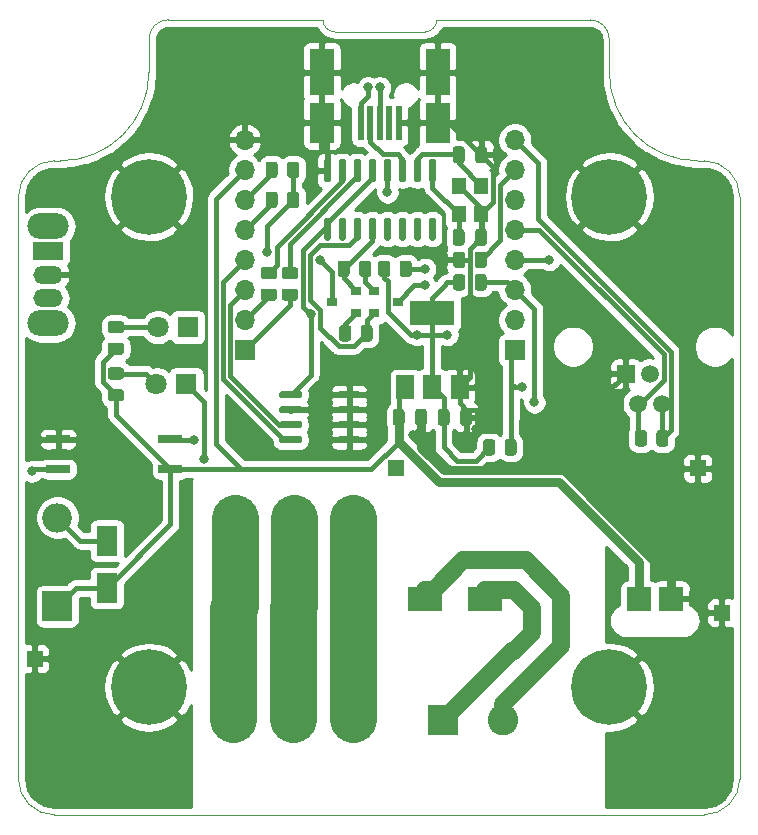
<source format=gbr>
%TF.GenerationSoftware,KiCad,Pcbnew,(5.1.7)-1*%
%TF.CreationDate,2020-11-03T18:18:40+01:00*%
%TF.ProjectId,Temperature-controller-with-ESP8266,54656d70-6572-4617-9475-72652d636f6e,rev?*%
%TF.SameCoordinates,Original*%
%TF.FileFunction,Copper,L2,Bot*%
%TF.FilePolarity,Positive*%
%FSLAX46Y46*%
G04 Gerber Fmt 4.6, Leading zero omitted, Abs format (unit mm)*
G04 Created by KiCad (PCBNEW (5.1.7)-1) date 2020-11-03 18:18:40*
%MOMM*%
%LPD*%
G01*
G04 APERTURE LIST*
%TA.AperFunction,Profile*%
%ADD10C,0.050000*%
%TD*%
%TA.AperFunction,ComponentPad*%
%ADD11R,1.350000X1.350000*%
%TD*%
%TA.AperFunction,SMDPad,CuDef*%
%ADD12R,0.900000X0.800000*%
%TD*%
%TA.AperFunction,ComponentPad*%
%ADD13C,1.800000*%
%TD*%
%TA.AperFunction,ComponentPad*%
%ADD14R,1.800000X1.800000*%
%TD*%
%TA.AperFunction,ComponentPad*%
%ADD15O,1.700000X1.700000*%
%TD*%
%TA.AperFunction,ComponentPad*%
%ADD16R,1.700000X1.700000*%
%TD*%
%TA.AperFunction,ComponentPad*%
%ADD17C,1.500000*%
%TD*%
%TA.AperFunction,ComponentPad*%
%ADD18R,1.500000X1.500000*%
%TD*%
%TA.AperFunction,ComponentPad*%
%ADD19C,0.800000*%
%TD*%
%TA.AperFunction,ComponentPad*%
%ADD20C,6.400000*%
%TD*%
%TA.AperFunction,ComponentPad*%
%ADD21C,2.600000*%
%TD*%
%TA.AperFunction,ComponentPad*%
%ADD22R,2.600000X2.600000*%
%TD*%
%TA.AperFunction,SMDPad,CuDef*%
%ADD23R,1.500000X2.000000*%
%TD*%
%TA.AperFunction,SMDPad,CuDef*%
%ADD24R,3.800000X2.000000*%
%TD*%
%TA.AperFunction,SMDPad,CuDef*%
%ADD25R,1.200000X1.400000*%
%TD*%
%TA.AperFunction,ComponentPad*%
%ADD26O,3.500000X2.200000*%
%TD*%
%TA.AperFunction,ComponentPad*%
%ADD27O,2.500000X1.500000*%
%TD*%
%TA.AperFunction,ComponentPad*%
%ADD28R,2.500000X1.500000*%
%TD*%
%TA.AperFunction,SMDPad,CuDef*%
%ADD29R,2.050000X4.000000*%
%TD*%
%TA.AperFunction,SMDPad,CuDef*%
%ADD30R,2.050000X3.500000*%
%TD*%
%TA.AperFunction,SMDPad,CuDef*%
%ADD31R,0.500000X3.000000*%
%TD*%
%TA.AperFunction,ComponentPad*%
%ADD32O,2.500000X2.500000*%
%TD*%
%TA.AperFunction,ComponentPad*%
%ADD33R,2.500000X2.500000*%
%TD*%
%TA.AperFunction,SMDPad,CuDef*%
%ADD34R,3.000000X2.000000*%
%TD*%
%TA.AperFunction,SMDPad,CuDef*%
%ADD35R,2.000000X2.000000*%
%TD*%
%TA.AperFunction,SMDPad,CuDef*%
%ADD36R,1.800000X2.500000*%
%TD*%
%TA.AperFunction,SMDPad,CuDef*%
%ADD37R,2.000000X0.640000*%
%TD*%
%TA.AperFunction,ViaPad*%
%ADD38C,0.800000*%
%TD*%
%TA.AperFunction,Conductor*%
%ADD39C,0.400000*%
%TD*%
%TA.AperFunction,Conductor*%
%ADD40C,0.800000*%
%TD*%
%TA.AperFunction,Conductor*%
%ADD41C,1.500000*%
%TD*%
%TA.AperFunction,Conductor*%
%ADD42C,4.000000*%
%TD*%
%TA.AperFunction,Conductor*%
%ADD43C,0.254000*%
%TD*%
%TA.AperFunction,Conductor*%
%ADD44C,0.150000*%
%TD*%
G04 APERTURE END LIST*
D10*
X119126000Y-53721000D02*
X132080000Y-53721000D01*
X119126000Y-53721000D02*
G75*
G02*
X118110000Y-54737000I-1016000J0D01*
G01*
X109474000Y-53721000D02*
G75*
G03*
X110490000Y-54737000I1016000J0D01*
G01*
X118110000Y-54737000D02*
X110490000Y-54737000D01*
X86741000Y-121031000D02*
G75*
G02*
X83693000Y-117983000I0J3048000D01*
G01*
X144780000Y-117983000D02*
G75*
G02*
X141732000Y-121031000I-3048000J0D01*
G01*
X83693000Y-68707000D02*
G75*
G02*
X86741000Y-65659000I3048000J0D01*
G01*
X94742000Y-58166000D02*
G75*
G02*
X87249000Y-65659000I-7493000J0D01*
G01*
X83693000Y-68707000D02*
X83693000Y-69215000D01*
X86741000Y-65659000D02*
X87249000Y-65659000D01*
X94742000Y-55372000D02*
G75*
G02*
X96393000Y-53721000I1651000J0D01*
G01*
X132080000Y-53721000D02*
G75*
G02*
X133731000Y-55372000I0J-1651000D01*
G01*
X144780000Y-117983000D02*
X144780000Y-68707000D01*
X141732000Y-65659000D02*
G75*
G02*
X144780000Y-68707000I0J-3048000D01*
G01*
X141224000Y-65659000D02*
G75*
G02*
X133731000Y-58166000I0J7493000D01*
G01*
X141732000Y-65659000D02*
X141224000Y-65659000D01*
X133731000Y-55372000D02*
X133731000Y-58166000D01*
X94742000Y-55372000D02*
X94742000Y-58166000D01*
X96393000Y-53721000D02*
X109474000Y-53721000D01*
X86741000Y-121031000D02*
X141732000Y-121031000D01*
X83693000Y-117983000D02*
X83693000Y-69215000D01*
D11*
%TO.P,H8,1*%
%TO.N,GND*%
X85090000Y-107823000D03*
%TD*%
%TO.P,H7,1*%
%TO.N,GND*%
X115697000Y-91694000D03*
%TD*%
%TO.P,H6,1*%
%TO.N,GND*%
X143256000Y-103929001D03*
%TD*%
%TO.P,H5,1*%
%TO.N,GND*%
X141224000Y-91694000D03*
%TD*%
D12*
%TO.P,Q2,3*%
%TO.N,GPIO0*%
X110252000Y-77597000D03*
%TO.P,Q2,2*%
%TO.N,Net-(Q2-Pad2)*%
X112252000Y-78547000D03*
%TO.P,Q2,1*%
%TO.N,DTR*%
X112252000Y-76647000D03*
%TD*%
%TO.P,Q1,3*%
%TO.N,RST*%
X115808000Y-77597000D03*
%TO.P,Q1,2*%
%TO.N,Net-(Q1-Pad2)*%
X113808000Y-76647000D03*
%TO.P,Q1,1*%
%TO.N,RTS*%
X113808000Y-78547000D03*
%TD*%
%TO.P,R12,2*%
%TO.N,GPIO1*%
%TA.AperFunction,SMDPad,CuDef*%
G36*
G01*
X106229998Y-76473000D02*
X107130002Y-76473000D01*
G75*
G02*
X107380000Y-76722998I0J-249998D01*
G01*
X107380000Y-77248002D01*
G75*
G02*
X107130002Y-77498000I-249998J0D01*
G01*
X106229998Y-77498000D01*
G75*
G02*
X105980000Y-77248002I0J249998D01*
G01*
X105980000Y-76722998D01*
G75*
G02*
X106229998Y-76473000I249998J0D01*
G01*
G37*
%TD.AperFunction*%
%TO.P,R12,1*%
%TO.N,Net-(R12-Pad1)*%
%TA.AperFunction,SMDPad,CuDef*%
G36*
G01*
X106229998Y-74648000D02*
X107130002Y-74648000D01*
G75*
G02*
X107380000Y-74897998I0J-249998D01*
G01*
X107380000Y-75423002D01*
G75*
G02*
X107130002Y-75673000I-249998J0D01*
G01*
X106229998Y-75673000D01*
G75*
G02*
X105980000Y-75423002I0J249998D01*
G01*
X105980000Y-74897998D01*
G75*
G02*
X106229998Y-74648000I249998J0D01*
G01*
G37*
%TD.AperFunction*%
%TD*%
%TO.P,R10,2*%
%TO.N,Net-(R10-Pad2)*%
%TA.AperFunction,SMDPad,CuDef*%
G36*
G01*
X105352002Y-75673000D02*
X104451998Y-75673000D01*
G75*
G02*
X104202000Y-75423002I0J249998D01*
G01*
X104202000Y-74897998D01*
G75*
G02*
X104451998Y-74648000I249998J0D01*
G01*
X105352002Y-74648000D01*
G75*
G02*
X105602000Y-74897998I0J-249998D01*
G01*
X105602000Y-75423002D01*
G75*
G02*
X105352002Y-75673000I-249998J0D01*
G01*
G37*
%TD.AperFunction*%
%TO.P,R10,1*%
%TO.N,GPIO3*%
%TA.AperFunction,SMDPad,CuDef*%
G36*
G01*
X105352002Y-77498000D02*
X104451998Y-77498000D01*
G75*
G02*
X104202000Y-77248002I0J249998D01*
G01*
X104202000Y-76722998D01*
G75*
G02*
X104451998Y-76473000I249998J0D01*
G01*
X105352002Y-76473000D01*
G75*
G02*
X105602000Y-76722998I0J-249998D01*
G01*
X105602000Y-77248002D01*
G75*
G02*
X105352002Y-77498000I-249998J0D01*
G01*
G37*
%TD.AperFunction*%
%TD*%
%TO.P,R9,2*%
%TO.N,Net-(D1-Pad2)*%
%TA.AperFunction,SMDPad,CuDef*%
G36*
G01*
X92398002Y-80245000D02*
X91497998Y-80245000D01*
G75*
G02*
X91248000Y-79995002I0J249998D01*
G01*
X91248000Y-79469998D01*
G75*
G02*
X91497998Y-79220000I249998J0D01*
G01*
X92398002Y-79220000D01*
G75*
G02*
X92648000Y-79469998I0J-249998D01*
G01*
X92648000Y-79995002D01*
G75*
G02*
X92398002Y-80245000I-249998J0D01*
G01*
G37*
%TD.AperFunction*%
%TO.P,R9,1*%
%TO.N,+5V*%
%TA.AperFunction,SMDPad,CuDef*%
G36*
G01*
X92398002Y-82070000D02*
X91497998Y-82070000D01*
G75*
G02*
X91248000Y-81820002I0J249998D01*
G01*
X91248000Y-81294998D01*
G75*
G02*
X91497998Y-81045000I249998J0D01*
G01*
X92398002Y-81045000D01*
G75*
G02*
X92648000Y-81294998I0J-249998D01*
G01*
X92648000Y-81820002D01*
G75*
G02*
X92398002Y-82070000I-249998J0D01*
G01*
G37*
%TD.AperFunction*%
%TD*%
D13*
%TO.P,D1,2*%
%TO.N,Net-(D1-Pad2)*%
X95504000Y-79756000D03*
D14*
%TO.P,D1,1*%
%TO.N,Net-(D1-Pad1)*%
X98044000Y-79756000D03*
%TD*%
D13*
%TO.P,D2,2*%
%TO.N,Net-(D2-Pad2)*%
X95377000Y-84582000D03*
D14*
%TO.P,D2,1*%
%TO.N,Net-(D2-Pad1)*%
X97917000Y-84582000D03*
%TD*%
D15*
%TO.P,J5,8*%
%TO.N,GND*%
X102870000Y-63881000D03*
%TO.P,J5,7*%
%TO.N,+5V*%
X102870000Y-66421000D03*
%TO.P,J5,6*%
%TO.N,GPIO2*%
X102870000Y-68961000D03*
%TO.P,J5,5*%
%TO.N,GPIO0*%
X102870000Y-71501000D03*
%TO.P,J5,4*%
%TO.N,GPIO4*%
X102870000Y-74041000D03*
%TO.P,J5,3*%
%TO.N,GPIO5*%
X102870000Y-76581000D03*
%TO.P,J5,2*%
%TO.N,GPIO3*%
X102870000Y-79121000D03*
D16*
%TO.P,J5,1*%
%TO.N,GPIO1*%
X102870000Y-81661000D03*
%TD*%
D15*
%TO.P,J4,8*%
%TO.N,+3V3*%
X125730000Y-63881000D03*
%TO.P,J4,7*%
%TO.N,GPIO15*%
X125730000Y-66421000D03*
%TO.P,J4,6*%
%TO.N,GPIO13*%
X125730000Y-68961000D03*
%TO.P,J4,5*%
%TO.N,DATA*%
X125730000Y-71501000D03*
%TO.P,J4,4*%
%TO.N,GPIO14*%
X125730000Y-74041000D03*
%TO.P,J4,3*%
%TO.N,BUTTON*%
X125730000Y-76581000D03*
%TO.P,J4,2*%
%TO.N,ADC*%
X125730000Y-79121000D03*
D16*
%TO.P,J4,1*%
%TO.N,RST*%
X125730000Y-81661000D03*
%TD*%
D17*
%TO.P,J1,4*%
%TO.N,+3V3*%
X138188000Y-86233000D03*
%TO.P,J1,3*%
%TO.N,N/C*%
X137168000Y-83693000D03*
%TO.P,J1,2*%
%TO.N,DATA*%
X136148000Y-86233000D03*
D18*
%TO.P,J1,1*%
%TO.N,GND*%
X135128000Y-83693000D03*
%TD*%
D19*
%TO.P,H4,1*%
%TO.N,GND*%
X93044944Y-70404056D03*
X94742000Y-71107000D03*
X96439056Y-70404056D03*
X97142000Y-68707000D03*
X96439056Y-67009944D03*
X94742000Y-66307000D03*
X93044944Y-67009944D03*
X92342000Y-68707000D03*
D20*
X94742000Y-68707000D03*
%TD*%
D19*
%TO.P,H3,1*%
%TO.N,GND*%
X132033944Y-70404056D03*
X133731000Y-71107000D03*
X135428056Y-70404056D03*
X136131000Y-68707000D03*
X135428056Y-67009944D03*
X133731000Y-66307000D03*
X132033944Y-67009944D03*
X131331000Y-68707000D03*
D20*
X133731000Y-68707000D03*
%TD*%
D19*
%TO.P,H2,1*%
%TO.N,GND*%
X132033944Y-111933056D03*
X133731000Y-112636000D03*
X135428056Y-111933056D03*
X136131000Y-110236000D03*
X135428056Y-108538944D03*
X133731000Y-107836000D03*
X132033944Y-108538944D03*
X131331000Y-110236000D03*
D20*
X133731000Y-110236000D03*
%TD*%
D19*
%TO.P,H1,1*%
%TO.N,GND*%
X93044944Y-111933056D03*
X94742000Y-112636000D03*
X96439056Y-111933056D03*
X97142000Y-110236000D03*
X96439056Y-108538944D03*
X94742000Y-107836000D03*
X93044944Y-108538944D03*
X92342000Y-110236000D03*
D20*
X94742000Y-110236000D03*
%TD*%
D21*
%TO.P,J9,3*%
%TO.N,NO*%
X112014000Y-112903000D03*
%TO.P,J9,2*%
%TO.N,COM*%
X106934000Y-112903000D03*
D22*
%TO.P,J9,1*%
%TO.N,NC*%
X101854000Y-112903000D03*
%TD*%
D21*
%TO.P,J8,2*%
%TO.N,L*%
X124714000Y-113030000D03*
D22*
%TO.P,J8,1*%
%TO.N,N*%
X119634000Y-113030000D03*
%TD*%
%TO.P,U3,8*%
%TO.N,+3V3*%
%TA.AperFunction,SMDPad,CuDef*%
G36*
G01*
X107720000Y-85321000D02*
X107720000Y-85621000D01*
G75*
G02*
X107570000Y-85771000I-150000J0D01*
G01*
X105920000Y-85771000D01*
G75*
G02*
X105770000Y-85621000I0J150000D01*
G01*
X105770000Y-85321000D01*
G75*
G02*
X105920000Y-85171000I150000J0D01*
G01*
X107570000Y-85171000D01*
G75*
G02*
X107720000Y-85321000I0J-150000D01*
G01*
G37*
%TD.AperFunction*%
%TO.P,U3,7*%
%TO.N,GND*%
%TA.AperFunction,SMDPad,CuDef*%
G36*
G01*
X107720000Y-86591000D02*
X107720000Y-86891000D01*
G75*
G02*
X107570000Y-87041000I-150000J0D01*
G01*
X105920000Y-87041000D01*
G75*
G02*
X105770000Y-86891000I0J150000D01*
G01*
X105770000Y-86591000D01*
G75*
G02*
X105920000Y-86441000I150000J0D01*
G01*
X107570000Y-86441000D01*
G75*
G02*
X107720000Y-86591000I0J-150000D01*
G01*
G37*
%TD.AperFunction*%
%TO.P,U3,6*%
%TO.N,GPIO5*%
%TA.AperFunction,SMDPad,CuDef*%
G36*
G01*
X107720000Y-87861000D02*
X107720000Y-88161000D01*
G75*
G02*
X107570000Y-88311000I-150000J0D01*
G01*
X105920000Y-88311000D01*
G75*
G02*
X105770000Y-88161000I0J150000D01*
G01*
X105770000Y-87861000D01*
G75*
G02*
X105920000Y-87711000I150000J0D01*
G01*
X107570000Y-87711000D01*
G75*
G02*
X107720000Y-87861000I0J-150000D01*
G01*
G37*
%TD.AperFunction*%
%TO.P,U3,5*%
%TO.N,GPIO4*%
%TA.AperFunction,SMDPad,CuDef*%
G36*
G01*
X107720000Y-89131000D02*
X107720000Y-89431000D01*
G75*
G02*
X107570000Y-89581000I-150000J0D01*
G01*
X105920000Y-89581000D01*
G75*
G02*
X105770000Y-89431000I0J150000D01*
G01*
X105770000Y-89131000D01*
G75*
G02*
X105920000Y-88981000I150000J0D01*
G01*
X107570000Y-88981000D01*
G75*
G02*
X107720000Y-89131000I0J-150000D01*
G01*
G37*
%TD.AperFunction*%
%TO.P,U3,4*%
%TO.N,GND*%
%TA.AperFunction,SMDPad,CuDef*%
G36*
G01*
X112670000Y-89131000D02*
X112670000Y-89431000D01*
G75*
G02*
X112520000Y-89581000I-150000J0D01*
G01*
X110870000Y-89581000D01*
G75*
G02*
X110720000Y-89431000I0J150000D01*
G01*
X110720000Y-89131000D01*
G75*
G02*
X110870000Y-88981000I150000J0D01*
G01*
X112520000Y-88981000D01*
G75*
G02*
X112670000Y-89131000I0J-150000D01*
G01*
G37*
%TD.AperFunction*%
%TO.P,U3,3*%
%TA.AperFunction,SMDPad,CuDef*%
G36*
G01*
X112670000Y-87861000D02*
X112670000Y-88161000D01*
G75*
G02*
X112520000Y-88311000I-150000J0D01*
G01*
X110870000Y-88311000D01*
G75*
G02*
X110720000Y-88161000I0J150000D01*
G01*
X110720000Y-87861000D01*
G75*
G02*
X110870000Y-87711000I150000J0D01*
G01*
X112520000Y-87711000D01*
G75*
G02*
X112670000Y-87861000I0J-150000D01*
G01*
G37*
%TD.AperFunction*%
%TO.P,U3,2*%
%TA.AperFunction,SMDPad,CuDef*%
G36*
G01*
X112670000Y-86591000D02*
X112670000Y-86891000D01*
G75*
G02*
X112520000Y-87041000I-150000J0D01*
G01*
X110870000Y-87041000D01*
G75*
G02*
X110720000Y-86891000I0J150000D01*
G01*
X110720000Y-86591000D01*
G75*
G02*
X110870000Y-86441000I150000J0D01*
G01*
X112520000Y-86441000D01*
G75*
G02*
X112670000Y-86591000I0J-150000D01*
G01*
G37*
%TD.AperFunction*%
%TO.P,U3,1*%
%TA.AperFunction,SMDPad,CuDef*%
G36*
G01*
X112670000Y-85321000D02*
X112670000Y-85621000D01*
G75*
G02*
X112520000Y-85771000I-150000J0D01*
G01*
X110870000Y-85771000D01*
G75*
G02*
X110720000Y-85621000I0J150000D01*
G01*
X110720000Y-85321000D01*
G75*
G02*
X110870000Y-85171000I150000J0D01*
G01*
X112520000Y-85171000D01*
G75*
G02*
X112670000Y-85321000I0J-150000D01*
G01*
G37*
%TD.AperFunction*%
%TD*%
D23*
%TO.P,U6,1*%
%TO.N,GND*%
X121045000Y-84811000D03*
%TO.P,U6,3*%
%TO.N,+5V*%
X116445000Y-84811000D03*
%TO.P,U6,2*%
%TO.N,+3V3*%
X118745000Y-84811000D03*
D24*
X118745000Y-78511000D03*
%TD*%
D25*
%TO.P,Y1,4*%
%TO.N,GND*%
X120970000Y-67761000D03*
%TO.P,Y1,3*%
%TO.N,Net-(C5-Pad1)*%
X120970000Y-70161000D03*
%TO.P,Y1,2*%
%TO.N,GND*%
X122870000Y-70161000D03*
%TO.P,Y1,1*%
%TO.N,Net-(C4-Pad1)*%
X122870000Y-67761000D03*
%TD*%
D26*
%TO.P,SW2,*%
%TO.N,*%
X86233000Y-79411000D03*
X86233000Y-71211000D03*
D27*
%TO.P,SW2,3*%
%TO.N,Net-(D1-Pad1)*%
X86233000Y-77311000D03*
%TO.P,SW2,2*%
%TO.N,GND*%
X86233000Y-75311000D03*
D28*
%TO.P,SW2,1*%
%TO.N,BUTTON*%
X86233000Y-73311000D03*
%TD*%
%TO.P,C8,2*%
%TO.N,GND*%
%TA.AperFunction,SMDPad,CuDef*%
G36*
G01*
X117290000Y-87851000D02*
X117290000Y-86901000D01*
G75*
G02*
X117540000Y-86651000I250000J0D01*
G01*
X118040000Y-86651000D01*
G75*
G02*
X118290000Y-86901000I0J-250000D01*
G01*
X118290000Y-87851000D01*
G75*
G02*
X118040000Y-88101000I-250000J0D01*
G01*
X117540000Y-88101000D01*
G75*
G02*
X117290000Y-87851000I0J250000D01*
G01*
G37*
%TD.AperFunction*%
%TO.P,C8,1*%
%TO.N,+5V*%
%TA.AperFunction,SMDPad,CuDef*%
G36*
G01*
X115390000Y-87851000D02*
X115390000Y-86901000D01*
G75*
G02*
X115640000Y-86651000I250000J0D01*
G01*
X116140000Y-86651000D01*
G75*
G02*
X116390000Y-86901000I0J-250000D01*
G01*
X116390000Y-87851000D01*
G75*
G02*
X116140000Y-88101000I-250000J0D01*
G01*
X115640000Y-88101000D01*
G75*
G02*
X115390000Y-87851000I0J250000D01*
G01*
G37*
%TD.AperFunction*%
%TD*%
D29*
%TO.P,J3,6*%
%TO.N,GND*%
X119200000Y-58166000D03*
D30*
X119200000Y-62416000D03*
D29*
X109400000Y-58166000D03*
D30*
X109400000Y-62416000D03*
D31*
%TO.P,J3,5*%
X115900000Y-62416000D03*
%TO.P,J3,4*%
%TO.N,N/C*%
X115100000Y-62416000D03*
%TO.P,J3,3*%
%TO.N,Net-(J3-Pad3)*%
X114300000Y-62416000D03*
%TO.P,J3,2*%
%TO.N,Net-(J3-Pad2)*%
X113500000Y-62416000D03*
%TO.P,J3,1*%
%TO.N,+5V*%
X112700000Y-62416000D03*
%TD*%
%TO.P,R1,2*%
%TO.N,EN*%
%TA.AperFunction,SMDPad,CuDef*%
G36*
G01*
X115970000Y-75253002D02*
X115970000Y-74352998D01*
G75*
G02*
X116219998Y-74103000I249998J0D01*
G01*
X116745002Y-74103000D01*
G75*
G02*
X116995000Y-74352998I0J-249998D01*
G01*
X116995000Y-75253002D01*
G75*
G02*
X116745002Y-75503000I-249998J0D01*
G01*
X116219998Y-75503000D01*
G75*
G02*
X115970000Y-75253002I0J249998D01*
G01*
G37*
%TD.AperFunction*%
%TO.P,R1,1*%
%TO.N,+3V3*%
%TA.AperFunction,SMDPad,CuDef*%
G36*
G01*
X114145000Y-75253002D02*
X114145000Y-74352998D01*
G75*
G02*
X114394998Y-74103000I249998J0D01*
G01*
X114920002Y-74103000D01*
G75*
G02*
X115170000Y-74352998I0J-249998D01*
G01*
X115170000Y-75253002D01*
G75*
G02*
X114920002Y-75503000I-249998J0D01*
G01*
X114394998Y-75503000D01*
G75*
G02*
X114145000Y-75253002I0J249998D01*
G01*
G37*
%TD.AperFunction*%
%TD*%
D32*
%TO.P,RL1,8*%
%TO.N,Net-(D2-Pad1)*%
X86995000Y-95878000D03*
%TO.P,RL1,7*%
%TO.N,NC*%
X101995000Y-95878000D03*
%TO.P,RL1,6*%
%TO.N,COM*%
X106995000Y-95878000D03*
%TO.P,RL1,5*%
%TO.N,NO*%
X111995000Y-95878000D03*
%TO.P,RL1,4*%
X111995000Y-103378000D03*
%TO.P,RL1,3*%
%TO.N,COM*%
X106995000Y-103378000D03*
%TO.P,RL1,2*%
%TO.N,NC*%
X101995000Y-103378000D03*
D33*
%TO.P,RL1,1*%
%TO.N,+5V*%
X86995000Y-103378000D03*
%TD*%
D34*
%TO.P,PS1,4*%
%TO.N,L*%
X118110000Y-102743000D03*
%TO.P,PS1,3*%
%TO.N,N*%
X123190000Y-102743000D03*
D35*
%TO.P,PS1,2*%
%TO.N,+5V*%
X136220200Y-102743000D03*
%TO.P,PS1,1*%
%TO.N,GND*%
X138963400Y-102743000D03*
%TD*%
%TO.P,C4,2*%
%TO.N,GND*%
%TA.AperFunction,SMDPad,CuDef*%
G36*
G01*
X122370000Y-65626000D02*
X122370000Y-64676000D01*
G75*
G02*
X122620000Y-64426000I250000J0D01*
G01*
X123120000Y-64426000D01*
G75*
G02*
X123370000Y-64676000I0J-250000D01*
G01*
X123370000Y-65626000D01*
G75*
G02*
X123120000Y-65876000I-250000J0D01*
G01*
X122620000Y-65876000D01*
G75*
G02*
X122370000Y-65626000I0J250000D01*
G01*
G37*
%TD.AperFunction*%
%TO.P,C4,1*%
%TO.N,Net-(C4-Pad1)*%
%TA.AperFunction,SMDPad,CuDef*%
G36*
G01*
X120470000Y-65626000D02*
X120470000Y-64676000D01*
G75*
G02*
X120720000Y-64426000I250000J0D01*
G01*
X121220000Y-64426000D01*
G75*
G02*
X121470000Y-64676000I0J-250000D01*
G01*
X121470000Y-65626000D01*
G75*
G02*
X121220000Y-65876000I-250000J0D01*
G01*
X120720000Y-65876000D01*
G75*
G02*
X120470000Y-65626000I0J250000D01*
G01*
G37*
%TD.AperFunction*%
%TD*%
%TO.P,C5,2*%
%TO.N,GND*%
%TA.AperFunction,SMDPad,CuDef*%
G36*
G01*
X122370000Y-72611000D02*
X122370000Y-71661000D01*
G75*
G02*
X122620000Y-71411000I250000J0D01*
G01*
X123120000Y-71411000D01*
G75*
G02*
X123370000Y-71661000I0J-250000D01*
G01*
X123370000Y-72611000D01*
G75*
G02*
X123120000Y-72861000I-250000J0D01*
G01*
X122620000Y-72861000D01*
G75*
G02*
X122370000Y-72611000I0J250000D01*
G01*
G37*
%TD.AperFunction*%
%TO.P,C5,1*%
%TO.N,Net-(C5-Pad1)*%
%TA.AperFunction,SMDPad,CuDef*%
G36*
G01*
X120470000Y-72611000D02*
X120470000Y-71661000D01*
G75*
G02*
X120720000Y-71411000I250000J0D01*
G01*
X121220000Y-71411000D01*
G75*
G02*
X121470000Y-71661000I0J-250000D01*
G01*
X121470000Y-72611000D01*
G75*
G02*
X121220000Y-72861000I-250000J0D01*
G01*
X120720000Y-72861000D01*
G75*
G02*
X120470000Y-72611000I0J250000D01*
G01*
G37*
%TD.AperFunction*%
%TD*%
%TO.P,C9,2*%
%TO.N,GND*%
%TA.AperFunction,SMDPad,CuDef*%
G36*
G01*
X121100000Y-87851000D02*
X121100000Y-86901000D01*
G75*
G02*
X121350000Y-86651000I250000J0D01*
G01*
X121850000Y-86651000D01*
G75*
G02*
X122100000Y-86901000I0J-250000D01*
G01*
X122100000Y-87851000D01*
G75*
G02*
X121850000Y-88101000I-250000J0D01*
G01*
X121350000Y-88101000D01*
G75*
G02*
X121100000Y-87851000I0J250000D01*
G01*
G37*
%TD.AperFunction*%
%TO.P,C9,1*%
%TO.N,+3V3*%
%TA.AperFunction,SMDPad,CuDef*%
G36*
G01*
X119200000Y-87851000D02*
X119200000Y-86901000D01*
G75*
G02*
X119450000Y-86651000I250000J0D01*
G01*
X119950000Y-86651000D01*
G75*
G02*
X120200000Y-86901000I0J-250000D01*
G01*
X120200000Y-87851000D01*
G75*
G02*
X119950000Y-88101000I-250000J0D01*
G01*
X119450000Y-88101000D01*
G75*
G02*
X119200000Y-87851000I0J250000D01*
G01*
G37*
%TD.AperFunction*%
%TD*%
D36*
%TO.P,D3,2*%
%TO.N,Net-(D2-Pad1)*%
X91186000Y-97822000D03*
%TO.P,D3,1*%
%TO.N,+5V*%
X91186000Y-101822000D03*
%TD*%
%TO.P,R2,2*%
%TO.N,+3V3*%
%TA.AperFunction,SMDPad,CuDef*%
G36*
G01*
X124060000Y-89465998D02*
X124060000Y-90366002D01*
G75*
G02*
X123810002Y-90616000I-249998J0D01*
G01*
X123284998Y-90616000D01*
G75*
G02*
X123035000Y-90366002I0J249998D01*
G01*
X123035000Y-89465998D01*
G75*
G02*
X123284998Y-89216000I249998J0D01*
G01*
X123810002Y-89216000D01*
G75*
G02*
X124060000Y-89465998I0J-249998D01*
G01*
G37*
%TD.AperFunction*%
%TO.P,R2,1*%
%TO.N,RST*%
%TA.AperFunction,SMDPad,CuDef*%
G36*
G01*
X125885000Y-89465998D02*
X125885000Y-90366002D01*
G75*
G02*
X125635002Y-90616000I-249998J0D01*
G01*
X125109998Y-90616000D01*
G75*
G02*
X124860000Y-90366002I0J249998D01*
G01*
X124860000Y-89465998D01*
G75*
G02*
X125109998Y-89216000I249998J0D01*
G01*
X125635002Y-89216000D01*
G75*
G02*
X125885000Y-89465998I0J-249998D01*
G01*
G37*
%TD.AperFunction*%
%TD*%
%TO.P,R3,2*%
%TO.N,+3V3*%
%TA.AperFunction,SMDPad,CuDef*%
G36*
G01*
X106445000Y-69411002D02*
X106445000Y-68510998D01*
G75*
G02*
X106694998Y-68261000I249998J0D01*
G01*
X107220002Y-68261000D01*
G75*
G02*
X107470000Y-68510998I0J-249998D01*
G01*
X107470000Y-69411002D01*
G75*
G02*
X107220002Y-69661000I-249998J0D01*
G01*
X106694998Y-69661000D01*
G75*
G02*
X106445000Y-69411002I0J249998D01*
G01*
G37*
%TD.AperFunction*%
%TO.P,R3,1*%
%TO.N,GPIO0*%
%TA.AperFunction,SMDPad,CuDef*%
G36*
G01*
X104620000Y-69411002D02*
X104620000Y-68510998D01*
G75*
G02*
X104869998Y-68261000I249998J0D01*
G01*
X105395002Y-68261000D01*
G75*
G02*
X105645000Y-68510998I0J-249998D01*
G01*
X105645000Y-69411002D01*
G75*
G02*
X105395002Y-69661000I-249998J0D01*
G01*
X104869998Y-69661000D01*
G75*
G02*
X104620000Y-69411002I0J249998D01*
G01*
G37*
%TD.AperFunction*%
%TD*%
%TO.P,R4,2*%
%TO.N,+3V3*%
%TA.AperFunction,SMDPad,CuDef*%
G36*
G01*
X106445000Y-66871002D02*
X106445000Y-65970998D01*
G75*
G02*
X106694998Y-65721000I249998J0D01*
G01*
X107220002Y-65721000D01*
G75*
G02*
X107470000Y-65970998I0J-249998D01*
G01*
X107470000Y-66871002D01*
G75*
G02*
X107220002Y-67121000I-249998J0D01*
G01*
X106694998Y-67121000D01*
G75*
G02*
X106445000Y-66871002I0J249998D01*
G01*
G37*
%TD.AperFunction*%
%TO.P,R4,1*%
%TO.N,GPIO2*%
%TA.AperFunction,SMDPad,CuDef*%
G36*
G01*
X104620000Y-66871002D02*
X104620000Y-65970998D01*
G75*
G02*
X104869998Y-65721000I249998J0D01*
G01*
X105395002Y-65721000D01*
G75*
G02*
X105645000Y-65970998I0J-249998D01*
G01*
X105645000Y-66871002D01*
G75*
G02*
X105395002Y-67121000I-249998J0D01*
G01*
X104869998Y-67121000D01*
G75*
G02*
X104620000Y-66871002I0J249998D01*
G01*
G37*
%TD.AperFunction*%
%TD*%
%TO.P,R5,2*%
%TO.N,GND*%
%TA.AperFunction,SMDPad,CuDef*%
G36*
G01*
X121520000Y-73590998D02*
X121520000Y-74491002D01*
G75*
G02*
X121270002Y-74741000I-249998J0D01*
G01*
X120744998Y-74741000D01*
G75*
G02*
X120495000Y-74491002I0J249998D01*
G01*
X120495000Y-73590998D01*
G75*
G02*
X120744998Y-73341000I249998J0D01*
G01*
X121270002Y-73341000D01*
G75*
G02*
X121520000Y-73590998I0J-249998D01*
G01*
G37*
%TD.AperFunction*%
%TO.P,R5,1*%
%TO.N,GPIO15*%
%TA.AperFunction,SMDPad,CuDef*%
G36*
G01*
X123345000Y-73590998D02*
X123345000Y-74491002D01*
G75*
G02*
X123095002Y-74741000I-249998J0D01*
G01*
X122569998Y-74741000D01*
G75*
G02*
X122320000Y-74491002I0J249998D01*
G01*
X122320000Y-73590998D01*
G75*
G02*
X122569998Y-73341000I249998J0D01*
G01*
X123095002Y-73341000D01*
G75*
G02*
X123345000Y-73590998I0J-249998D01*
G01*
G37*
%TD.AperFunction*%
%TD*%
%TO.P,R6,2*%
%TO.N,DATA*%
%TA.AperFunction,SMDPad,CuDef*%
G36*
G01*
X136910500Y-88703998D02*
X136910500Y-89604002D01*
G75*
G02*
X136660502Y-89854000I-249998J0D01*
G01*
X136135498Y-89854000D01*
G75*
G02*
X135885500Y-89604002I0J249998D01*
G01*
X135885500Y-88703998D01*
G75*
G02*
X136135498Y-88454000I249998J0D01*
G01*
X136660502Y-88454000D01*
G75*
G02*
X136910500Y-88703998I0J-249998D01*
G01*
G37*
%TD.AperFunction*%
%TO.P,R6,1*%
%TO.N,+3V3*%
%TA.AperFunction,SMDPad,CuDef*%
G36*
G01*
X138735500Y-88703998D02*
X138735500Y-89604002D01*
G75*
G02*
X138485502Y-89854000I-249998J0D01*
G01*
X137960498Y-89854000D01*
G75*
G02*
X137710500Y-89604002I0J249998D01*
G01*
X137710500Y-88703998D01*
G75*
G02*
X137960498Y-88454000I249998J0D01*
G01*
X138485502Y-88454000D01*
G75*
G02*
X138735500Y-88703998I0J-249998D01*
G01*
G37*
%TD.AperFunction*%
%TD*%
%TO.P,R7,2*%
%TO.N,DTR*%
%TA.AperFunction,SMDPad,CuDef*%
G36*
G01*
X111741000Y-74352998D02*
X111741000Y-75253002D01*
G75*
G02*
X111491002Y-75503000I-249998J0D01*
G01*
X110965998Y-75503000D01*
G75*
G02*
X110716000Y-75253002I0J249998D01*
G01*
X110716000Y-74352998D01*
G75*
G02*
X110965998Y-74103000I249998J0D01*
G01*
X111491002Y-74103000D01*
G75*
G02*
X111741000Y-74352998I0J-249998D01*
G01*
G37*
%TD.AperFunction*%
%TO.P,R7,1*%
%TO.N,Net-(Q1-Pad2)*%
%TA.AperFunction,SMDPad,CuDef*%
G36*
G01*
X113566000Y-74352998D02*
X113566000Y-75253002D01*
G75*
G02*
X113316002Y-75503000I-249998J0D01*
G01*
X112790998Y-75503000D01*
G75*
G02*
X112541000Y-75253002I0J249998D01*
G01*
X112541000Y-74352998D01*
G75*
G02*
X112790998Y-74103000I249998J0D01*
G01*
X113316002Y-74103000D01*
G75*
G02*
X113566000Y-74352998I0J-249998D01*
G01*
G37*
%TD.AperFunction*%
%TD*%
%TO.P,R8,2*%
%TO.N,RTS*%
%TA.AperFunction,SMDPad,CuDef*%
G36*
G01*
X112668000Y-80714002D02*
X112668000Y-79813998D01*
G75*
G02*
X112917998Y-79564000I249998J0D01*
G01*
X113443002Y-79564000D01*
G75*
G02*
X113693000Y-79813998I0J-249998D01*
G01*
X113693000Y-80714002D01*
G75*
G02*
X113443002Y-80964000I-249998J0D01*
G01*
X112917998Y-80964000D01*
G75*
G02*
X112668000Y-80714002I0J249998D01*
G01*
G37*
%TD.AperFunction*%
%TO.P,R8,1*%
%TO.N,Net-(Q2-Pad2)*%
%TA.AperFunction,SMDPad,CuDef*%
G36*
G01*
X110843000Y-80714002D02*
X110843000Y-79813998D01*
G75*
G02*
X111092998Y-79564000I249998J0D01*
G01*
X111618002Y-79564000D01*
G75*
G02*
X111868000Y-79813998I0J-249998D01*
G01*
X111868000Y-80714002D01*
G75*
G02*
X111618002Y-80964000I-249998J0D01*
G01*
X111092998Y-80964000D01*
G75*
G02*
X110843000Y-80714002I0J249998D01*
G01*
G37*
%TD.AperFunction*%
%TD*%
%TO.P,R11,2*%
%TO.N,BUTTON*%
%TA.AperFunction,SMDPad,CuDef*%
G36*
G01*
X122320000Y-76396002D02*
X122320000Y-75495998D01*
G75*
G02*
X122569998Y-75246000I249998J0D01*
G01*
X123095002Y-75246000D01*
G75*
G02*
X123345000Y-75495998I0J-249998D01*
G01*
X123345000Y-76396002D01*
G75*
G02*
X123095002Y-76646000I-249998J0D01*
G01*
X122569998Y-76646000D01*
G75*
G02*
X122320000Y-76396002I0J249998D01*
G01*
G37*
%TD.AperFunction*%
%TO.P,R11,1*%
%TO.N,+3V3*%
%TA.AperFunction,SMDPad,CuDef*%
G36*
G01*
X120495000Y-76396002D02*
X120495000Y-75495998D01*
G75*
G02*
X120744998Y-75246000I249998J0D01*
G01*
X121270002Y-75246000D01*
G75*
G02*
X121520000Y-75495998I0J-249998D01*
G01*
X121520000Y-76396002D01*
G75*
G02*
X121270002Y-76646000I-249998J0D01*
G01*
X120744998Y-76646000D01*
G75*
G02*
X120495000Y-76396002I0J249998D01*
G01*
G37*
%TD.AperFunction*%
%TD*%
%TO.P,R15,2*%
%TO.N,Net-(D2-Pad2)*%
%TA.AperFunction,SMDPad,CuDef*%
G36*
G01*
X92398002Y-84182000D02*
X91497998Y-84182000D01*
G75*
G02*
X91248000Y-83932002I0J249998D01*
G01*
X91248000Y-83406998D01*
G75*
G02*
X91497998Y-83157000I249998J0D01*
G01*
X92398002Y-83157000D01*
G75*
G02*
X92648000Y-83406998I0J-249998D01*
G01*
X92648000Y-83932002D01*
G75*
G02*
X92398002Y-84182000I-249998J0D01*
G01*
G37*
%TD.AperFunction*%
%TO.P,R15,1*%
%TO.N,+5V*%
%TA.AperFunction,SMDPad,CuDef*%
G36*
G01*
X92398002Y-86007000D02*
X91497998Y-86007000D01*
G75*
G02*
X91248000Y-85757002I0J249998D01*
G01*
X91248000Y-85231998D01*
G75*
G02*
X91497998Y-84982000I249998J0D01*
G01*
X92398002Y-84982000D01*
G75*
G02*
X92648000Y-85231998I0J-249998D01*
G01*
X92648000Y-85757002D01*
G75*
G02*
X92398002Y-86007000I-249998J0D01*
G01*
G37*
%TD.AperFunction*%
%TD*%
%TO.P,U2,16*%
%TO.N,+3V3*%
%TA.AperFunction,SMDPad,CuDef*%
G36*
G01*
X109705000Y-70461000D02*
X110005000Y-70461000D01*
G75*
G02*
X110155000Y-70611000I0J-150000D01*
G01*
X110155000Y-72261000D01*
G75*
G02*
X110005000Y-72411000I-150000J0D01*
G01*
X109705000Y-72411000D01*
G75*
G02*
X109555000Y-72261000I0J150000D01*
G01*
X109555000Y-70611000D01*
G75*
G02*
X109705000Y-70461000I150000J0D01*
G01*
G37*
%TD.AperFunction*%
%TO.P,U2,15*%
%TO.N,N/C*%
%TA.AperFunction,SMDPad,CuDef*%
G36*
G01*
X110975000Y-70461000D02*
X111275000Y-70461000D01*
G75*
G02*
X111425000Y-70611000I0J-150000D01*
G01*
X111425000Y-72261000D01*
G75*
G02*
X111275000Y-72411000I-150000J0D01*
G01*
X110975000Y-72411000D01*
G75*
G02*
X110825000Y-72261000I0J150000D01*
G01*
X110825000Y-70611000D01*
G75*
G02*
X110975000Y-70461000I150000J0D01*
G01*
G37*
%TD.AperFunction*%
%TO.P,U2,14*%
%TO.N,RTS*%
%TA.AperFunction,SMDPad,CuDef*%
G36*
G01*
X112245000Y-70461000D02*
X112545000Y-70461000D01*
G75*
G02*
X112695000Y-70611000I0J-150000D01*
G01*
X112695000Y-72261000D01*
G75*
G02*
X112545000Y-72411000I-150000J0D01*
G01*
X112245000Y-72411000D01*
G75*
G02*
X112095000Y-72261000I0J150000D01*
G01*
X112095000Y-70611000D01*
G75*
G02*
X112245000Y-70461000I150000J0D01*
G01*
G37*
%TD.AperFunction*%
%TO.P,U2,13*%
%TO.N,DTR*%
%TA.AperFunction,SMDPad,CuDef*%
G36*
G01*
X113515000Y-70461000D02*
X113815000Y-70461000D01*
G75*
G02*
X113965000Y-70611000I0J-150000D01*
G01*
X113965000Y-72261000D01*
G75*
G02*
X113815000Y-72411000I-150000J0D01*
G01*
X113515000Y-72411000D01*
G75*
G02*
X113365000Y-72261000I0J150000D01*
G01*
X113365000Y-70611000D01*
G75*
G02*
X113515000Y-70461000I150000J0D01*
G01*
G37*
%TD.AperFunction*%
%TO.P,U2,12*%
%TO.N,N/C*%
%TA.AperFunction,SMDPad,CuDef*%
G36*
G01*
X114785000Y-70461000D02*
X115085000Y-70461000D01*
G75*
G02*
X115235000Y-70611000I0J-150000D01*
G01*
X115235000Y-72261000D01*
G75*
G02*
X115085000Y-72411000I-150000J0D01*
G01*
X114785000Y-72411000D01*
G75*
G02*
X114635000Y-72261000I0J150000D01*
G01*
X114635000Y-70611000D01*
G75*
G02*
X114785000Y-70461000I150000J0D01*
G01*
G37*
%TD.AperFunction*%
%TO.P,U2,11*%
%TA.AperFunction,SMDPad,CuDef*%
G36*
G01*
X116055000Y-70461000D02*
X116355000Y-70461000D01*
G75*
G02*
X116505000Y-70611000I0J-150000D01*
G01*
X116505000Y-72261000D01*
G75*
G02*
X116355000Y-72411000I-150000J0D01*
G01*
X116055000Y-72411000D01*
G75*
G02*
X115905000Y-72261000I0J150000D01*
G01*
X115905000Y-70611000D01*
G75*
G02*
X116055000Y-70461000I150000J0D01*
G01*
G37*
%TD.AperFunction*%
%TO.P,U2,10*%
%TA.AperFunction,SMDPad,CuDef*%
G36*
G01*
X117325000Y-70461000D02*
X117625000Y-70461000D01*
G75*
G02*
X117775000Y-70611000I0J-150000D01*
G01*
X117775000Y-72261000D01*
G75*
G02*
X117625000Y-72411000I-150000J0D01*
G01*
X117325000Y-72411000D01*
G75*
G02*
X117175000Y-72261000I0J150000D01*
G01*
X117175000Y-70611000D01*
G75*
G02*
X117325000Y-70461000I150000J0D01*
G01*
G37*
%TD.AperFunction*%
%TO.P,U2,9*%
%TA.AperFunction,SMDPad,CuDef*%
G36*
G01*
X118595000Y-70461000D02*
X118895000Y-70461000D01*
G75*
G02*
X119045000Y-70611000I0J-150000D01*
G01*
X119045000Y-72261000D01*
G75*
G02*
X118895000Y-72411000I-150000J0D01*
G01*
X118595000Y-72411000D01*
G75*
G02*
X118445000Y-72261000I0J150000D01*
G01*
X118445000Y-70611000D01*
G75*
G02*
X118595000Y-70461000I150000J0D01*
G01*
G37*
%TD.AperFunction*%
%TO.P,U2,8*%
%TO.N,Net-(C5-Pad1)*%
%TA.AperFunction,SMDPad,CuDef*%
G36*
G01*
X118595000Y-65511000D02*
X118895000Y-65511000D01*
G75*
G02*
X119045000Y-65661000I0J-150000D01*
G01*
X119045000Y-67311000D01*
G75*
G02*
X118895000Y-67461000I-150000J0D01*
G01*
X118595000Y-67461000D01*
G75*
G02*
X118445000Y-67311000I0J150000D01*
G01*
X118445000Y-65661000D01*
G75*
G02*
X118595000Y-65511000I150000J0D01*
G01*
G37*
%TD.AperFunction*%
%TO.P,U2,7*%
%TO.N,Net-(C4-Pad1)*%
%TA.AperFunction,SMDPad,CuDef*%
G36*
G01*
X117325000Y-65511000D02*
X117625000Y-65511000D01*
G75*
G02*
X117775000Y-65661000I0J-150000D01*
G01*
X117775000Y-67311000D01*
G75*
G02*
X117625000Y-67461000I-150000J0D01*
G01*
X117325000Y-67461000D01*
G75*
G02*
X117175000Y-67311000I0J150000D01*
G01*
X117175000Y-65661000D01*
G75*
G02*
X117325000Y-65511000I150000J0D01*
G01*
G37*
%TD.AperFunction*%
%TO.P,U2,6*%
%TO.N,Net-(J3-Pad2)*%
%TA.AperFunction,SMDPad,CuDef*%
G36*
G01*
X116055000Y-65511000D02*
X116355000Y-65511000D01*
G75*
G02*
X116505000Y-65661000I0J-150000D01*
G01*
X116505000Y-67311000D01*
G75*
G02*
X116355000Y-67461000I-150000J0D01*
G01*
X116055000Y-67461000D01*
G75*
G02*
X115905000Y-67311000I0J150000D01*
G01*
X115905000Y-65661000D01*
G75*
G02*
X116055000Y-65511000I150000J0D01*
G01*
G37*
%TD.AperFunction*%
%TO.P,U2,5*%
%TO.N,Net-(J3-Pad3)*%
%TA.AperFunction,SMDPad,CuDef*%
G36*
G01*
X114785000Y-65511000D02*
X115085000Y-65511000D01*
G75*
G02*
X115235000Y-65661000I0J-150000D01*
G01*
X115235000Y-67311000D01*
G75*
G02*
X115085000Y-67461000I-150000J0D01*
G01*
X114785000Y-67461000D01*
G75*
G02*
X114635000Y-67311000I0J150000D01*
G01*
X114635000Y-65661000D01*
G75*
G02*
X114785000Y-65511000I150000J0D01*
G01*
G37*
%TD.AperFunction*%
%TO.P,U2,4*%
%TO.N,+3V3*%
%TA.AperFunction,SMDPad,CuDef*%
G36*
G01*
X113515000Y-65511000D02*
X113815000Y-65511000D01*
G75*
G02*
X113965000Y-65661000I0J-150000D01*
G01*
X113965000Y-67311000D01*
G75*
G02*
X113815000Y-67461000I-150000J0D01*
G01*
X113515000Y-67461000D01*
G75*
G02*
X113365000Y-67311000I0J150000D01*
G01*
X113365000Y-65661000D01*
G75*
G02*
X113515000Y-65511000I150000J0D01*
G01*
G37*
%TD.AperFunction*%
%TO.P,U2,3*%
%TO.N,Net-(R12-Pad1)*%
%TA.AperFunction,SMDPad,CuDef*%
G36*
G01*
X112245000Y-65511000D02*
X112545000Y-65511000D01*
G75*
G02*
X112695000Y-65661000I0J-150000D01*
G01*
X112695000Y-67311000D01*
G75*
G02*
X112545000Y-67461000I-150000J0D01*
G01*
X112245000Y-67461000D01*
G75*
G02*
X112095000Y-67311000I0J150000D01*
G01*
X112095000Y-65661000D01*
G75*
G02*
X112245000Y-65511000I150000J0D01*
G01*
G37*
%TD.AperFunction*%
%TO.P,U2,2*%
%TO.N,Net-(R10-Pad2)*%
%TA.AperFunction,SMDPad,CuDef*%
G36*
G01*
X110975000Y-65511000D02*
X111275000Y-65511000D01*
G75*
G02*
X111425000Y-65661000I0J-150000D01*
G01*
X111425000Y-67311000D01*
G75*
G02*
X111275000Y-67461000I-150000J0D01*
G01*
X110975000Y-67461000D01*
G75*
G02*
X110825000Y-67311000I0J150000D01*
G01*
X110825000Y-65661000D01*
G75*
G02*
X110975000Y-65511000I150000J0D01*
G01*
G37*
%TD.AperFunction*%
%TO.P,U2,1*%
%TO.N,GND*%
%TA.AperFunction,SMDPad,CuDef*%
G36*
G01*
X109705000Y-65511000D02*
X110005000Y-65511000D01*
G75*
G02*
X110155000Y-65661000I0J-150000D01*
G01*
X110155000Y-67311000D01*
G75*
G02*
X110005000Y-67461000I-150000J0D01*
G01*
X109705000Y-67461000D01*
G75*
G02*
X109555000Y-67311000I0J150000D01*
G01*
X109555000Y-65661000D01*
G75*
G02*
X109705000Y-65511000I150000J0D01*
G01*
G37*
%TD.AperFunction*%
%TD*%
D37*
%TO.P,U4,4*%
%TO.N,+5V*%
X96571000Y-91770200D03*
%TO.P,U4,3*%
%TO.N,Net-(Q4-Pad1)*%
X96571000Y-89230200D03*
%TO.P,U4,2*%
%TO.N,GND*%
X87071000Y-89230200D03*
%TO.P,U4,1*%
%TO.N,Net-(R14-Pad1)*%
X87071000Y-91770200D03*
%TD*%
D38*
%TO.N,+3V3*%
X104775000Y-73406000D03*
X117475000Y-80391000D03*
X108444314Y-78626686D03*
X120015000Y-80391000D03*
%TO.N,GND*%
X90424000Y-89281000D03*
X122428000Y-88392000D03*
X127635000Y-90424000D03*
X111633000Y-90678000D03*
X117094000Y-88900000D03*
%TO.N,+5V*%
X113299997Y-59436000D03*
%TO.N,RST*%
X126365000Y-84836000D03*
X118110000Y-76200000D03*
%TO.N,Net-(J3-Pad3)*%
X114300000Y-59436000D03*
X114935000Y-68326000D03*
%TO.N,GPIO0*%
X109220000Y-74041000D03*
%TO.N,EN*%
X118110000Y-74803000D03*
%TO.N,Net-(Q4-Pad1)*%
X98552000Y-89281000D03*
%TO.N,BUTTON*%
X127381000Y-86106000D03*
%TO.N,Net-(R14-Pad1)*%
X84836000Y-91948000D03*
%TO.N,GPIO14*%
X128651000Y-74041000D03*
%TO.N,Net-(D2-Pad1)*%
X99441000Y-90947001D03*
%TD*%
D39*
%TO.N,+3V3*%
X109855000Y-70953166D02*
X109855000Y-71436000D01*
X113665000Y-67143166D02*
X109855000Y-70953166D01*
X113665000Y-66486000D02*
X113665000Y-67143166D01*
X119737500Y-76248500D02*
X118745000Y-77241000D01*
X120825010Y-91041010D02*
X119700000Y-89916000D01*
X122422490Y-91041010D02*
X120825010Y-91041010D01*
X123547500Y-89916000D02*
X122422490Y-91041010D01*
X119700000Y-89916000D02*
X119700000Y-87376000D01*
X106957500Y-68961000D02*
X106957500Y-66421000D01*
X104775000Y-71143500D02*
X104775000Y-73406000D01*
X106957500Y-68961000D02*
X104775000Y-71143500D01*
X117475000Y-80391000D02*
X118745000Y-80391000D01*
X118745000Y-80391000D02*
X118745000Y-77241000D01*
X107819989Y-78002361D02*
X108444314Y-78626686D01*
X107819989Y-73171011D02*
X107819989Y-78002361D01*
X109555000Y-71436000D02*
X107819989Y-73171011D01*
X109855000Y-71436000D02*
X109555000Y-71436000D01*
X120015000Y-75946000D02*
X119737500Y-76223500D01*
X121007500Y-75946000D02*
X120015000Y-75946000D01*
X119737500Y-76223500D02*
X119737500Y-76248500D01*
X118745000Y-84811000D02*
X118745000Y-78511000D01*
X119700000Y-85766000D02*
X118745000Y-84811000D01*
X119700000Y-87376000D02*
X119700000Y-85766000D01*
X120015000Y-80391000D02*
X118745000Y-80391000D01*
X138188000Y-89119000D02*
X138223000Y-89154000D01*
X138188000Y-86233000D02*
X138188000Y-89119000D01*
X138918010Y-81808468D02*
X127721542Y-70612000D01*
X138918010Y-88458990D02*
X138918010Y-81808468D01*
X138223000Y-89154000D02*
X138918010Y-88458990D01*
X127721542Y-65872542D02*
X125730000Y-63881000D01*
X127721542Y-70612000D02*
X127721542Y-65872542D01*
X108444314Y-83771686D02*
X106745000Y-85471000D01*
X108444314Y-78626686D02*
X108444314Y-83771686D01*
X116909315Y-80391000D02*
X117475000Y-80391000D01*
X114957999Y-78439684D02*
X116909315Y-80391000D01*
X114957999Y-75841999D02*
X114957999Y-78439684D01*
X114657500Y-75541500D02*
X114957999Y-75841999D01*
X114657500Y-74803000D02*
X114657500Y-75541500D01*
%TO.N,GND*%
X119320000Y-62296000D02*
X119200000Y-62416000D01*
X109855000Y-62871000D02*
X109400000Y-62416000D01*
X109855000Y-66486000D02*
X109855000Y-62871000D01*
X122870000Y-72136000D02*
X122870000Y-70161000D01*
X122870000Y-69661000D02*
X120970000Y-67761000D01*
X122870000Y-70161000D02*
X122870000Y-69661000D01*
X120135000Y-62416000D02*
X119200000Y-62416000D01*
X122870000Y-65151000D02*
X120135000Y-62416000D01*
X121045000Y-86186000D02*
X121600000Y-86741000D01*
X117790000Y-87376000D02*
X117790000Y-88326000D01*
X121600000Y-88326000D02*
X121600000Y-87376000D01*
X121600000Y-89916000D02*
X121600000Y-88326000D01*
X121045000Y-86186000D02*
X121045000Y-84811000D01*
X121920000Y-83936000D02*
X121045000Y-84811000D01*
X122870000Y-72136000D02*
X121920000Y-73086000D01*
X123870001Y-69160999D02*
X122870000Y-70161000D01*
X123870001Y-66151001D02*
X123870001Y-69160999D01*
X122870000Y-65151000D02*
X123870001Y-66151001D01*
X111695000Y-86741000D02*
X111695000Y-88011000D01*
X111695000Y-85471000D02*
X111695000Y-86741000D01*
X111695000Y-88011000D02*
X111695000Y-89281000D01*
X106745000Y-86741000D02*
X111695000Y-86741000D01*
X121007500Y-74041000D02*
X121793000Y-74041000D01*
X121920000Y-74168000D02*
X121920000Y-83936000D01*
X121793000Y-74041000D02*
X121920000Y-74168000D01*
X121920000Y-73086000D02*
X121920000Y-74168000D01*
D40*
X117790000Y-89933098D02*
X117790000Y-87376000D01*
X119697922Y-91841020D02*
X117790000Y-89933098D01*
X138963400Y-102743000D02*
X138963400Y-100943000D01*
D39*
X90373200Y-89230200D02*
X90424000Y-89281000D01*
X87071000Y-89230200D02*
X90373200Y-89230200D01*
X133310200Y-85510800D02*
X133310200Y-95289800D01*
X135128000Y-83693000D02*
X133310200Y-85510800D01*
D40*
X133310200Y-95289800D02*
X129861420Y-91841020D01*
X138963400Y-100943000D02*
X133310200Y-95289800D01*
D39*
X122555000Y-86741000D02*
X122555000Y-88265000D01*
X121600000Y-86741000D02*
X122555000Y-86741000D01*
X122555000Y-88265000D02*
X122428000Y-88392000D01*
X122555000Y-86741000D02*
X123510000Y-86741000D01*
X127635000Y-90424000D02*
X127635000Y-91821000D01*
X127635000Y-91821000D02*
X127655020Y-91841020D01*
D40*
X127655020Y-91841020D02*
X119697922Y-91841020D01*
X129861420Y-91841020D02*
X127655020Y-91841020D01*
D39*
X111695000Y-90616000D02*
X111633000Y-90678000D01*
X111695000Y-88011000D02*
X111695000Y-90616000D01*
X117790000Y-88204000D02*
X117094000Y-88900000D01*
X117790000Y-87376000D02*
X117790000Y-88204000D01*
%TO.N,+5V*%
X113299997Y-60198005D02*
X113299997Y-59436000D01*
X112700000Y-60798002D02*
X113299997Y-60198005D01*
X112700000Y-62416000D02*
X112700000Y-60798002D01*
X115890000Y-85366000D02*
X116445000Y-84811000D01*
X115890000Y-87376000D02*
X115890000Y-85366000D01*
D40*
X136220200Y-102743000D02*
X136220200Y-99614026D01*
X115890000Y-89447325D02*
X115890000Y-87376000D01*
X119283705Y-92841030D02*
X115890000Y-89447325D01*
X129447204Y-92841030D02*
X119283705Y-92841030D01*
X136220200Y-99614026D02*
X129447204Y-92841030D01*
D39*
X96571000Y-96437000D02*
X91186000Y-101822000D01*
X96571000Y-91770200D02*
X96571000Y-96437000D01*
X88551000Y-101822000D02*
X86995000Y-103378000D01*
X91186000Y-101822000D02*
X88551000Y-101822000D01*
X113567125Y-91770200D02*
X115890000Y-89447325D01*
X90847990Y-82657510D02*
X90847990Y-84394490D01*
X90847990Y-84394490D02*
X91948000Y-85494500D01*
X91948000Y-81557500D02*
X90847990Y-82657510D01*
X91948000Y-87147200D02*
X96571000Y-91770200D01*
X91948000Y-85494500D02*
X91948000Y-87147200D01*
X100419957Y-89624957D02*
X102565200Y-91770200D01*
X100419957Y-68871043D02*
X100419957Y-89624957D01*
X102870000Y-66421000D02*
X100419957Y-68871043D01*
X102565200Y-91770200D02*
X113567125Y-91770200D01*
X96571000Y-91770200D02*
X102565200Y-91770200D01*
%TO.N,RST*%
X125372500Y-86778500D02*
X125410000Y-86741000D01*
X125372500Y-89916000D02*
X125372500Y-87413500D01*
X125410000Y-81981000D02*
X125730000Y-81661000D01*
X125730000Y-84836000D02*
X125410000Y-84516000D01*
X126365000Y-84836000D02*
X125730000Y-84836000D01*
X125410000Y-84516000D02*
X125410000Y-81981000D01*
X125410000Y-87376000D02*
X125410000Y-84516000D01*
X117205000Y-76200000D02*
X118110000Y-76200000D01*
X115808000Y-77597000D02*
X117205000Y-76200000D01*
%TO.N,Net-(C4-Pad1)*%
X120929990Y-65110990D02*
X120970000Y-65151000D01*
X117875010Y-65110990D02*
X120929990Y-65110990D01*
X117475000Y-65511000D02*
X117875010Y-65110990D01*
X117475000Y-66486000D02*
X117475000Y-65511000D01*
X120970000Y-65861000D02*
X122870000Y-67761000D01*
X120970000Y-65151000D02*
X120970000Y-65861000D01*
%TO.N,Net-(C5-Pad1)*%
X118745000Y-67936000D02*
X120970000Y-70161000D01*
X118745000Y-66486000D02*
X118745000Y-67936000D01*
X120970000Y-70161000D02*
X120970000Y-72136000D01*
%TO.N,Net-(D2-Pad2)*%
X94464500Y-83669500D02*
X95377000Y-84582000D01*
X91948000Y-83669500D02*
X94464500Y-83669500D01*
D41*
%TO.N,L*%
X118855810Y-101997190D02*
X118110000Y-101997190D01*
X126687897Y-99497180D02*
X121355820Y-99497180D01*
X129675419Y-102484702D02*
X126687897Y-99497180D01*
X121355820Y-99497180D02*
X118855810Y-101997190D01*
X129675420Y-106709697D02*
X129675419Y-102484702D01*
X124714000Y-111671117D02*
X129675420Y-106709697D01*
X124714000Y-113030000D02*
X124714000Y-111671117D01*
D39*
%TO.N,Net-(J3-Pad2)*%
X116205000Y-65511000D02*
X116205000Y-66486000D01*
X115804990Y-65110990D02*
X116205000Y-65511000D01*
X114524988Y-65110990D02*
X115804990Y-65110990D01*
X113500000Y-64086002D02*
X114524988Y-65110990D01*
X113500000Y-62416000D02*
X113500000Y-64086002D01*
%TO.N,Net-(J3-Pad3)*%
X114300000Y-62416000D02*
X114300000Y-59436000D01*
X114935000Y-68326000D02*
X114935000Y-66486000D01*
%TO.N,RTS*%
X111719990Y-72811010D02*
X112395000Y-72136000D01*
X109265988Y-72811010D02*
X111719990Y-72811010D01*
X108419999Y-73656999D02*
X109265988Y-72811010D01*
X108419999Y-77470999D02*
X108419999Y-73656999D01*
X112395000Y-72136000D02*
X112395000Y-71436000D01*
X113180500Y-79174500D02*
X113808000Y-78547000D01*
X113180500Y-80264000D02*
X113180500Y-79174500D01*
X109244315Y-78295315D02*
X108419999Y-77470999D01*
X109244315Y-79784571D02*
X109244315Y-78295315D01*
X110823754Y-81364010D02*
X109244315Y-79784571D01*
X112080490Y-81364010D02*
X110823754Y-81364010D01*
X113180500Y-80264000D02*
X112080490Y-81364010D01*
%TO.N,GPIO0*%
X105132500Y-69238500D02*
X102870000Y-71501000D01*
X105132500Y-68961000D02*
X105132500Y-69238500D01*
X110252000Y-75073000D02*
X109220000Y-74041000D01*
X110252000Y-77597000D02*
X110252000Y-75073000D01*
%TO.N,Net-(Q1-Pad2)*%
X113053500Y-75892500D02*
X113808000Y-76647000D01*
X113053500Y-74803000D02*
X113053500Y-75892500D01*
%TO.N,DTR*%
X111228500Y-75623500D02*
X112252000Y-76647000D01*
X111228500Y-74803000D02*
X111228500Y-75623500D01*
X111273000Y-74803000D02*
X111228500Y-74803000D01*
X113665000Y-72411000D02*
X111273000Y-74803000D01*
X113665000Y-71436000D02*
X113665000Y-72411000D01*
%TO.N,EN*%
X116482500Y-74803000D02*
X118110000Y-74803000D01*
%TO.N,Net-(Q4-Pad1)*%
X96621800Y-89281000D02*
X96571000Y-89230200D01*
X98552000Y-89281000D02*
X96621800Y-89281000D01*
%TO.N,GPIO2*%
X105132500Y-66698500D02*
X102870000Y-68961000D01*
X105132500Y-66421000D02*
X105132500Y-66698500D01*
%TO.N,GPIO15*%
X124479999Y-67671001D02*
X125730000Y-66421000D01*
X124479999Y-72393501D02*
X124479999Y-67671001D01*
X122832500Y-74041000D02*
X124479999Y-72393501D01*
%TO.N,BUTTON*%
X125095000Y-75946000D02*
X125730000Y-76581000D01*
X122832500Y-75946000D02*
X125095000Y-75946000D01*
X127381000Y-78232000D02*
X127381000Y-86106000D01*
X125730000Y-76581000D02*
X127381000Y-78232000D01*
%TO.N,Net-(R14-Pad1)*%
X85013800Y-91770200D02*
X84836000Y-91948000D01*
X87071000Y-91770200D02*
X85013800Y-91770200D01*
%TO.N,DATA*%
X136148000Y-88904000D02*
X136398000Y-89154000D01*
X136148000Y-86233000D02*
X136148000Y-88904000D01*
X136398000Y-89154000D02*
X136124998Y-89154000D01*
X125730000Y-71501000D02*
X127762000Y-71501000D01*
X136330002Y-86233000D02*
X136148000Y-86233000D01*
X138318001Y-84245001D02*
X136330002Y-86233000D01*
X138318001Y-82057001D02*
X138318001Y-84245001D01*
X127762000Y-71501000D02*
X138318001Y-82057001D01*
D41*
%TO.N,N*%
X125652359Y-101997190D02*
X123190000Y-101997190D01*
X127175410Y-105674159D02*
X127175410Y-103520241D01*
X125652359Y-107197210D02*
X127175410Y-105674159D01*
X127175410Y-103520241D02*
X125652359Y-101997190D01*
X125466790Y-107197210D02*
X125652359Y-107197210D01*
X119634000Y-113030000D02*
X125466790Y-107197210D01*
D39*
%TO.N,GPIO14*%
X125730000Y-74041000D02*
X128651000Y-74041000D01*
%TO.N,GPIO4*%
X101019966Y-75891034D02*
X102870000Y-74041000D01*
X101019966Y-84109507D02*
X101019966Y-75891034D01*
X106745000Y-89281000D02*
X106191458Y-89281000D01*
X106191458Y-89281000D02*
X101019966Y-84109507D01*
%TO.N,GPIO5*%
X101619999Y-77831001D02*
X102870000Y-76581000D01*
X101619999Y-83860999D02*
X101619999Y-77831001D01*
X106745000Y-88011000D02*
X105770000Y-88011000D01*
X105770000Y-88011000D02*
X101619999Y-83860999D01*
%TO.N,GPIO3*%
X104902000Y-77089000D02*
X102870000Y-79121000D01*
X104902000Y-76985500D02*
X104902000Y-77089000D01*
%TO.N,GPIO1*%
X106680000Y-77851000D02*
X102870000Y-81661000D01*
X106680000Y-76985500D02*
X106680000Y-77851000D01*
D42*
%TO.N,NO*%
X112014000Y-103397000D02*
X111995000Y-103378000D01*
X112014000Y-112903000D02*
X112014000Y-103397000D01*
X111995000Y-103378000D02*
X111995000Y-95878000D01*
%TO.N,COM*%
X106934000Y-103439000D02*
X106995000Y-103378000D01*
X106934000Y-112903000D02*
X106934000Y-103439000D01*
X106995000Y-103378000D02*
X106995000Y-95878000D01*
%TO.N,NC*%
X101854000Y-103519000D02*
X101995000Y-103378000D01*
X101854000Y-112903000D02*
X101854000Y-103519000D01*
X101995000Y-103378000D02*
X101995000Y-95878000D01*
D39*
%TO.N,Net-(D2-Pad1)*%
X88939000Y-97822000D02*
X86995000Y-95878000D01*
X91186000Y-97822000D02*
X88939000Y-97822000D01*
X99441000Y-86106000D02*
X99441000Y-90947001D01*
X97917000Y-84582000D02*
X99441000Y-86106000D01*
%TO.N,Net-(D1-Pad2)*%
X91971500Y-79756000D02*
X91948000Y-79732500D01*
X95504000Y-79756000D02*
X91971500Y-79756000D01*
%TO.N,Net-(R10-Pad2)*%
X105575001Y-72940291D02*
X105575001Y-74487499D01*
X105575001Y-74487499D02*
X104902000Y-75160500D01*
X111125000Y-67390292D02*
X105575001Y-72940291D01*
X111125000Y-66486000D02*
X111125000Y-67390292D01*
%TO.N,Net-(R12-Pad1)*%
X106680000Y-72683834D02*
X106680000Y-75160500D01*
X112395000Y-66968834D02*
X106680000Y-72683834D01*
X112395000Y-66486000D02*
X112395000Y-66968834D01*
%TO.N,Net-(Q2-Pad2)*%
X111355500Y-79443500D02*
X112252000Y-78547000D01*
X111355500Y-80264000D02*
X111355500Y-79443500D01*
%TD*%
D43*
%TO.N,GND*%
X108968493Y-54420492D02*
X108972819Y-54428629D01*
X109067130Y-54603052D01*
X109100575Y-54652636D01*
X109133335Y-54702699D01*
X109139159Y-54709840D01*
X109265554Y-54862624D01*
X109307969Y-54904744D01*
X109349851Y-54947513D01*
X109356952Y-54953387D01*
X109510614Y-55078711D01*
X109560423Y-55111803D01*
X109609795Y-55145610D01*
X109617902Y-55149993D01*
X109792980Y-55243084D01*
X109848275Y-55265875D01*
X109903270Y-55289446D01*
X109912074Y-55292171D01*
X110101900Y-55349482D01*
X110160566Y-55361098D01*
X110219087Y-55373537D01*
X110228252Y-55374500D01*
X110425593Y-55393850D01*
X110425598Y-55393850D01*
X110457581Y-55397000D01*
X118142419Y-55397000D01*
X118170690Y-55394216D01*
X118176911Y-55394259D01*
X118186083Y-55393359D01*
X118383284Y-55372632D01*
X118441834Y-55360613D01*
X118500639Y-55349396D01*
X118509461Y-55346732D01*
X118698882Y-55288097D01*
X118754009Y-55264924D01*
X118809492Y-55242507D01*
X118817629Y-55238181D01*
X118992052Y-55143870D01*
X119041636Y-55110425D01*
X119091699Y-55077665D01*
X119098840Y-55071841D01*
X119251624Y-54945446D01*
X119293744Y-54903031D01*
X119336513Y-54861149D01*
X119342387Y-54854048D01*
X119467711Y-54700386D01*
X119500803Y-54650577D01*
X119534610Y-54601205D01*
X119538993Y-54593098D01*
X119632084Y-54418020D01*
X119647342Y-54381000D01*
X132047721Y-54381000D01*
X132271872Y-54402978D01*
X132456435Y-54458701D01*
X132626660Y-54549212D01*
X132776061Y-54671060D01*
X132898953Y-54819611D01*
X132990650Y-54989202D01*
X133047660Y-55173372D01*
X133071000Y-55395439D01*
X133071001Y-58198419D01*
X133072976Y-58218470D01*
X133128083Y-59119459D01*
X133129580Y-59130603D01*
X133129835Y-59141852D01*
X133139310Y-59206796D01*
X133349029Y-60270831D01*
X133352985Y-60285290D01*
X133355485Y-60300074D01*
X133374236Y-60362971D01*
X133735359Y-61385585D01*
X133741359Y-61399319D01*
X133745968Y-61413589D01*
X133773602Y-61473121D01*
X134278563Y-62432893D01*
X134286481Y-62445615D01*
X134293104Y-62459074D01*
X134329042Y-62513992D01*
X134967263Y-63390818D01*
X134976940Y-63402270D01*
X134985432Y-63414625D01*
X135028921Y-63463780D01*
X135787033Y-64239291D01*
X135798259Y-64249223D01*
X135808448Y-64260226D01*
X135858578Y-64302588D01*
X136720699Y-64960538D01*
X136733241Y-64968745D01*
X136744911Y-64978162D01*
X136800631Y-65012845D01*
X137748701Y-65539451D01*
X137762299Y-65545763D01*
X137775204Y-65553395D01*
X137835347Y-65579670D01*
X138849505Y-65963900D01*
X138863872Y-65968183D01*
X138877743Y-65973872D01*
X138941049Y-65991191D01*
X140000051Y-66224997D01*
X140014887Y-66227161D01*
X140029433Y-66230788D01*
X140094576Y-66238786D01*
X141167798Y-66316658D01*
X141191581Y-66319000D01*
X141699721Y-66319000D01*
X142195216Y-66367584D01*
X142640793Y-66502112D01*
X143051746Y-66720620D01*
X143412434Y-67014788D01*
X143709119Y-67373419D01*
X143930491Y-67782838D01*
X144068126Y-68227465D01*
X144120001Y-68721021D01*
X144120001Y-80368123D01*
X144044500Y-80255129D01*
X143795871Y-80006500D01*
X143503515Y-79811153D01*
X143178665Y-79676596D01*
X142833807Y-79608000D01*
X142482193Y-79608000D01*
X142137335Y-79676596D01*
X141812485Y-79811153D01*
X141520129Y-80006500D01*
X141271500Y-80255129D01*
X141076153Y-80547485D01*
X140941596Y-80872335D01*
X140873000Y-81217193D01*
X140873000Y-81568807D01*
X140941596Y-81913665D01*
X141076153Y-82238515D01*
X141271500Y-82530871D01*
X141520129Y-82779500D01*
X141812485Y-82974847D01*
X142137335Y-83109404D01*
X142482193Y-83178000D01*
X142833807Y-83178000D01*
X143178665Y-83109404D01*
X143503515Y-82974847D01*
X143795871Y-82779500D01*
X144044500Y-82530871D01*
X144120001Y-82417877D01*
X144120000Y-102647760D01*
X144055482Y-102628189D01*
X143931000Y-102615929D01*
X143541750Y-102619001D01*
X143383000Y-102777751D01*
X143383000Y-103802001D01*
X143403000Y-103802001D01*
X143403000Y-104056001D01*
X143383000Y-104056001D01*
X143383000Y-105080251D01*
X143541750Y-105239001D01*
X143931000Y-105242073D01*
X144055482Y-105229813D01*
X144120000Y-105210242D01*
X144120000Y-117950721D01*
X144071416Y-118446216D01*
X143936890Y-118891790D01*
X143718382Y-119302745D01*
X143424209Y-119663436D01*
X143065581Y-119960119D01*
X142656162Y-120181491D01*
X142211535Y-120319126D01*
X141717990Y-120371000D01*
X133477000Y-120371000D01*
X133477000Y-114065393D01*
X133706695Y-114089480D01*
X134458938Y-114020178D01*
X135183208Y-113805452D01*
X135851670Y-113453555D01*
X135892088Y-113426548D01*
X136252276Y-112936881D01*
X133731000Y-110415605D01*
X133716858Y-110429748D01*
X133537253Y-110250143D01*
X133551395Y-110236000D01*
X133910605Y-110236000D01*
X136431881Y-112757276D01*
X136921548Y-112397088D01*
X137281849Y-111733118D01*
X137505694Y-111011615D01*
X137584480Y-110260305D01*
X137515178Y-109508062D01*
X137300452Y-108783792D01*
X136948555Y-108115330D01*
X136921548Y-108074912D01*
X136431881Y-107714724D01*
X133910605Y-110236000D01*
X133551395Y-110236000D01*
X133537253Y-110221858D01*
X133716858Y-110042253D01*
X133731000Y-110056395D01*
X136252276Y-107535119D01*
X135892088Y-107045452D01*
X135228118Y-106685151D01*
X134506615Y-106461306D01*
X133755305Y-106382520D01*
X133477000Y-106408159D01*
X133477000Y-98334537D01*
X135185201Y-100042738D01*
X135185201Y-101108375D01*
X135095718Y-101117188D01*
X134976020Y-101153498D01*
X134865706Y-101212463D01*
X134769015Y-101291815D01*
X134689663Y-101388506D01*
X134630698Y-101498820D01*
X134594388Y-101618518D01*
X134582128Y-101743000D01*
X134582128Y-103225677D01*
X134337386Y-103356494D01*
X134111266Y-103542066D01*
X133925694Y-103768186D01*
X133787801Y-104026166D01*
X133702887Y-104306089D01*
X133674215Y-104597200D01*
X133702887Y-104888311D01*
X133787801Y-105168234D01*
X133925694Y-105426214D01*
X134111266Y-105652334D01*
X134337386Y-105837906D01*
X134595366Y-105975799D01*
X134875289Y-106060713D01*
X135093450Y-106082200D01*
X140039350Y-106082200D01*
X140257511Y-106060713D01*
X140537434Y-105975799D01*
X140795414Y-105837906D01*
X141021534Y-105652334D01*
X141207106Y-105426214D01*
X141344999Y-105168234D01*
X141429913Y-104888311D01*
X141457915Y-104604001D01*
X141942928Y-104604001D01*
X141955188Y-104728483D01*
X141991498Y-104848181D01*
X142050463Y-104958495D01*
X142129815Y-105055186D01*
X142226506Y-105134538D01*
X142336820Y-105193503D01*
X142456518Y-105229813D01*
X142581000Y-105242073D01*
X142970250Y-105239001D01*
X143129000Y-105080251D01*
X143129000Y-104056001D01*
X142104750Y-104056001D01*
X141946000Y-104214751D01*
X141942928Y-104604001D01*
X141457915Y-104604001D01*
X141458585Y-104597200D01*
X141429913Y-104306089D01*
X141344999Y-104026166D01*
X141207106Y-103768186D01*
X141021534Y-103542066D01*
X140795414Y-103356494D01*
X140603663Y-103254001D01*
X141942928Y-103254001D01*
X141946000Y-103643251D01*
X142104750Y-103802001D01*
X143129000Y-103802001D01*
X143129000Y-102777751D01*
X142970250Y-102619001D01*
X142581000Y-102615929D01*
X142456518Y-102628189D01*
X142336820Y-102664499D01*
X142226506Y-102723464D01*
X142129815Y-102802816D01*
X142050463Y-102899507D01*
X141991498Y-103009821D01*
X141955188Y-103129519D01*
X141942928Y-103254001D01*
X140603663Y-103254001D01*
X140599359Y-103251701D01*
X140598400Y-103028750D01*
X140439650Y-102870000D01*
X139090400Y-102870000D01*
X139090400Y-102890000D01*
X138836400Y-102890000D01*
X138836400Y-102870000D01*
X138816400Y-102870000D01*
X138816400Y-102616000D01*
X138836400Y-102616000D01*
X138836400Y-101266750D01*
X139090400Y-101266750D01*
X139090400Y-102616000D01*
X140439650Y-102616000D01*
X140598400Y-102457250D01*
X140601472Y-101743000D01*
X140589212Y-101618518D01*
X140552902Y-101498820D01*
X140493937Y-101388506D01*
X140414585Y-101291815D01*
X140317894Y-101212463D01*
X140207580Y-101153498D01*
X140087882Y-101117188D01*
X139963400Y-101104928D01*
X139249150Y-101108000D01*
X139090400Y-101266750D01*
X138836400Y-101266750D01*
X138677650Y-101108000D01*
X137963400Y-101104928D01*
X137838918Y-101117188D01*
X137719220Y-101153498D01*
X137608906Y-101212463D01*
X137591800Y-101226501D01*
X137574694Y-101212463D01*
X137464380Y-101153498D01*
X137344682Y-101117188D01*
X137255200Y-101108375D01*
X137255200Y-99664861D01*
X137260207Y-99614026D01*
X137251260Y-99523185D01*
X137240224Y-99411131D01*
X137181041Y-99216033D01*
X137104054Y-99072000D01*
X137084934Y-99036228D01*
X136988003Y-98918118D01*
X136955596Y-98878630D01*
X136916108Y-98846223D01*
X130438885Y-92369000D01*
X139910928Y-92369000D01*
X139923188Y-92493482D01*
X139959498Y-92613180D01*
X140018463Y-92723494D01*
X140097815Y-92820185D01*
X140194506Y-92899537D01*
X140304820Y-92958502D01*
X140424518Y-92994812D01*
X140549000Y-93007072D01*
X140938250Y-93004000D01*
X141097000Y-92845250D01*
X141097000Y-91821000D01*
X141351000Y-91821000D01*
X141351000Y-92845250D01*
X141509750Y-93004000D01*
X141899000Y-93007072D01*
X142023482Y-92994812D01*
X142143180Y-92958502D01*
X142253494Y-92899537D01*
X142350185Y-92820185D01*
X142429537Y-92723494D01*
X142488502Y-92613180D01*
X142524812Y-92493482D01*
X142537072Y-92369000D01*
X142534000Y-91979750D01*
X142375250Y-91821000D01*
X141351000Y-91821000D01*
X141097000Y-91821000D01*
X140072750Y-91821000D01*
X139914000Y-91979750D01*
X139910928Y-92369000D01*
X130438885Y-92369000D01*
X130215011Y-92145127D01*
X130182600Y-92105634D01*
X130025001Y-91976296D01*
X129845197Y-91880189D01*
X129650099Y-91821006D01*
X129498042Y-91806030D01*
X129498032Y-91806030D01*
X129447204Y-91801024D01*
X129396376Y-91806030D01*
X122762570Y-91806030D01*
X122888636Y-91738646D01*
X123015781Y-91634301D01*
X123041936Y-91602431D01*
X123390295Y-91254072D01*
X123810002Y-91254072D01*
X123983256Y-91237008D01*
X124149852Y-91186472D01*
X124303387Y-91104405D01*
X124437962Y-90993962D01*
X124460000Y-90967109D01*
X124482038Y-90993962D01*
X124616613Y-91104405D01*
X124770148Y-91186472D01*
X124936744Y-91237008D01*
X125109998Y-91254072D01*
X125635002Y-91254072D01*
X125808256Y-91237008D01*
X125974852Y-91186472D01*
X126128387Y-91104405D01*
X126232453Y-91019000D01*
X139910928Y-91019000D01*
X139914000Y-91408250D01*
X140072750Y-91567000D01*
X141097000Y-91567000D01*
X141097000Y-90542750D01*
X141351000Y-90542750D01*
X141351000Y-91567000D01*
X142375250Y-91567000D01*
X142534000Y-91408250D01*
X142537072Y-91019000D01*
X142524812Y-90894518D01*
X142488502Y-90774820D01*
X142429537Y-90664506D01*
X142350185Y-90567815D01*
X142253494Y-90488463D01*
X142143180Y-90429498D01*
X142023482Y-90393188D01*
X141899000Y-90380928D01*
X141509750Y-90384000D01*
X141351000Y-90542750D01*
X141097000Y-90542750D01*
X140938250Y-90384000D01*
X140549000Y-90380928D01*
X140424518Y-90393188D01*
X140304820Y-90429498D01*
X140194506Y-90488463D01*
X140097815Y-90567815D01*
X140018463Y-90664506D01*
X139959498Y-90774820D01*
X139923188Y-90894518D01*
X139910928Y-91019000D01*
X126232453Y-91019000D01*
X126262962Y-90993962D01*
X126373405Y-90859387D01*
X126455472Y-90705852D01*
X126506008Y-90539256D01*
X126523072Y-90366002D01*
X126523072Y-89465998D01*
X126506008Y-89292744D01*
X126455472Y-89126148D01*
X126373405Y-88972613D01*
X126262962Y-88838038D01*
X126207500Y-88792521D01*
X126207500Y-87623481D01*
X126232918Y-87539689D01*
X126245000Y-87417019D01*
X126245000Y-86782019D01*
X126249040Y-86741001D01*
X126245000Y-86699982D01*
X126245000Y-85867407D01*
X126263061Y-85871000D01*
X126372467Y-85871000D01*
X126346000Y-86004061D01*
X126346000Y-86207939D01*
X126385774Y-86407898D01*
X126463795Y-86596256D01*
X126577063Y-86765774D01*
X126721226Y-86909937D01*
X126890744Y-87023205D01*
X127079102Y-87101226D01*
X127279061Y-87141000D01*
X127482939Y-87141000D01*
X127682898Y-87101226D01*
X127871256Y-87023205D01*
X128040774Y-86909937D01*
X128184937Y-86765774D01*
X128298205Y-86596256D01*
X128376226Y-86407898D01*
X128416000Y-86207939D01*
X128416000Y-86004061D01*
X128376226Y-85804102D01*
X128298205Y-85615744D01*
X128216000Y-85492715D01*
X128216000Y-84443000D01*
X133739928Y-84443000D01*
X133752188Y-84567482D01*
X133788498Y-84687180D01*
X133847463Y-84797494D01*
X133926815Y-84894185D01*
X134023506Y-84973537D01*
X134133820Y-85032502D01*
X134253518Y-85068812D01*
X134378000Y-85081072D01*
X134842250Y-85078000D01*
X135001000Y-84919250D01*
X135001000Y-83820000D01*
X133901750Y-83820000D01*
X133743000Y-83978750D01*
X133739928Y-84443000D01*
X128216000Y-84443000D01*
X128216000Y-81217193D01*
X128873000Y-81217193D01*
X128873000Y-81568807D01*
X128941596Y-81913665D01*
X129076153Y-82238515D01*
X129271500Y-82530871D01*
X129520129Y-82779500D01*
X129812485Y-82974847D01*
X130137335Y-83109404D01*
X130482193Y-83178000D01*
X130833807Y-83178000D01*
X131178665Y-83109404D01*
X131503515Y-82974847D01*
X131551177Y-82943000D01*
X133739928Y-82943000D01*
X133743000Y-83407250D01*
X133901750Y-83566000D01*
X135001000Y-83566000D01*
X135001000Y-82466750D01*
X134842250Y-82308000D01*
X134378000Y-82304928D01*
X134253518Y-82317188D01*
X134133820Y-82353498D01*
X134023506Y-82412463D01*
X133926815Y-82491815D01*
X133847463Y-82588506D01*
X133788498Y-82698820D01*
X133752188Y-82818518D01*
X133739928Y-82943000D01*
X131551177Y-82943000D01*
X131795871Y-82779500D01*
X132044500Y-82530871D01*
X132239847Y-82238515D01*
X132374404Y-81913665D01*
X132443000Y-81568807D01*
X132443000Y-81217193D01*
X132374404Y-80872335D01*
X132239847Y-80547485D01*
X132044500Y-80255129D01*
X131795871Y-80006500D01*
X131503515Y-79811153D01*
X131178665Y-79676596D01*
X130833807Y-79608000D01*
X130482193Y-79608000D01*
X130137335Y-79676596D01*
X129812485Y-79811153D01*
X129520129Y-80006500D01*
X129271500Y-80255129D01*
X129076153Y-80547485D01*
X128941596Y-80872335D01*
X128873000Y-81217193D01*
X128216000Y-81217193D01*
X128216000Y-78273018D01*
X128220040Y-78232000D01*
X128215895Y-78189913D01*
X128203918Y-78068311D01*
X128156172Y-77910913D01*
X128078636Y-77765854D01*
X128059099Y-77742048D01*
X128000439Y-77670570D01*
X128000437Y-77670568D01*
X127974291Y-77638709D01*
X127942433Y-77612564D01*
X127188807Y-76858939D01*
X127215000Y-76727260D01*
X127215000Y-76434740D01*
X127157932Y-76147842D01*
X127045990Y-75877589D01*
X126883475Y-75634368D01*
X126676632Y-75427525D01*
X126502240Y-75311000D01*
X126676632Y-75194475D01*
X126883475Y-74987632D01*
X126958065Y-74876000D01*
X128037715Y-74876000D01*
X128160744Y-74958205D01*
X128349102Y-75036226D01*
X128549061Y-75076000D01*
X128752939Y-75076000D01*
X128952898Y-75036226D01*
X129141256Y-74958205D01*
X129310774Y-74844937D01*
X129454937Y-74700774D01*
X129568205Y-74531256D01*
X129580853Y-74500721D01*
X137408919Y-82328788D01*
X137304411Y-82308000D01*
X137031589Y-82308000D01*
X136764011Y-82361225D01*
X136511957Y-82465629D01*
X136380035Y-82553776D01*
X136329185Y-82491815D01*
X136232494Y-82412463D01*
X136122180Y-82353498D01*
X136002482Y-82317188D01*
X135878000Y-82304928D01*
X135413750Y-82308000D01*
X135255000Y-82466750D01*
X135255000Y-83566000D01*
X135275000Y-83566000D01*
X135275000Y-83820000D01*
X135255000Y-83820000D01*
X135255000Y-84919250D01*
X135401692Y-85065942D01*
X135265114Y-85157201D01*
X135072201Y-85350114D01*
X134920629Y-85576957D01*
X134816225Y-85829011D01*
X134763000Y-86096589D01*
X134763000Y-86369411D01*
X134816225Y-86636989D01*
X134920629Y-86889043D01*
X135072201Y-87115886D01*
X135265114Y-87308799D01*
X135313000Y-87340796D01*
X135313001Y-88370831D01*
X135264492Y-88530744D01*
X135247428Y-88703998D01*
X135247428Y-89604002D01*
X135264492Y-89777256D01*
X135315028Y-89943852D01*
X135397095Y-90097387D01*
X135507538Y-90231962D01*
X135642113Y-90342405D01*
X135795648Y-90424472D01*
X135962244Y-90475008D01*
X136135498Y-90492072D01*
X136660502Y-90492072D01*
X136833756Y-90475008D01*
X137000352Y-90424472D01*
X137153887Y-90342405D01*
X137288462Y-90231962D01*
X137310500Y-90205109D01*
X137332538Y-90231962D01*
X137467113Y-90342405D01*
X137620648Y-90424472D01*
X137787244Y-90475008D01*
X137960498Y-90492072D01*
X138485502Y-90492072D01*
X138658756Y-90475008D01*
X138825352Y-90424472D01*
X138978887Y-90342405D01*
X139113462Y-90231962D01*
X139223905Y-90097387D01*
X139305972Y-89943852D01*
X139356508Y-89777256D01*
X139373572Y-89604002D01*
X139373572Y-89184297D01*
X139479443Y-89078426D01*
X139511301Y-89052281D01*
X139615646Y-88925136D01*
X139693182Y-88780077D01*
X139740928Y-88622679D01*
X139753010Y-88500009D01*
X139753010Y-88500008D01*
X139757050Y-88458990D01*
X139753010Y-88417972D01*
X139753010Y-81849486D01*
X139757050Y-81808468D01*
X139740928Y-81644779D01*
X139693182Y-81487381D01*
X139615646Y-81342322D01*
X139537449Y-81247038D01*
X139537447Y-81247036D01*
X139511301Y-81215177D01*
X139479442Y-81189031D01*
X129698291Y-71407881D01*
X131209724Y-71407881D01*
X131569912Y-71897548D01*
X132233882Y-72257849D01*
X132955385Y-72481694D01*
X133706695Y-72560480D01*
X134458938Y-72491178D01*
X135183208Y-72276452D01*
X135851670Y-71924555D01*
X135892088Y-71897548D01*
X136252276Y-71407881D01*
X133731000Y-68886605D01*
X131209724Y-71407881D01*
X129698291Y-71407881D01*
X128556542Y-70266133D01*
X128556542Y-68682695D01*
X129877520Y-68682695D01*
X129946822Y-69434938D01*
X130161548Y-70159208D01*
X130513445Y-70827670D01*
X130540452Y-70868088D01*
X131030119Y-71228276D01*
X133551395Y-68707000D01*
X133910605Y-68707000D01*
X136431881Y-71228276D01*
X136921548Y-70868088D01*
X137281849Y-70204118D01*
X137505694Y-69482615D01*
X137584480Y-68731305D01*
X137515178Y-67979062D01*
X137300452Y-67254792D01*
X136948555Y-66586330D01*
X136921548Y-66545912D01*
X136431881Y-66185724D01*
X133910605Y-68707000D01*
X133551395Y-68707000D01*
X131030119Y-66185724D01*
X130540452Y-66545912D01*
X130180151Y-67209882D01*
X129956306Y-67931385D01*
X129877520Y-68682695D01*
X128556542Y-68682695D01*
X128556542Y-66006119D01*
X131209724Y-66006119D01*
X133731000Y-68527395D01*
X136252276Y-66006119D01*
X135892088Y-65516452D01*
X135228118Y-65156151D01*
X134506615Y-64932306D01*
X133755305Y-64853520D01*
X133003062Y-64922822D01*
X132278792Y-65137548D01*
X131610330Y-65489445D01*
X131569912Y-65516452D01*
X131209724Y-66006119D01*
X128556542Y-66006119D01*
X128556542Y-65913560D01*
X128560582Y-65872542D01*
X128553591Y-65801562D01*
X128544460Y-65708853D01*
X128496714Y-65551455D01*
X128419178Y-65406396D01*
X128375180Y-65352784D01*
X128340981Y-65311112D01*
X128340979Y-65311110D01*
X128314833Y-65279251D01*
X128282974Y-65253105D01*
X127188807Y-64158939D01*
X127215000Y-64027260D01*
X127215000Y-63734740D01*
X127157932Y-63447842D01*
X127045990Y-63177589D01*
X126883475Y-62934368D01*
X126676632Y-62727525D01*
X126433411Y-62565010D01*
X126163158Y-62453068D01*
X125876260Y-62396000D01*
X125583740Y-62396000D01*
X125296842Y-62453068D01*
X125026589Y-62565010D01*
X124783368Y-62727525D01*
X124576525Y-62934368D01*
X124414010Y-63177589D01*
X124302068Y-63447842D01*
X124245000Y-63734740D01*
X124245000Y-64027260D01*
X124302068Y-64314158D01*
X124414010Y-64584411D01*
X124576525Y-64827632D01*
X124783368Y-65034475D01*
X124957760Y-65151000D01*
X124783368Y-65267525D01*
X124576525Y-65474368D01*
X124414010Y-65717589D01*
X124302068Y-65987842D01*
X124245000Y-66274740D01*
X124245000Y-66567260D01*
X124271193Y-66698940D01*
X124081336Y-66888797D01*
X124059502Y-66816820D01*
X124000537Y-66706506D01*
X123921185Y-66609815D01*
X123824494Y-66530463D01*
X123714180Y-66471498D01*
X123643228Y-66449975D01*
X123724494Y-66406537D01*
X123821185Y-66327185D01*
X123900537Y-66230494D01*
X123959502Y-66120180D01*
X123995812Y-66000482D01*
X124008072Y-65876000D01*
X124005000Y-65436750D01*
X123846250Y-65278000D01*
X122997000Y-65278000D01*
X122997000Y-65298000D01*
X122743000Y-65298000D01*
X122743000Y-65278000D01*
X122723000Y-65278000D01*
X122723000Y-65024000D01*
X122743000Y-65024000D01*
X122743000Y-63949750D01*
X122997000Y-63949750D01*
X122997000Y-65024000D01*
X123846250Y-65024000D01*
X124005000Y-64865250D01*
X124008072Y-64426000D01*
X123995812Y-64301518D01*
X123959502Y-64181820D01*
X123900537Y-64071506D01*
X123821185Y-63974815D01*
X123724494Y-63895463D01*
X123614180Y-63836498D01*
X123494482Y-63800188D01*
X123370000Y-63787928D01*
X123155750Y-63791000D01*
X122997000Y-63949750D01*
X122743000Y-63949750D01*
X122584250Y-63791000D01*
X122370000Y-63787928D01*
X122245518Y-63800188D01*
X122125820Y-63836498D01*
X122015506Y-63895463D01*
X121918815Y-63974815D01*
X121853342Y-64054594D01*
X121847962Y-64048038D01*
X121713386Y-63937595D01*
X121559850Y-63855528D01*
X121393254Y-63804992D01*
X121220000Y-63787928D01*
X120862279Y-63787928D01*
X120860000Y-62701750D01*
X120701250Y-62543000D01*
X119327000Y-62543000D01*
X119327000Y-62563000D01*
X119073000Y-62563000D01*
X119073000Y-62543000D01*
X117698750Y-62543000D01*
X117540000Y-62701750D01*
X117536928Y-64166000D01*
X117549188Y-64290482D01*
X117562181Y-64333313D01*
X117553923Y-64335818D01*
X117408864Y-64413354D01*
X117281719Y-64517699D01*
X117255568Y-64549564D01*
X116913574Y-64891559D01*
X116881710Y-64917709D01*
X116840001Y-64968532D01*
X116798291Y-64917709D01*
X116766427Y-64891559D01*
X116424435Y-64549568D01*
X116398281Y-64517699D01*
X116385906Y-64507543D01*
X116399319Y-64503346D01*
X116509114Y-64443421D01*
X116605109Y-64363227D01*
X116683613Y-64265846D01*
X116741612Y-64155021D01*
X116776875Y-64035011D01*
X116788048Y-63910427D01*
X116785000Y-62701750D01*
X116626250Y-62543000D01*
X116023000Y-62543000D01*
X116023000Y-62563000D01*
X115988072Y-62563000D01*
X115988072Y-62269000D01*
X116023000Y-62269000D01*
X116023000Y-62289000D01*
X116626250Y-62289000D01*
X116785000Y-62130250D01*
X116787431Y-61166063D01*
X116831067Y-61157383D01*
X117037624Y-61071824D01*
X117223520Y-60947612D01*
X117381612Y-60789520D01*
X117505824Y-60603624D01*
X117585753Y-60410658D01*
X117588609Y-60416000D01*
X117585498Y-60421820D01*
X117549188Y-60541518D01*
X117536928Y-60666000D01*
X117540000Y-62130250D01*
X117698750Y-62289000D01*
X119073000Y-62289000D01*
X119073000Y-58293000D01*
X119327000Y-58293000D01*
X119327000Y-62289000D01*
X120701250Y-62289000D01*
X120860000Y-62130250D01*
X120863072Y-60666000D01*
X120850812Y-60541518D01*
X120814502Y-60421820D01*
X120811391Y-60416000D01*
X120814502Y-60410180D01*
X120850812Y-60290482D01*
X120863072Y-60166000D01*
X120860000Y-58451750D01*
X120701250Y-58293000D01*
X119327000Y-58293000D01*
X119073000Y-58293000D01*
X117698750Y-58293000D01*
X117540000Y-58451750D01*
X117537932Y-59605891D01*
X117505824Y-59528376D01*
X117381612Y-59342480D01*
X117223520Y-59184388D01*
X117037624Y-59060176D01*
X116831067Y-58974617D01*
X116611788Y-58931000D01*
X116388212Y-58931000D01*
X116168933Y-58974617D01*
X115962376Y-59060176D01*
X115776480Y-59184388D01*
X115618388Y-59342480D01*
X115494176Y-59528376D01*
X115408617Y-59734933D01*
X115365000Y-59954212D01*
X115365000Y-60177788D01*
X115385617Y-60281436D01*
X115350000Y-60277928D01*
X115135000Y-60277928D01*
X115135000Y-60049285D01*
X115217205Y-59926256D01*
X115295226Y-59737898D01*
X115335000Y-59537939D01*
X115335000Y-59334061D01*
X115295226Y-59134102D01*
X115217205Y-58945744D01*
X115103937Y-58776226D01*
X114959774Y-58632063D01*
X114790256Y-58518795D01*
X114601898Y-58440774D01*
X114401939Y-58401000D01*
X114198061Y-58401000D01*
X113998102Y-58440774D01*
X113809744Y-58518795D01*
X113799998Y-58525307D01*
X113790253Y-58518795D01*
X113601895Y-58440774D01*
X113401936Y-58401000D01*
X113198058Y-58401000D01*
X112998099Y-58440774D01*
X112809741Y-58518795D01*
X112640223Y-58632063D01*
X112496060Y-58776226D01*
X112382792Y-58945744D01*
X112375417Y-58963548D01*
X112211788Y-58931000D01*
X111988212Y-58931000D01*
X111768933Y-58974617D01*
X111562376Y-59060176D01*
X111376480Y-59184388D01*
X111218388Y-59342480D01*
X111094176Y-59528376D01*
X111062068Y-59605891D01*
X111060000Y-58451750D01*
X110901250Y-58293000D01*
X109527000Y-58293000D01*
X109527000Y-62289000D01*
X110901250Y-62289000D01*
X111060000Y-62130250D01*
X111063072Y-60666000D01*
X111050812Y-60541518D01*
X111014502Y-60421820D01*
X111011391Y-60416000D01*
X111014247Y-60410658D01*
X111094176Y-60603624D01*
X111218388Y-60789520D01*
X111376480Y-60947612D01*
X111562376Y-61071824D01*
X111768933Y-61157383D01*
X111811928Y-61165935D01*
X111811928Y-63916000D01*
X111824188Y-64040482D01*
X111860498Y-64160180D01*
X111919463Y-64270494D01*
X111998815Y-64367185D01*
X112095506Y-64446537D01*
X112205820Y-64505502D01*
X112325518Y-64541812D01*
X112450000Y-64554072D01*
X112803944Y-64554072D01*
X112906710Y-64679293D01*
X112938574Y-64705443D01*
X113182547Y-64949417D01*
X113077171Y-65005742D01*
X113030000Y-65044454D01*
X112982829Y-65005742D01*
X112846582Y-64932916D01*
X112698745Y-64888071D01*
X112545000Y-64872928D01*
X112245000Y-64872928D01*
X112091255Y-64888071D01*
X111943418Y-64932916D01*
X111807171Y-65005742D01*
X111760000Y-65044454D01*
X111712829Y-65005742D01*
X111576582Y-64932916D01*
X111428745Y-64888071D01*
X111275000Y-64872928D01*
X110975000Y-64872928D01*
X110821255Y-64888071D01*
X110673418Y-64932916D01*
X110539064Y-65004730D01*
X110509494Y-64980463D01*
X110399180Y-64921498D01*
X110279482Y-64885188D01*
X110155000Y-64872928D01*
X110140750Y-64876000D01*
X109982000Y-65034750D01*
X109982000Y-66359000D01*
X110002000Y-66359000D01*
X110002000Y-66613000D01*
X109982000Y-66613000D01*
X109982000Y-66633000D01*
X109728000Y-66633000D01*
X109728000Y-66613000D01*
X109078750Y-66613000D01*
X108920000Y-66771750D01*
X108916928Y-67461000D01*
X108929188Y-67585482D01*
X108965498Y-67705180D01*
X109024463Y-67815494D01*
X109103815Y-67912185D01*
X109200506Y-67991537D01*
X109293291Y-68041132D01*
X108108072Y-69226352D01*
X108108072Y-68510998D01*
X108091008Y-68337744D01*
X108040472Y-68171148D01*
X107958405Y-68017613D01*
X107847962Y-67883038D01*
X107792500Y-67837521D01*
X107792500Y-67544479D01*
X107847962Y-67498962D01*
X107958405Y-67364387D01*
X108040472Y-67210852D01*
X108091008Y-67044256D01*
X108108072Y-66871002D01*
X108108072Y-65970998D01*
X108091008Y-65797744D01*
X108040472Y-65631148D01*
X107976251Y-65511000D01*
X108916928Y-65511000D01*
X108920000Y-66200250D01*
X109078750Y-66359000D01*
X109728000Y-66359000D01*
X109728000Y-65034750D01*
X109569250Y-64876000D01*
X109555000Y-64872928D01*
X109430518Y-64885188D01*
X109310820Y-64921498D01*
X109200506Y-64980463D01*
X109103815Y-65059815D01*
X109024463Y-65156506D01*
X108965498Y-65266820D01*
X108929188Y-65386518D01*
X108916928Y-65511000D01*
X107976251Y-65511000D01*
X107958405Y-65477613D01*
X107847962Y-65343038D01*
X107713387Y-65232595D01*
X107559852Y-65150528D01*
X107393256Y-65099992D01*
X107220002Y-65082928D01*
X106694998Y-65082928D01*
X106521744Y-65099992D01*
X106355148Y-65150528D01*
X106201613Y-65232595D01*
X106067038Y-65343038D01*
X106045000Y-65369891D01*
X106022962Y-65343038D01*
X105888387Y-65232595D01*
X105734852Y-65150528D01*
X105568256Y-65099992D01*
X105395002Y-65082928D01*
X104869998Y-65082928D01*
X104696744Y-65099992D01*
X104530148Y-65150528D01*
X104376613Y-65232595D01*
X104242038Y-65343038D01*
X104131595Y-65477613D01*
X104084507Y-65565708D01*
X104023475Y-65474368D01*
X103816632Y-65267525D01*
X103634466Y-65145805D01*
X103751355Y-65076178D01*
X103967588Y-64881269D01*
X104141641Y-64647920D01*
X104266825Y-64385099D01*
X104311476Y-64237890D01*
X104273538Y-64166000D01*
X107736928Y-64166000D01*
X107749188Y-64290482D01*
X107785498Y-64410180D01*
X107844463Y-64520494D01*
X107923815Y-64617185D01*
X108020506Y-64696537D01*
X108130820Y-64755502D01*
X108250518Y-64791812D01*
X108375000Y-64804072D01*
X109114250Y-64801000D01*
X109273000Y-64642250D01*
X109273000Y-62543000D01*
X109527000Y-62543000D01*
X109527000Y-64642250D01*
X109685750Y-64801000D01*
X110425000Y-64804072D01*
X110549482Y-64791812D01*
X110669180Y-64755502D01*
X110779494Y-64696537D01*
X110876185Y-64617185D01*
X110955537Y-64520494D01*
X111014502Y-64410180D01*
X111050812Y-64290482D01*
X111063072Y-64166000D01*
X111060000Y-62701750D01*
X110901250Y-62543000D01*
X109527000Y-62543000D01*
X109273000Y-62543000D01*
X107898750Y-62543000D01*
X107740000Y-62701750D01*
X107736928Y-64166000D01*
X104273538Y-64166000D01*
X104190155Y-64008000D01*
X102997000Y-64008000D01*
X102997000Y-64028000D01*
X102743000Y-64028000D01*
X102743000Y-64008000D01*
X101549845Y-64008000D01*
X101428524Y-64237890D01*
X101473175Y-64385099D01*
X101598359Y-64647920D01*
X101772412Y-64881269D01*
X101988645Y-65076178D01*
X102105534Y-65145805D01*
X101923368Y-65267525D01*
X101716525Y-65474368D01*
X101554010Y-65717589D01*
X101442068Y-65987842D01*
X101385000Y-66274740D01*
X101385000Y-66567260D01*
X101411193Y-66698939D01*
X99858536Y-68251597D01*
X99826666Y-68277752D01*
X99722322Y-68404897D01*
X99722321Y-68404898D01*
X99644785Y-68549957D01*
X99597039Y-68707355D01*
X99580917Y-68871043D01*
X99584957Y-68912061D01*
X99584958Y-85069090D01*
X99455072Y-84939204D01*
X99455072Y-83682000D01*
X99442812Y-83557518D01*
X99406502Y-83437820D01*
X99347537Y-83327506D01*
X99268185Y-83230815D01*
X99171494Y-83151463D01*
X99061180Y-83092498D01*
X98941482Y-83056188D01*
X98817000Y-83043928D01*
X97017000Y-83043928D01*
X96892518Y-83056188D01*
X96772820Y-83092498D01*
X96662506Y-83151463D01*
X96565815Y-83230815D01*
X96486463Y-83327506D01*
X96427498Y-83437820D01*
X96421944Y-83456127D01*
X96355505Y-83389688D01*
X96104095Y-83221701D01*
X95824743Y-83105989D01*
X95528184Y-83047000D01*
X95225816Y-83047000D01*
X95060763Y-83079831D01*
X95057791Y-83076209D01*
X94930646Y-82971864D01*
X94785587Y-82894328D01*
X94628189Y-82846582D01*
X94505519Y-82834500D01*
X94505518Y-82834500D01*
X94464500Y-82830460D01*
X94423482Y-82834500D01*
X93071479Y-82834500D01*
X93025962Y-82779038D01*
X92891387Y-82668595D01*
X92788313Y-82613500D01*
X92891387Y-82558405D01*
X93025962Y-82447962D01*
X93136405Y-82313387D01*
X93218472Y-82159852D01*
X93269008Y-81993256D01*
X93286072Y-81820002D01*
X93286072Y-81294998D01*
X93269008Y-81121744D01*
X93218472Y-80955148D01*
X93136405Y-80801613D01*
X93025962Y-80667038D01*
X92999109Y-80645000D01*
X93025962Y-80622962D01*
X93052193Y-80591000D01*
X94215801Y-80591000D01*
X94311688Y-80734505D01*
X94525495Y-80948312D01*
X94776905Y-81116299D01*
X95056257Y-81232011D01*
X95352816Y-81291000D01*
X95655184Y-81291000D01*
X95951743Y-81232011D01*
X96231095Y-81116299D01*
X96482505Y-80948312D01*
X96548944Y-80881873D01*
X96554498Y-80900180D01*
X96613463Y-81010494D01*
X96692815Y-81107185D01*
X96789506Y-81186537D01*
X96899820Y-81245502D01*
X97019518Y-81281812D01*
X97144000Y-81294072D01*
X98944000Y-81294072D01*
X99068482Y-81281812D01*
X99188180Y-81245502D01*
X99298494Y-81186537D01*
X99395185Y-81107185D01*
X99474537Y-81010494D01*
X99533502Y-80900180D01*
X99569812Y-80780482D01*
X99582072Y-80656000D01*
X99582072Y-78856000D01*
X99569812Y-78731518D01*
X99533502Y-78611820D01*
X99474537Y-78501506D01*
X99395185Y-78404815D01*
X99298494Y-78325463D01*
X99188180Y-78266498D01*
X99068482Y-78230188D01*
X98944000Y-78217928D01*
X97144000Y-78217928D01*
X97019518Y-78230188D01*
X96899820Y-78266498D01*
X96789506Y-78325463D01*
X96692815Y-78404815D01*
X96613463Y-78501506D01*
X96554498Y-78611820D01*
X96548944Y-78630127D01*
X96482505Y-78563688D01*
X96231095Y-78395701D01*
X95951743Y-78279989D01*
X95655184Y-78221000D01*
X95352816Y-78221000D01*
X95056257Y-78279989D01*
X94776905Y-78395701D01*
X94525495Y-78563688D01*
X94311688Y-78777495D01*
X94215801Y-78921000D01*
X93090765Y-78921000D01*
X93025962Y-78842038D01*
X92891387Y-78731595D01*
X92737852Y-78649528D01*
X92571256Y-78598992D01*
X92398002Y-78581928D01*
X91497998Y-78581928D01*
X91324744Y-78598992D01*
X91158148Y-78649528D01*
X91004613Y-78731595D01*
X90870038Y-78842038D01*
X90759595Y-78976613D01*
X90677528Y-79130148D01*
X90626992Y-79296744D01*
X90609928Y-79469998D01*
X90609928Y-79995002D01*
X90626992Y-80168256D01*
X90677528Y-80334852D01*
X90759595Y-80488387D01*
X90870038Y-80622962D01*
X90896891Y-80645000D01*
X90870038Y-80667038D01*
X90759595Y-80801613D01*
X90677528Y-80955148D01*
X90626992Y-81121744D01*
X90609928Y-81294998D01*
X90609928Y-81714705D01*
X90286569Y-82038064D01*
X90254699Y-82064219D01*
X90176216Y-82159852D01*
X90150354Y-82191365D01*
X90072818Y-82336424D01*
X90025072Y-82493822D01*
X90008950Y-82657510D01*
X90012990Y-82698529D01*
X90012991Y-84353462D01*
X90008950Y-84394490D01*
X90025072Y-84558178D01*
X90072818Y-84715576D01*
X90145749Y-84852019D01*
X90150355Y-84860636D01*
X90254700Y-84987781D01*
X90286564Y-85013931D01*
X90609928Y-85337295D01*
X90609928Y-85757002D01*
X90626992Y-85930256D01*
X90677528Y-86096852D01*
X90759595Y-86250387D01*
X90870038Y-86384962D01*
X91004613Y-86495405D01*
X91113001Y-86553340D01*
X91113001Y-87106172D01*
X91108960Y-87147200D01*
X91125082Y-87310888D01*
X91172828Y-87468286D01*
X91250364Y-87613345D01*
X91269016Y-87636072D01*
X91354710Y-87740491D01*
X91386574Y-87766641D01*
X94945296Y-91325363D01*
X94945188Y-91325718D01*
X94932928Y-91450200D01*
X94932928Y-92090200D01*
X94945188Y-92214682D01*
X94981498Y-92334380D01*
X95040463Y-92444694D01*
X95119815Y-92541385D01*
X95216506Y-92620737D01*
X95326820Y-92679702D01*
X95446518Y-92716012D01*
X95571000Y-92728272D01*
X95736000Y-92728272D01*
X95736001Y-96091131D01*
X92720679Y-99106454D01*
X92724072Y-99072000D01*
X92724072Y-96572000D01*
X92711812Y-96447518D01*
X92675502Y-96327820D01*
X92616537Y-96217506D01*
X92537185Y-96120815D01*
X92440494Y-96041463D01*
X92330180Y-95982498D01*
X92210482Y-95946188D01*
X92086000Y-95933928D01*
X90286000Y-95933928D01*
X90161518Y-95946188D01*
X90041820Y-95982498D01*
X89931506Y-96041463D01*
X89834815Y-96120815D01*
X89755463Y-96217506D01*
X89696498Y-96327820D01*
X89660188Y-96447518D01*
X89647928Y-96572000D01*
X89647928Y-96987000D01*
X89284868Y-96987000D01*
X88783585Y-96485717D01*
X88807561Y-96427834D01*
X88880000Y-96063656D01*
X88880000Y-95692344D01*
X88807561Y-95328166D01*
X88665466Y-94985118D01*
X88459175Y-94676382D01*
X88196618Y-94413825D01*
X87887882Y-94207534D01*
X87544834Y-94065439D01*
X87180656Y-93993000D01*
X86809344Y-93993000D01*
X86445166Y-94065439D01*
X86102118Y-94207534D01*
X85793382Y-94413825D01*
X85530825Y-94676382D01*
X85324534Y-94985118D01*
X85182439Y-95328166D01*
X85110000Y-95692344D01*
X85110000Y-96063656D01*
X85182439Y-96427834D01*
X85324534Y-96770882D01*
X85530825Y-97079618D01*
X85793382Y-97342175D01*
X86102118Y-97548466D01*
X86445166Y-97690561D01*
X86809344Y-97763000D01*
X87180656Y-97763000D01*
X87544834Y-97690561D01*
X87602717Y-97666585D01*
X88319559Y-98383427D01*
X88345709Y-98415291D01*
X88387185Y-98449329D01*
X88472854Y-98519636D01*
X88617913Y-98597172D01*
X88775311Y-98644918D01*
X88938999Y-98661040D01*
X88980018Y-98657000D01*
X89647928Y-98657000D01*
X89647928Y-99072000D01*
X89660188Y-99196482D01*
X89696498Y-99316180D01*
X89755463Y-99426494D01*
X89834815Y-99523185D01*
X89931506Y-99602537D01*
X90041820Y-99661502D01*
X90161518Y-99697812D01*
X90286000Y-99710072D01*
X92086000Y-99710072D01*
X92120454Y-99706679D01*
X91893205Y-99933928D01*
X90286000Y-99933928D01*
X90161518Y-99946188D01*
X90041820Y-99982498D01*
X89931506Y-100041463D01*
X89834815Y-100120815D01*
X89755463Y-100217506D01*
X89696498Y-100327820D01*
X89660188Y-100447518D01*
X89647928Y-100572000D01*
X89647928Y-100987000D01*
X88592007Y-100987000D01*
X88550999Y-100982961D01*
X88509991Y-100987000D01*
X88509981Y-100987000D01*
X88387311Y-100999082D01*
X88229913Y-101046828D01*
X88084854Y-101124364D01*
X87957709Y-101228709D01*
X87931561Y-101260571D01*
X87702204Y-101489928D01*
X85745000Y-101489928D01*
X85620518Y-101502188D01*
X85500820Y-101538498D01*
X85390506Y-101597463D01*
X85293815Y-101676815D01*
X85214463Y-101773506D01*
X85155498Y-101883820D01*
X85119188Y-102003518D01*
X85106928Y-102128000D01*
X85106928Y-104628000D01*
X85119188Y-104752482D01*
X85155498Y-104872180D01*
X85214463Y-104982494D01*
X85293815Y-105079185D01*
X85390506Y-105158537D01*
X85500820Y-105217502D01*
X85620518Y-105253812D01*
X85745000Y-105266072D01*
X88245000Y-105266072D01*
X88369482Y-105253812D01*
X88489180Y-105217502D01*
X88599494Y-105158537D01*
X88696185Y-105079185D01*
X88775537Y-104982494D01*
X88834502Y-104872180D01*
X88870812Y-104752482D01*
X88883072Y-104628000D01*
X88883072Y-102670796D01*
X88896868Y-102657000D01*
X89647928Y-102657000D01*
X89647928Y-103072000D01*
X89660188Y-103196482D01*
X89696498Y-103316180D01*
X89755463Y-103426494D01*
X89834815Y-103523185D01*
X89931506Y-103602537D01*
X90041820Y-103661502D01*
X90161518Y-103697812D01*
X90286000Y-103710072D01*
X92086000Y-103710072D01*
X92210482Y-103697812D01*
X92330180Y-103661502D01*
X92440494Y-103602537D01*
X92537185Y-103523185D01*
X92616537Y-103426494D01*
X92675502Y-103316180D01*
X92711812Y-103196482D01*
X92724072Y-103072000D01*
X92724072Y-101464795D01*
X97132427Y-97056441D01*
X97164291Y-97030291D01*
X97268636Y-96903146D01*
X97346172Y-96758087D01*
X97393918Y-96600689D01*
X97406000Y-96478019D01*
X97410040Y-96437001D01*
X97406000Y-96395982D01*
X97406000Y-92728272D01*
X97571000Y-92728272D01*
X97695482Y-92716012D01*
X97815180Y-92679702D01*
X97925494Y-92620737D01*
X97944426Y-92605200D01*
X98353472Y-92605200D01*
X98335197Y-92620197D01*
X98319403Y-92639443D01*
X98307667Y-92661399D01*
X98300440Y-92685224D01*
X98298000Y-92710000D01*
X98298000Y-108758239D01*
X97959555Y-108115330D01*
X97932548Y-108074912D01*
X97442881Y-107714724D01*
X94921605Y-110236000D01*
X97442881Y-112757276D01*
X97932548Y-112397088D01*
X98292849Y-111733118D01*
X98298000Y-111716515D01*
X98298000Y-120371000D01*
X86773279Y-120371000D01*
X86277784Y-120322416D01*
X85832210Y-120187890D01*
X85421255Y-119969382D01*
X85060564Y-119675209D01*
X84763881Y-119316581D01*
X84542509Y-118907162D01*
X84404874Y-118462535D01*
X84353000Y-117968990D01*
X84353000Y-112936881D01*
X92220724Y-112936881D01*
X92580912Y-113426548D01*
X93244882Y-113786849D01*
X93966385Y-114010694D01*
X94717695Y-114089480D01*
X95469938Y-114020178D01*
X96194208Y-113805452D01*
X96862670Y-113453555D01*
X96903088Y-113426548D01*
X97263276Y-112936881D01*
X94742000Y-110415605D01*
X92220724Y-112936881D01*
X84353000Y-112936881D01*
X84353000Y-110211695D01*
X90888520Y-110211695D01*
X90957822Y-110963938D01*
X91172548Y-111688208D01*
X91524445Y-112356670D01*
X91551452Y-112397088D01*
X92041119Y-112757276D01*
X94562395Y-110236000D01*
X92041119Y-107714724D01*
X91551452Y-108074912D01*
X91191151Y-108738882D01*
X90967306Y-109460385D01*
X90888520Y-110211695D01*
X84353000Y-110211695D01*
X84353000Y-109129966D01*
X84415000Y-109136072D01*
X84804250Y-109133000D01*
X84963000Y-108974250D01*
X84963000Y-107950000D01*
X85217000Y-107950000D01*
X85217000Y-108974250D01*
X85375750Y-109133000D01*
X85765000Y-109136072D01*
X85889482Y-109123812D01*
X86009180Y-109087502D01*
X86119494Y-109028537D01*
X86216185Y-108949185D01*
X86295537Y-108852494D01*
X86354502Y-108742180D01*
X86390812Y-108622482D01*
X86403072Y-108498000D01*
X86400000Y-108108750D01*
X86241250Y-107950000D01*
X85217000Y-107950000D01*
X84963000Y-107950000D01*
X84943000Y-107950000D01*
X84943000Y-107696000D01*
X84963000Y-107696000D01*
X84963000Y-106671750D01*
X85217000Y-106671750D01*
X85217000Y-107696000D01*
X86241250Y-107696000D01*
X86400000Y-107537250D01*
X86400016Y-107535119D01*
X92220724Y-107535119D01*
X94742000Y-110056395D01*
X97263276Y-107535119D01*
X96903088Y-107045452D01*
X96239118Y-106685151D01*
X95517615Y-106461306D01*
X94766305Y-106382520D01*
X94014062Y-106451822D01*
X93289792Y-106666548D01*
X92621330Y-107018445D01*
X92580912Y-107045452D01*
X92220724Y-107535119D01*
X86400016Y-107535119D01*
X86403072Y-107148000D01*
X86390812Y-107023518D01*
X86354502Y-106903820D01*
X86295537Y-106793506D01*
X86216185Y-106696815D01*
X86119494Y-106617463D01*
X86009180Y-106558498D01*
X85889482Y-106522188D01*
X85765000Y-106509928D01*
X85375750Y-106513000D01*
X85217000Y-106671750D01*
X84963000Y-106671750D01*
X84804250Y-106513000D01*
X84415000Y-106509928D01*
X84353000Y-106516034D01*
X84353000Y-92868211D01*
X84534102Y-92943226D01*
X84734061Y-92983000D01*
X84937939Y-92983000D01*
X85137898Y-92943226D01*
X85326256Y-92865205D01*
X85495774Y-92751937D01*
X85639937Y-92607774D01*
X85641657Y-92605200D01*
X85697574Y-92605200D01*
X85716506Y-92620737D01*
X85826820Y-92679702D01*
X85946518Y-92716012D01*
X86071000Y-92728272D01*
X88071000Y-92728272D01*
X88195482Y-92716012D01*
X88315180Y-92679702D01*
X88425494Y-92620737D01*
X88522185Y-92541385D01*
X88601537Y-92444694D01*
X88660502Y-92334380D01*
X88696812Y-92214682D01*
X88709072Y-92090200D01*
X88709072Y-91450200D01*
X88696812Y-91325718D01*
X88660502Y-91206020D01*
X88601537Y-91095706D01*
X88522185Y-90999015D01*
X88425494Y-90919663D01*
X88315180Y-90860698D01*
X88195482Y-90824388D01*
X88071000Y-90812128D01*
X86071000Y-90812128D01*
X85946518Y-90824388D01*
X85826820Y-90860698D01*
X85716506Y-90919663D01*
X85697574Y-90935200D01*
X85054818Y-90935200D01*
X85044377Y-90934172D01*
X84937939Y-90913000D01*
X84734061Y-90913000D01*
X84534102Y-90952774D01*
X84353000Y-91027789D01*
X84353000Y-89550200D01*
X85432928Y-89550200D01*
X85445188Y-89674682D01*
X85481498Y-89794380D01*
X85540463Y-89904694D01*
X85619815Y-90001385D01*
X85716506Y-90080737D01*
X85826820Y-90139702D01*
X85946518Y-90176012D01*
X86071000Y-90188272D01*
X86785250Y-90185200D01*
X86944000Y-90026450D01*
X86944000Y-89357200D01*
X87198000Y-89357200D01*
X87198000Y-90026450D01*
X87356750Y-90185200D01*
X88071000Y-90188272D01*
X88195482Y-90176012D01*
X88315180Y-90139702D01*
X88425494Y-90080737D01*
X88522185Y-90001385D01*
X88601537Y-89904694D01*
X88660502Y-89794380D01*
X88696812Y-89674682D01*
X88709072Y-89550200D01*
X88706000Y-89515950D01*
X88547250Y-89357200D01*
X87198000Y-89357200D01*
X86944000Y-89357200D01*
X85594750Y-89357200D01*
X85436000Y-89515950D01*
X85432928Y-89550200D01*
X84353000Y-89550200D01*
X84353000Y-88910200D01*
X85432928Y-88910200D01*
X85436000Y-88944450D01*
X85594750Y-89103200D01*
X86944000Y-89103200D01*
X86944000Y-88433950D01*
X87198000Y-88433950D01*
X87198000Y-89103200D01*
X88547250Y-89103200D01*
X88706000Y-88944450D01*
X88709072Y-88910200D01*
X88696812Y-88785718D01*
X88660502Y-88666020D01*
X88601537Y-88555706D01*
X88522185Y-88459015D01*
X88425494Y-88379663D01*
X88315180Y-88320698D01*
X88195482Y-88284388D01*
X88071000Y-88272128D01*
X87356750Y-88275200D01*
X87198000Y-88433950D01*
X86944000Y-88433950D01*
X86785250Y-88275200D01*
X86071000Y-88272128D01*
X85946518Y-88284388D01*
X85826820Y-88320698D01*
X85716506Y-88379663D01*
X85619815Y-88459015D01*
X85540463Y-88555706D01*
X85481498Y-88666020D01*
X85445188Y-88785718D01*
X85432928Y-88910200D01*
X84353000Y-88910200D01*
X84353000Y-80646036D01*
X84614422Y-80860579D01*
X84915832Y-81021686D01*
X85242881Y-81120895D01*
X85497775Y-81146000D01*
X86968225Y-81146000D01*
X87223119Y-81120895D01*
X87550168Y-81021686D01*
X87851578Y-80860579D01*
X88115766Y-80643766D01*
X88332579Y-80379578D01*
X88493686Y-80078168D01*
X88592895Y-79751119D01*
X88626394Y-79411000D01*
X88592895Y-79070881D01*
X88493686Y-78743832D01*
X88332579Y-78442422D01*
X88115766Y-78178234D01*
X87924006Y-78020861D01*
X88018764Y-77843581D01*
X88097960Y-77582507D01*
X88124701Y-77311000D01*
X88097960Y-77039493D01*
X88018764Y-76778419D01*
X87890157Y-76537812D01*
X87717081Y-76326919D01*
X87693591Y-76307642D01*
X87802145Y-76200540D01*
X87955142Y-75974868D01*
X88061173Y-75723684D01*
X88075318Y-75652185D01*
X87952656Y-75438000D01*
X86360000Y-75438000D01*
X86360000Y-75458000D01*
X86106000Y-75458000D01*
X86106000Y-75438000D01*
X86086000Y-75438000D01*
X86086000Y-75184000D01*
X86106000Y-75184000D01*
X86106000Y-75164000D01*
X86360000Y-75164000D01*
X86360000Y-75184000D01*
X87952656Y-75184000D01*
X88075318Y-74969815D01*
X88061173Y-74898316D01*
X87955142Y-74647132D01*
X87888867Y-74549376D01*
X87934185Y-74512185D01*
X88013537Y-74415494D01*
X88072502Y-74305180D01*
X88108812Y-74185482D01*
X88121072Y-74061000D01*
X88121072Y-72561000D01*
X88109992Y-72448504D01*
X88115766Y-72443766D01*
X88332579Y-72179578D01*
X88493686Y-71878168D01*
X88592895Y-71551119D01*
X88607002Y-71407881D01*
X92220724Y-71407881D01*
X92580912Y-71897548D01*
X93244882Y-72257849D01*
X93966385Y-72481694D01*
X94717695Y-72560480D01*
X95469938Y-72491178D01*
X96194208Y-72276452D01*
X96862670Y-71924555D01*
X96903088Y-71897548D01*
X97263276Y-71407881D01*
X94742000Y-68886605D01*
X92220724Y-71407881D01*
X88607002Y-71407881D01*
X88626394Y-71211000D01*
X88592895Y-70870881D01*
X88493686Y-70543832D01*
X88332579Y-70242422D01*
X88115766Y-69978234D01*
X87851578Y-69761421D01*
X87550168Y-69600314D01*
X87223119Y-69501105D01*
X86968225Y-69476000D01*
X85497775Y-69476000D01*
X85242881Y-69501105D01*
X84915832Y-69600314D01*
X84614422Y-69761421D01*
X84353000Y-69975964D01*
X84353000Y-68739279D01*
X84358548Y-68682695D01*
X90888520Y-68682695D01*
X90957822Y-69434938D01*
X91172548Y-70159208D01*
X91524445Y-70827670D01*
X91551452Y-70868088D01*
X92041119Y-71228276D01*
X94562395Y-68707000D01*
X94921605Y-68707000D01*
X97442881Y-71228276D01*
X97932548Y-70868088D01*
X98292849Y-70204118D01*
X98516694Y-69482615D01*
X98595480Y-68731305D01*
X98526178Y-67979062D01*
X98311452Y-67254792D01*
X97959555Y-66586330D01*
X97932548Y-66545912D01*
X97442881Y-66185724D01*
X94921605Y-68707000D01*
X94562395Y-68707000D01*
X92041119Y-66185724D01*
X91551452Y-66545912D01*
X91191151Y-67209882D01*
X90967306Y-67931385D01*
X90888520Y-68682695D01*
X84358548Y-68682695D01*
X84401584Y-68243784D01*
X84536112Y-67798207D01*
X84754620Y-67387254D01*
X85048788Y-67026566D01*
X85407419Y-66729881D01*
X85816838Y-66508509D01*
X86261465Y-66370874D01*
X86755011Y-66319000D01*
X87281419Y-66319000D01*
X87301497Y-66317022D01*
X88202459Y-66261917D01*
X88213603Y-66260420D01*
X88224852Y-66260165D01*
X88289796Y-66250690D01*
X89353831Y-66040971D01*
X89368290Y-66037015D01*
X89383074Y-66034515D01*
X89445971Y-66015764D01*
X89473283Y-66006119D01*
X92220724Y-66006119D01*
X94742000Y-68527395D01*
X97263276Y-66006119D01*
X96903088Y-65516452D01*
X96239118Y-65156151D01*
X95517615Y-64932306D01*
X94766305Y-64853520D01*
X94014062Y-64922822D01*
X93289792Y-65137548D01*
X92621330Y-65489445D01*
X92580912Y-65516452D01*
X92220724Y-66006119D01*
X89473283Y-66006119D01*
X90468585Y-65654641D01*
X90482319Y-65648641D01*
X90496589Y-65644032D01*
X90556121Y-65616398D01*
X91515893Y-65111437D01*
X91528615Y-65103519D01*
X91542074Y-65096896D01*
X91596992Y-65060958D01*
X92473818Y-64422737D01*
X92485270Y-64413060D01*
X92497625Y-64404568D01*
X92546780Y-64361079D01*
X93322291Y-63602967D01*
X93332223Y-63591741D01*
X93343226Y-63581552D01*
X93385588Y-63531422D01*
X93391168Y-63524110D01*
X101428524Y-63524110D01*
X101549845Y-63754000D01*
X102743000Y-63754000D01*
X102743000Y-62560186D01*
X102997000Y-62560186D01*
X102997000Y-63754000D01*
X104190155Y-63754000D01*
X104311476Y-63524110D01*
X104266825Y-63376901D01*
X104141641Y-63114080D01*
X103967588Y-62880731D01*
X103751355Y-62685822D01*
X103501252Y-62536843D01*
X103226891Y-62439519D01*
X102997000Y-62560186D01*
X102743000Y-62560186D01*
X102513109Y-62439519D01*
X102238748Y-62536843D01*
X101988645Y-62685822D01*
X101772412Y-62880731D01*
X101598359Y-63114080D01*
X101473175Y-63376901D01*
X101428524Y-63524110D01*
X93391168Y-63524110D01*
X94043538Y-62669301D01*
X94051745Y-62656759D01*
X94061162Y-62645089D01*
X94095845Y-62589369D01*
X94622451Y-61641299D01*
X94628763Y-61627701D01*
X94636395Y-61614796D01*
X94662670Y-61554653D01*
X95046900Y-60540495D01*
X95051183Y-60526128D01*
X95056872Y-60512257D01*
X95074191Y-60448951D01*
X95136660Y-60166000D01*
X107736928Y-60166000D01*
X107749188Y-60290482D01*
X107785498Y-60410180D01*
X107788609Y-60416000D01*
X107785498Y-60421820D01*
X107749188Y-60541518D01*
X107736928Y-60666000D01*
X107740000Y-62130250D01*
X107898750Y-62289000D01*
X109273000Y-62289000D01*
X109273000Y-58293000D01*
X107898750Y-58293000D01*
X107740000Y-58451750D01*
X107736928Y-60166000D01*
X95136660Y-60166000D01*
X95307997Y-59389949D01*
X95310161Y-59375113D01*
X95313788Y-59360567D01*
X95321786Y-59295424D01*
X95399658Y-58222202D01*
X95402000Y-58198419D01*
X95402000Y-56166000D01*
X107736928Y-56166000D01*
X107740000Y-57880250D01*
X107898750Y-58039000D01*
X109273000Y-58039000D01*
X109273000Y-55689750D01*
X109527000Y-55689750D01*
X109527000Y-58039000D01*
X110901250Y-58039000D01*
X111060000Y-57880250D01*
X111063072Y-56166000D01*
X117536928Y-56166000D01*
X117540000Y-57880250D01*
X117698750Y-58039000D01*
X119073000Y-58039000D01*
X119073000Y-55689750D01*
X119327000Y-55689750D01*
X119327000Y-58039000D01*
X120701250Y-58039000D01*
X120860000Y-57880250D01*
X120863072Y-56166000D01*
X120850812Y-56041518D01*
X120814502Y-55921820D01*
X120755537Y-55811506D01*
X120676185Y-55714815D01*
X120579494Y-55635463D01*
X120469180Y-55576498D01*
X120349482Y-55540188D01*
X120225000Y-55527928D01*
X119485750Y-55531000D01*
X119327000Y-55689750D01*
X119073000Y-55689750D01*
X118914250Y-55531000D01*
X118175000Y-55527928D01*
X118050518Y-55540188D01*
X117930820Y-55576498D01*
X117820506Y-55635463D01*
X117723815Y-55714815D01*
X117644463Y-55811506D01*
X117585498Y-55921820D01*
X117549188Y-56041518D01*
X117536928Y-56166000D01*
X111063072Y-56166000D01*
X111050812Y-56041518D01*
X111014502Y-55921820D01*
X110955537Y-55811506D01*
X110876185Y-55714815D01*
X110779494Y-55635463D01*
X110669180Y-55576498D01*
X110549482Y-55540188D01*
X110425000Y-55527928D01*
X109685750Y-55531000D01*
X109527000Y-55689750D01*
X109273000Y-55689750D01*
X109114250Y-55531000D01*
X108375000Y-55527928D01*
X108250518Y-55540188D01*
X108130820Y-55576498D01*
X108020506Y-55635463D01*
X107923815Y-55714815D01*
X107844463Y-55811506D01*
X107785498Y-55921820D01*
X107749188Y-56041518D01*
X107736928Y-56166000D01*
X95402000Y-56166000D01*
X95402000Y-55404279D01*
X95423978Y-55180128D01*
X95479701Y-54995565D01*
X95570212Y-54825340D01*
X95692060Y-54675939D01*
X95840611Y-54553047D01*
X96010202Y-54461350D01*
X96194372Y-54404340D01*
X96416439Y-54381000D01*
X108952537Y-54381000D01*
X108968493Y-54420492D01*
%TA.AperFunction,Conductor*%
D44*
G36*
X108968493Y-54420492D02*
G01*
X108972819Y-54428629D01*
X109067130Y-54603052D01*
X109100575Y-54652636D01*
X109133335Y-54702699D01*
X109139159Y-54709840D01*
X109265554Y-54862624D01*
X109307969Y-54904744D01*
X109349851Y-54947513D01*
X109356952Y-54953387D01*
X109510614Y-55078711D01*
X109560423Y-55111803D01*
X109609795Y-55145610D01*
X109617902Y-55149993D01*
X109792980Y-55243084D01*
X109848275Y-55265875D01*
X109903270Y-55289446D01*
X109912074Y-55292171D01*
X110101900Y-55349482D01*
X110160566Y-55361098D01*
X110219087Y-55373537D01*
X110228252Y-55374500D01*
X110425593Y-55393850D01*
X110425598Y-55393850D01*
X110457581Y-55397000D01*
X118142419Y-55397000D01*
X118170690Y-55394216D01*
X118176911Y-55394259D01*
X118186083Y-55393359D01*
X118383284Y-55372632D01*
X118441834Y-55360613D01*
X118500639Y-55349396D01*
X118509461Y-55346732D01*
X118698882Y-55288097D01*
X118754009Y-55264924D01*
X118809492Y-55242507D01*
X118817629Y-55238181D01*
X118992052Y-55143870D01*
X119041636Y-55110425D01*
X119091699Y-55077665D01*
X119098840Y-55071841D01*
X119251624Y-54945446D01*
X119293744Y-54903031D01*
X119336513Y-54861149D01*
X119342387Y-54854048D01*
X119467711Y-54700386D01*
X119500803Y-54650577D01*
X119534610Y-54601205D01*
X119538993Y-54593098D01*
X119632084Y-54418020D01*
X119647342Y-54381000D01*
X132047721Y-54381000D01*
X132271872Y-54402978D01*
X132456435Y-54458701D01*
X132626660Y-54549212D01*
X132776061Y-54671060D01*
X132898953Y-54819611D01*
X132990650Y-54989202D01*
X133047660Y-55173372D01*
X133071000Y-55395439D01*
X133071001Y-58198419D01*
X133072976Y-58218470D01*
X133128083Y-59119459D01*
X133129580Y-59130603D01*
X133129835Y-59141852D01*
X133139310Y-59206796D01*
X133349029Y-60270831D01*
X133352985Y-60285290D01*
X133355485Y-60300074D01*
X133374236Y-60362971D01*
X133735359Y-61385585D01*
X133741359Y-61399319D01*
X133745968Y-61413589D01*
X133773602Y-61473121D01*
X134278563Y-62432893D01*
X134286481Y-62445615D01*
X134293104Y-62459074D01*
X134329042Y-62513992D01*
X134967263Y-63390818D01*
X134976940Y-63402270D01*
X134985432Y-63414625D01*
X135028921Y-63463780D01*
X135787033Y-64239291D01*
X135798259Y-64249223D01*
X135808448Y-64260226D01*
X135858578Y-64302588D01*
X136720699Y-64960538D01*
X136733241Y-64968745D01*
X136744911Y-64978162D01*
X136800631Y-65012845D01*
X137748701Y-65539451D01*
X137762299Y-65545763D01*
X137775204Y-65553395D01*
X137835347Y-65579670D01*
X138849505Y-65963900D01*
X138863872Y-65968183D01*
X138877743Y-65973872D01*
X138941049Y-65991191D01*
X140000051Y-66224997D01*
X140014887Y-66227161D01*
X140029433Y-66230788D01*
X140094576Y-66238786D01*
X141167798Y-66316658D01*
X141191581Y-66319000D01*
X141699721Y-66319000D01*
X142195216Y-66367584D01*
X142640793Y-66502112D01*
X143051746Y-66720620D01*
X143412434Y-67014788D01*
X143709119Y-67373419D01*
X143930491Y-67782838D01*
X144068126Y-68227465D01*
X144120001Y-68721021D01*
X144120001Y-80368123D01*
X144044500Y-80255129D01*
X143795871Y-80006500D01*
X143503515Y-79811153D01*
X143178665Y-79676596D01*
X142833807Y-79608000D01*
X142482193Y-79608000D01*
X142137335Y-79676596D01*
X141812485Y-79811153D01*
X141520129Y-80006500D01*
X141271500Y-80255129D01*
X141076153Y-80547485D01*
X140941596Y-80872335D01*
X140873000Y-81217193D01*
X140873000Y-81568807D01*
X140941596Y-81913665D01*
X141076153Y-82238515D01*
X141271500Y-82530871D01*
X141520129Y-82779500D01*
X141812485Y-82974847D01*
X142137335Y-83109404D01*
X142482193Y-83178000D01*
X142833807Y-83178000D01*
X143178665Y-83109404D01*
X143503515Y-82974847D01*
X143795871Y-82779500D01*
X144044500Y-82530871D01*
X144120001Y-82417877D01*
X144120000Y-102647760D01*
X144055482Y-102628189D01*
X143931000Y-102615929D01*
X143541750Y-102619001D01*
X143383000Y-102777751D01*
X143383000Y-103802001D01*
X143403000Y-103802001D01*
X143403000Y-104056001D01*
X143383000Y-104056001D01*
X143383000Y-105080251D01*
X143541750Y-105239001D01*
X143931000Y-105242073D01*
X144055482Y-105229813D01*
X144120000Y-105210242D01*
X144120000Y-117950721D01*
X144071416Y-118446216D01*
X143936890Y-118891790D01*
X143718382Y-119302745D01*
X143424209Y-119663436D01*
X143065581Y-119960119D01*
X142656162Y-120181491D01*
X142211535Y-120319126D01*
X141717990Y-120371000D01*
X133477000Y-120371000D01*
X133477000Y-114065393D01*
X133706695Y-114089480D01*
X134458938Y-114020178D01*
X135183208Y-113805452D01*
X135851670Y-113453555D01*
X135892088Y-113426548D01*
X136252276Y-112936881D01*
X133731000Y-110415605D01*
X133716858Y-110429748D01*
X133537253Y-110250143D01*
X133551395Y-110236000D01*
X133910605Y-110236000D01*
X136431881Y-112757276D01*
X136921548Y-112397088D01*
X137281849Y-111733118D01*
X137505694Y-111011615D01*
X137584480Y-110260305D01*
X137515178Y-109508062D01*
X137300452Y-108783792D01*
X136948555Y-108115330D01*
X136921548Y-108074912D01*
X136431881Y-107714724D01*
X133910605Y-110236000D01*
X133551395Y-110236000D01*
X133537253Y-110221858D01*
X133716858Y-110042253D01*
X133731000Y-110056395D01*
X136252276Y-107535119D01*
X135892088Y-107045452D01*
X135228118Y-106685151D01*
X134506615Y-106461306D01*
X133755305Y-106382520D01*
X133477000Y-106408159D01*
X133477000Y-98334537D01*
X135185201Y-100042738D01*
X135185201Y-101108375D01*
X135095718Y-101117188D01*
X134976020Y-101153498D01*
X134865706Y-101212463D01*
X134769015Y-101291815D01*
X134689663Y-101388506D01*
X134630698Y-101498820D01*
X134594388Y-101618518D01*
X134582128Y-101743000D01*
X134582128Y-103225677D01*
X134337386Y-103356494D01*
X134111266Y-103542066D01*
X133925694Y-103768186D01*
X133787801Y-104026166D01*
X133702887Y-104306089D01*
X133674215Y-104597200D01*
X133702887Y-104888311D01*
X133787801Y-105168234D01*
X133925694Y-105426214D01*
X134111266Y-105652334D01*
X134337386Y-105837906D01*
X134595366Y-105975799D01*
X134875289Y-106060713D01*
X135093450Y-106082200D01*
X140039350Y-106082200D01*
X140257511Y-106060713D01*
X140537434Y-105975799D01*
X140795414Y-105837906D01*
X141021534Y-105652334D01*
X141207106Y-105426214D01*
X141344999Y-105168234D01*
X141429913Y-104888311D01*
X141457915Y-104604001D01*
X141942928Y-104604001D01*
X141955188Y-104728483D01*
X141991498Y-104848181D01*
X142050463Y-104958495D01*
X142129815Y-105055186D01*
X142226506Y-105134538D01*
X142336820Y-105193503D01*
X142456518Y-105229813D01*
X142581000Y-105242073D01*
X142970250Y-105239001D01*
X143129000Y-105080251D01*
X143129000Y-104056001D01*
X142104750Y-104056001D01*
X141946000Y-104214751D01*
X141942928Y-104604001D01*
X141457915Y-104604001D01*
X141458585Y-104597200D01*
X141429913Y-104306089D01*
X141344999Y-104026166D01*
X141207106Y-103768186D01*
X141021534Y-103542066D01*
X140795414Y-103356494D01*
X140603663Y-103254001D01*
X141942928Y-103254001D01*
X141946000Y-103643251D01*
X142104750Y-103802001D01*
X143129000Y-103802001D01*
X143129000Y-102777751D01*
X142970250Y-102619001D01*
X142581000Y-102615929D01*
X142456518Y-102628189D01*
X142336820Y-102664499D01*
X142226506Y-102723464D01*
X142129815Y-102802816D01*
X142050463Y-102899507D01*
X141991498Y-103009821D01*
X141955188Y-103129519D01*
X141942928Y-103254001D01*
X140603663Y-103254001D01*
X140599359Y-103251701D01*
X140598400Y-103028750D01*
X140439650Y-102870000D01*
X139090400Y-102870000D01*
X139090400Y-102890000D01*
X138836400Y-102890000D01*
X138836400Y-102870000D01*
X138816400Y-102870000D01*
X138816400Y-102616000D01*
X138836400Y-102616000D01*
X138836400Y-101266750D01*
X139090400Y-101266750D01*
X139090400Y-102616000D01*
X140439650Y-102616000D01*
X140598400Y-102457250D01*
X140601472Y-101743000D01*
X140589212Y-101618518D01*
X140552902Y-101498820D01*
X140493937Y-101388506D01*
X140414585Y-101291815D01*
X140317894Y-101212463D01*
X140207580Y-101153498D01*
X140087882Y-101117188D01*
X139963400Y-101104928D01*
X139249150Y-101108000D01*
X139090400Y-101266750D01*
X138836400Y-101266750D01*
X138677650Y-101108000D01*
X137963400Y-101104928D01*
X137838918Y-101117188D01*
X137719220Y-101153498D01*
X137608906Y-101212463D01*
X137591800Y-101226501D01*
X137574694Y-101212463D01*
X137464380Y-101153498D01*
X137344682Y-101117188D01*
X137255200Y-101108375D01*
X137255200Y-99664861D01*
X137260207Y-99614026D01*
X137251260Y-99523185D01*
X137240224Y-99411131D01*
X137181041Y-99216033D01*
X137104054Y-99072000D01*
X137084934Y-99036228D01*
X136988003Y-98918118D01*
X136955596Y-98878630D01*
X136916108Y-98846223D01*
X130438885Y-92369000D01*
X139910928Y-92369000D01*
X139923188Y-92493482D01*
X139959498Y-92613180D01*
X140018463Y-92723494D01*
X140097815Y-92820185D01*
X140194506Y-92899537D01*
X140304820Y-92958502D01*
X140424518Y-92994812D01*
X140549000Y-93007072D01*
X140938250Y-93004000D01*
X141097000Y-92845250D01*
X141097000Y-91821000D01*
X141351000Y-91821000D01*
X141351000Y-92845250D01*
X141509750Y-93004000D01*
X141899000Y-93007072D01*
X142023482Y-92994812D01*
X142143180Y-92958502D01*
X142253494Y-92899537D01*
X142350185Y-92820185D01*
X142429537Y-92723494D01*
X142488502Y-92613180D01*
X142524812Y-92493482D01*
X142537072Y-92369000D01*
X142534000Y-91979750D01*
X142375250Y-91821000D01*
X141351000Y-91821000D01*
X141097000Y-91821000D01*
X140072750Y-91821000D01*
X139914000Y-91979750D01*
X139910928Y-92369000D01*
X130438885Y-92369000D01*
X130215011Y-92145127D01*
X130182600Y-92105634D01*
X130025001Y-91976296D01*
X129845197Y-91880189D01*
X129650099Y-91821006D01*
X129498042Y-91806030D01*
X129498032Y-91806030D01*
X129447204Y-91801024D01*
X129396376Y-91806030D01*
X122762570Y-91806030D01*
X122888636Y-91738646D01*
X123015781Y-91634301D01*
X123041936Y-91602431D01*
X123390295Y-91254072D01*
X123810002Y-91254072D01*
X123983256Y-91237008D01*
X124149852Y-91186472D01*
X124303387Y-91104405D01*
X124437962Y-90993962D01*
X124460000Y-90967109D01*
X124482038Y-90993962D01*
X124616613Y-91104405D01*
X124770148Y-91186472D01*
X124936744Y-91237008D01*
X125109998Y-91254072D01*
X125635002Y-91254072D01*
X125808256Y-91237008D01*
X125974852Y-91186472D01*
X126128387Y-91104405D01*
X126232453Y-91019000D01*
X139910928Y-91019000D01*
X139914000Y-91408250D01*
X140072750Y-91567000D01*
X141097000Y-91567000D01*
X141097000Y-90542750D01*
X141351000Y-90542750D01*
X141351000Y-91567000D01*
X142375250Y-91567000D01*
X142534000Y-91408250D01*
X142537072Y-91019000D01*
X142524812Y-90894518D01*
X142488502Y-90774820D01*
X142429537Y-90664506D01*
X142350185Y-90567815D01*
X142253494Y-90488463D01*
X142143180Y-90429498D01*
X142023482Y-90393188D01*
X141899000Y-90380928D01*
X141509750Y-90384000D01*
X141351000Y-90542750D01*
X141097000Y-90542750D01*
X140938250Y-90384000D01*
X140549000Y-90380928D01*
X140424518Y-90393188D01*
X140304820Y-90429498D01*
X140194506Y-90488463D01*
X140097815Y-90567815D01*
X140018463Y-90664506D01*
X139959498Y-90774820D01*
X139923188Y-90894518D01*
X139910928Y-91019000D01*
X126232453Y-91019000D01*
X126262962Y-90993962D01*
X126373405Y-90859387D01*
X126455472Y-90705852D01*
X126506008Y-90539256D01*
X126523072Y-90366002D01*
X126523072Y-89465998D01*
X126506008Y-89292744D01*
X126455472Y-89126148D01*
X126373405Y-88972613D01*
X126262962Y-88838038D01*
X126207500Y-88792521D01*
X126207500Y-87623481D01*
X126232918Y-87539689D01*
X126245000Y-87417019D01*
X126245000Y-86782019D01*
X126249040Y-86741001D01*
X126245000Y-86699982D01*
X126245000Y-85867407D01*
X126263061Y-85871000D01*
X126372467Y-85871000D01*
X126346000Y-86004061D01*
X126346000Y-86207939D01*
X126385774Y-86407898D01*
X126463795Y-86596256D01*
X126577063Y-86765774D01*
X126721226Y-86909937D01*
X126890744Y-87023205D01*
X127079102Y-87101226D01*
X127279061Y-87141000D01*
X127482939Y-87141000D01*
X127682898Y-87101226D01*
X127871256Y-87023205D01*
X128040774Y-86909937D01*
X128184937Y-86765774D01*
X128298205Y-86596256D01*
X128376226Y-86407898D01*
X128416000Y-86207939D01*
X128416000Y-86004061D01*
X128376226Y-85804102D01*
X128298205Y-85615744D01*
X128216000Y-85492715D01*
X128216000Y-84443000D01*
X133739928Y-84443000D01*
X133752188Y-84567482D01*
X133788498Y-84687180D01*
X133847463Y-84797494D01*
X133926815Y-84894185D01*
X134023506Y-84973537D01*
X134133820Y-85032502D01*
X134253518Y-85068812D01*
X134378000Y-85081072D01*
X134842250Y-85078000D01*
X135001000Y-84919250D01*
X135001000Y-83820000D01*
X133901750Y-83820000D01*
X133743000Y-83978750D01*
X133739928Y-84443000D01*
X128216000Y-84443000D01*
X128216000Y-81217193D01*
X128873000Y-81217193D01*
X128873000Y-81568807D01*
X128941596Y-81913665D01*
X129076153Y-82238515D01*
X129271500Y-82530871D01*
X129520129Y-82779500D01*
X129812485Y-82974847D01*
X130137335Y-83109404D01*
X130482193Y-83178000D01*
X130833807Y-83178000D01*
X131178665Y-83109404D01*
X131503515Y-82974847D01*
X131551177Y-82943000D01*
X133739928Y-82943000D01*
X133743000Y-83407250D01*
X133901750Y-83566000D01*
X135001000Y-83566000D01*
X135001000Y-82466750D01*
X134842250Y-82308000D01*
X134378000Y-82304928D01*
X134253518Y-82317188D01*
X134133820Y-82353498D01*
X134023506Y-82412463D01*
X133926815Y-82491815D01*
X133847463Y-82588506D01*
X133788498Y-82698820D01*
X133752188Y-82818518D01*
X133739928Y-82943000D01*
X131551177Y-82943000D01*
X131795871Y-82779500D01*
X132044500Y-82530871D01*
X132239847Y-82238515D01*
X132374404Y-81913665D01*
X132443000Y-81568807D01*
X132443000Y-81217193D01*
X132374404Y-80872335D01*
X132239847Y-80547485D01*
X132044500Y-80255129D01*
X131795871Y-80006500D01*
X131503515Y-79811153D01*
X131178665Y-79676596D01*
X130833807Y-79608000D01*
X130482193Y-79608000D01*
X130137335Y-79676596D01*
X129812485Y-79811153D01*
X129520129Y-80006500D01*
X129271500Y-80255129D01*
X129076153Y-80547485D01*
X128941596Y-80872335D01*
X128873000Y-81217193D01*
X128216000Y-81217193D01*
X128216000Y-78273018D01*
X128220040Y-78232000D01*
X128215895Y-78189913D01*
X128203918Y-78068311D01*
X128156172Y-77910913D01*
X128078636Y-77765854D01*
X128059099Y-77742048D01*
X128000439Y-77670570D01*
X128000437Y-77670568D01*
X127974291Y-77638709D01*
X127942433Y-77612564D01*
X127188807Y-76858939D01*
X127215000Y-76727260D01*
X127215000Y-76434740D01*
X127157932Y-76147842D01*
X127045990Y-75877589D01*
X126883475Y-75634368D01*
X126676632Y-75427525D01*
X126502240Y-75311000D01*
X126676632Y-75194475D01*
X126883475Y-74987632D01*
X126958065Y-74876000D01*
X128037715Y-74876000D01*
X128160744Y-74958205D01*
X128349102Y-75036226D01*
X128549061Y-75076000D01*
X128752939Y-75076000D01*
X128952898Y-75036226D01*
X129141256Y-74958205D01*
X129310774Y-74844937D01*
X129454937Y-74700774D01*
X129568205Y-74531256D01*
X129580853Y-74500721D01*
X137408919Y-82328788D01*
X137304411Y-82308000D01*
X137031589Y-82308000D01*
X136764011Y-82361225D01*
X136511957Y-82465629D01*
X136380035Y-82553776D01*
X136329185Y-82491815D01*
X136232494Y-82412463D01*
X136122180Y-82353498D01*
X136002482Y-82317188D01*
X135878000Y-82304928D01*
X135413750Y-82308000D01*
X135255000Y-82466750D01*
X135255000Y-83566000D01*
X135275000Y-83566000D01*
X135275000Y-83820000D01*
X135255000Y-83820000D01*
X135255000Y-84919250D01*
X135401692Y-85065942D01*
X135265114Y-85157201D01*
X135072201Y-85350114D01*
X134920629Y-85576957D01*
X134816225Y-85829011D01*
X134763000Y-86096589D01*
X134763000Y-86369411D01*
X134816225Y-86636989D01*
X134920629Y-86889043D01*
X135072201Y-87115886D01*
X135265114Y-87308799D01*
X135313000Y-87340796D01*
X135313001Y-88370831D01*
X135264492Y-88530744D01*
X135247428Y-88703998D01*
X135247428Y-89604002D01*
X135264492Y-89777256D01*
X135315028Y-89943852D01*
X135397095Y-90097387D01*
X135507538Y-90231962D01*
X135642113Y-90342405D01*
X135795648Y-90424472D01*
X135962244Y-90475008D01*
X136135498Y-90492072D01*
X136660502Y-90492072D01*
X136833756Y-90475008D01*
X137000352Y-90424472D01*
X137153887Y-90342405D01*
X137288462Y-90231962D01*
X137310500Y-90205109D01*
X137332538Y-90231962D01*
X137467113Y-90342405D01*
X137620648Y-90424472D01*
X137787244Y-90475008D01*
X137960498Y-90492072D01*
X138485502Y-90492072D01*
X138658756Y-90475008D01*
X138825352Y-90424472D01*
X138978887Y-90342405D01*
X139113462Y-90231962D01*
X139223905Y-90097387D01*
X139305972Y-89943852D01*
X139356508Y-89777256D01*
X139373572Y-89604002D01*
X139373572Y-89184297D01*
X139479443Y-89078426D01*
X139511301Y-89052281D01*
X139615646Y-88925136D01*
X139693182Y-88780077D01*
X139740928Y-88622679D01*
X139753010Y-88500009D01*
X139753010Y-88500008D01*
X139757050Y-88458990D01*
X139753010Y-88417972D01*
X139753010Y-81849486D01*
X139757050Y-81808468D01*
X139740928Y-81644779D01*
X139693182Y-81487381D01*
X139615646Y-81342322D01*
X139537449Y-81247038D01*
X139537447Y-81247036D01*
X139511301Y-81215177D01*
X139479442Y-81189031D01*
X129698291Y-71407881D01*
X131209724Y-71407881D01*
X131569912Y-71897548D01*
X132233882Y-72257849D01*
X132955385Y-72481694D01*
X133706695Y-72560480D01*
X134458938Y-72491178D01*
X135183208Y-72276452D01*
X135851670Y-71924555D01*
X135892088Y-71897548D01*
X136252276Y-71407881D01*
X133731000Y-68886605D01*
X131209724Y-71407881D01*
X129698291Y-71407881D01*
X128556542Y-70266133D01*
X128556542Y-68682695D01*
X129877520Y-68682695D01*
X129946822Y-69434938D01*
X130161548Y-70159208D01*
X130513445Y-70827670D01*
X130540452Y-70868088D01*
X131030119Y-71228276D01*
X133551395Y-68707000D01*
X133910605Y-68707000D01*
X136431881Y-71228276D01*
X136921548Y-70868088D01*
X137281849Y-70204118D01*
X137505694Y-69482615D01*
X137584480Y-68731305D01*
X137515178Y-67979062D01*
X137300452Y-67254792D01*
X136948555Y-66586330D01*
X136921548Y-66545912D01*
X136431881Y-66185724D01*
X133910605Y-68707000D01*
X133551395Y-68707000D01*
X131030119Y-66185724D01*
X130540452Y-66545912D01*
X130180151Y-67209882D01*
X129956306Y-67931385D01*
X129877520Y-68682695D01*
X128556542Y-68682695D01*
X128556542Y-66006119D01*
X131209724Y-66006119D01*
X133731000Y-68527395D01*
X136252276Y-66006119D01*
X135892088Y-65516452D01*
X135228118Y-65156151D01*
X134506615Y-64932306D01*
X133755305Y-64853520D01*
X133003062Y-64922822D01*
X132278792Y-65137548D01*
X131610330Y-65489445D01*
X131569912Y-65516452D01*
X131209724Y-66006119D01*
X128556542Y-66006119D01*
X128556542Y-65913560D01*
X128560582Y-65872542D01*
X128553591Y-65801562D01*
X128544460Y-65708853D01*
X128496714Y-65551455D01*
X128419178Y-65406396D01*
X128375180Y-65352784D01*
X128340981Y-65311112D01*
X128340979Y-65311110D01*
X128314833Y-65279251D01*
X128282974Y-65253105D01*
X127188807Y-64158939D01*
X127215000Y-64027260D01*
X127215000Y-63734740D01*
X127157932Y-63447842D01*
X127045990Y-63177589D01*
X126883475Y-62934368D01*
X126676632Y-62727525D01*
X126433411Y-62565010D01*
X126163158Y-62453068D01*
X125876260Y-62396000D01*
X125583740Y-62396000D01*
X125296842Y-62453068D01*
X125026589Y-62565010D01*
X124783368Y-62727525D01*
X124576525Y-62934368D01*
X124414010Y-63177589D01*
X124302068Y-63447842D01*
X124245000Y-63734740D01*
X124245000Y-64027260D01*
X124302068Y-64314158D01*
X124414010Y-64584411D01*
X124576525Y-64827632D01*
X124783368Y-65034475D01*
X124957760Y-65151000D01*
X124783368Y-65267525D01*
X124576525Y-65474368D01*
X124414010Y-65717589D01*
X124302068Y-65987842D01*
X124245000Y-66274740D01*
X124245000Y-66567260D01*
X124271193Y-66698940D01*
X124081336Y-66888797D01*
X124059502Y-66816820D01*
X124000537Y-66706506D01*
X123921185Y-66609815D01*
X123824494Y-66530463D01*
X123714180Y-66471498D01*
X123643228Y-66449975D01*
X123724494Y-66406537D01*
X123821185Y-66327185D01*
X123900537Y-66230494D01*
X123959502Y-66120180D01*
X123995812Y-66000482D01*
X124008072Y-65876000D01*
X124005000Y-65436750D01*
X123846250Y-65278000D01*
X122997000Y-65278000D01*
X122997000Y-65298000D01*
X122743000Y-65298000D01*
X122743000Y-65278000D01*
X122723000Y-65278000D01*
X122723000Y-65024000D01*
X122743000Y-65024000D01*
X122743000Y-63949750D01*
X122997000Y-63949750D01*
X122997000Y-65024000D01*
X123846250Y-65024000D01*
X124005000Y-64865250D01*
X124008072Y-64426000D01*
X123995812Y-64301518D01*
X123959502Y-64181820D01*
X123900537Y-64071506D01*
X123821185Y-63974815D01*
X123724494Y-63895463D01*
X123614180Y-63836498D01*
X123494482Y-63800188D01*
X123370000Y-63787928D01*
X123155750Y-63791000D01*
X122997000Y-63949750D01*
X122743000Y-63949750D01*
X122584250Y-63791000D01*
X122370000Y-63787928D01*
X122245518Y-63800188D01*
X122125820Y-63836498D01*
X122015506Y-63895463D01*
X121918815Y-63974815D01*
X121853342Y-64054594D01*
X121847962Y-64048038D01*
X121713386Y-63937595D01*
X121559850Y-63855528D01*
X121393254Y-63804992D01*
X121220000Y-63787928D01*
X120862279Y-63787928D01*
X120860000Y-62701750D01*
X120701250Y-62543000D01*
X119327000Y-62543000D01*
X119327000Y-62563000D01*
X119073000Y-62563000D01*
X119073000Y-62543000D01*
X117698750Y-62543000D01*
X117540000Y-62701750D01*
X117536928Y-64166000D01*
X117549188Y-64290482D01*
X117562181Y-64333313D01*
X117553923Y-64335818D01*
X117408864Y-64413354D01*
X117281719Y-64517699D01*
X117255568Y-64549564D01*
X116913574Y-64891559D01*
X116881710Y-64917709D01*
X116840001Y-64968532D01*
X116798291Y-64917709D01*
X116766427Y-64891559D01*
X116424435Y-64549568D01*
X116398281Y-64517699D01*
X116385906Y-64507543D01*
X116399319Y-64503346D01*
X116509114Y-64443421D01*
X116605109Y-64363227D01*
X116683613Y-64265846D01*
X116741612Y-64155021D01*
X116776875Y-64035011D01*
X116788048Y-63910427D01*
X116785000Y-62701750D01*
X116626250Y-62543000D01*
X116023000Y-62543000D01*
X116023000Y-62563000D01*
X115988072Y-62563000D01*
X115988072Y-62269000D01*
X116023000Y-62269000D01*
X116023000Y-62289000D01*
X116626250Y-62289000D01*
X116785000Y-62130250D01*
X116787431Y-61166063D01*
X116831067Y-61157383D01*
X117037624Y-61071824D01*
X117223520Y-60947612D01*
X117381612Y-60789520D01*
X117505824Y-60603624D01*
X117585753Y-60410658D01*
X117588609Y-60416000D01*
X117585498Y-60421820D01*
X117549188Y-60541518D01*
X117536928Y-60666000D01*
X117540000Y-62130250D01*
X117698750Y-62289000D01*
X119073000Y-62289000D01*
X119073000Y-58293000D01*
X119327000Y-58293000D01*
X119327000Y-62289000D01*
X120701250Y-62289000D01*
X120860000Y-62130250D01*
X120863072Y-60666000D01*
X120850812Y-60541518D01*
X120814502Y-60421820D01*
X120811391Y-60416000D01*
X120814502Y-60410180D01*
X120850812Y-60290482D01*
X120863072Y-60166000D01*
X120860000Y-58451750D01*
X120701250Y-58293000D01*
X119327000Y-58293000D01*
X119073000Y-58293000D01*
X117698750Y-58293000D01*
X117540000Y-58451750D01*
X117537932Y-59605891D01*
X117505824Y-59528376D01*
X117381612Y-59342480D01*
X117223520Y-59184388D01*
X117037624Y-59060176D01*
X116831067Y-58974617D01*
X116611788Y-58931000D01*
X116388212Y-58931000D01*
X116168933Y-58974617D01*
X115962376Y-59060176D01*
X115776480Y-59184388D01*
X115618388Y-59342480D01*
X115494176Y-59528376D01*
X115408617Y-59734933D01*
X115365000Y-59954212D01*
X115365000Y-60177788D01*
X115385617Y-60281436D01*
X115350000Y-60277928D01*
X115135000Y-60277928D01*
X115135000Y-60049285D01*
X115217205Y-59926256D01*
X115295226Y-59737898D01*
X115335000Y-59537939D01*
X115335000Y-59334061D01*
X115295226Y-59134102D01*
X115217205Y-58945744D01*
X115103937Y-58776226D01*
X114959774Y-58632063D01*
X114790256Y-58518795D01*
X114601898Y-58440774D01*
X114401939Y-58401000D01*
X114198061Y-58401000D01*
X113998102Y-58440774D01*
X113809744Y-58518795D01*
X113799998Y-58525307D01*
X113790253Y-58518795D01*
X113601895Y-58440774D01*
X113401936Y-58401000D01*
X113198058Y-58401000D01*
X112998099Y-58440774D01*
X112809741Y-58518795D01*
X112640223Y-58632063D01*
X112496060Y-58776226D01*
X112382792Y-58945744D01*
X112375417Y-58963548D01*
X112211788Y-58931000D01*
X111988212Y-58931000D01*
X111768933Y-58974617D01*
X111562376Y-59060176D01*
X111376480Y-59184388D01*
X111218388Y-59342480D01*
X111094176Y-59528376D01*
X111062068Y-59605891D01*
X111060000Y-58451750D01*
X110901250Y-58293000D01*
X109527000Y-58293000D01*
X109527000Y-62289000D01*
X110901250Y-62289000D01*
X111060000Y-62130250D01*
X111063072Y-60666000D01*
X111050812Y-60541518D01*
X111014502Y-60421820D01*
X111011391Y-60416000D01*
X111014247Y-60410658D01*
X111094176Y-60603624D01*
X111218388Y-60789520D01*
X111376480Y-60947612D01*
X111562376Y-61071824D01*
X111768933Y-61157383D01*
X111811928Y-61165935D01*
X111811928Y-63916000D01*
X111824188Y-64040482D01*
X111860498Y-64160180D01*
X111919463Y-64270494D01*
X111998815Y-64367185D01*
X112095506Y-64446537D01*
X112205820Y-64505502D01*
X112325518Y-64541812D01*
X112450000Y-64554072D01*
X112803944Y-64554072D01*
X112906710Y-64679293D01*
X112938574Y-64705443D01*
X113182547Y-64949417D01*
X113077171Y-65005742D01*
X113030000Y-65044454D01*
X112982829Y-65005742D01*
X112846582Y-64932916D01*
X112698745Y-64888071D01*
X112545000Y-64872928D01*
X112245000Y-64872928D01*
X112091255Y-64888071D01*
X111943418Y-64932916D01*
X111807171Y-65005742D01*
X111760000Y-65044454D01*
X111712829Y-65005742D01*
X111576582Y-64932916D01*
X111428745Y-64888071D01*
X111275000Y-64872928D01*
X110975000Y-64872928D01*
X110821255Y-64888071D01*
X110673418Y-64932916D01*
X110539064Y-65004730D01*
X110509494Y-64980463D01*
X110399180Y-64921498D01*
X110279482Y-64885188D01*
X110155000Y-64872928D01*
X110140750Y-64876000D01*
X109982000Y-65034750D01*
X109982000Y-66359000D01*
X110002000Y-66359000D01*
X110002000Y-66613000D01*
X109982000Y-66613000D01*
X109982000Y-66633000D01*
X109728000Y-66633000D01*
X109728000Y-66613000D01*
X109078750Y-66613000D01*
X108920000Y-66771750D01*
X108916928Y-67461000D01*
X108929188Y-67585482D01*
X108965498Y-67705180D01*
X109024463Y-67815494D01*
X109103815Y-67912185D01*
X109200506Y-67991537D01*
X109293291Y-68041132D01*
X108108072Y-69226352D01*
X108108072Y-68510998D01*
X108091008Y-68337744D01*
X108040472Y-68171148D01*
X107958405Y-68017613D01*
X107847962Y-67883038D01*
X107792500Y-67837521D01*
X107792500Y-67544479D01*
X107847962Y-67498962D01*
X107958405Y-67364387D01*
X108040472Y-67210852D01*
X108091008Y-67044256D01*
X108108072Y-66871002D01*
X108108072Y-65970998D01*
X108091008Y-65797744D01*
X108040472Y-65631148D01*
X107976251Y-65511000D01*
X108916928Y-65511000D01*
X108920000Y-66200250D01*
X109078750Y-66359000D01*
X109728000Y-66359000D01*
X109728000Y-65034750D01*
X109569250Y-64876000D01*
X109555000Y-64872928D01*
X109430518Y-64885188D01*
X109310820Y-64921498D01*
X109200506Y-64980463D01*
X109103815Y-65059815D01*
X109024463Y-65156506D01*
X108965498Y-65266820D01*
X108929188Y-65386518D01*
X108916928Y-65511000D01*
X107976251Y-65511000D01*
X107958405Y-65477613D01*
X107847962Y-65343038D01*
X107713387Y-65232595D01*
X107559852Y-65150528D01*
X107393256Y-65099992D01*
X107220002Y-65082928D01*
X106694998Y-65082928D01*
X106521744Y-65099992D01*
X106355148Y-65150528D01*
X106201613Y-65232595D01*
X106067038Y-65343038D01*
X106045000Y-65369891D01*
X106022962Y-65343038D01*
X105888387Y-65232595D01*
X105734852Y-65150528D01*
X105568256Y-65099992D01*
X105395002Y-65082928D01*
X104869998Y-65082928D01*
X104696744Y-65099992D01*
X104530148Y-65150528D01*
X104376613Y-65232595D01*
X104242038Y-65343038D01*
X104131595Y-65477613D01*
X104084507Y-65565708D01*
X104023475Y-65474368D01*
X103816632Y-65267525D01*
X103634466Y-65145805D01*
X103751355Y-65076178D01*
X103967588Y-64881269D01*
X104141641Y-64647920D01*
X104266825Y-64385099D01*
X104311476Y-64237890D01*
X104273538Y-64166000D01*
X107736928Y-64166000D01*
X107749188Y-64290482D01*
X107785498Y-64410180D01*
X107844463Y-64520494D01*
X107923815Y-64617185D01*
X108020506Y-64696537D01*
X108130820Y-64755502D01*
X108250518Y-64791812D01*
X108375000Y-64804072D01*
X109114250Y-64801000D01*
X109273000Y-64642250D01*
X109273000Y-62543000D01*
X109527000Y-62543000D01*
X109527000Y-64642250D01*
X109685750Y-64801000D01*
X110425000Y-64804072D01*
X110549482Y-64791812D01*
X110669180Y-64755502D01*
X110779494Y-64696537D01*
X110876185Y-64617185D01*
X110955537Y-64520494D01*
X111014502Y-64410180D01*
X111050812Y-64290482D01*
X111063072Y-64166000D01*
X111060000Y-62701750D01*
X110901250Y-62543000D01*
X109527000Y-62543000D01*
X109273000Y-62543000D01*
X107898750Y-62543000D01*
X107740000Y-62701750D01*
X107736928Y-64166000D01*
X104273538Y-64166000D01*
X104190155Y-64008000D01*
X102997000Y-64008000D01*
X102997000Y-64028000D01*
X102743000Y-64028000D01*
X102743000Y-64008000D01*
X101549845Y-64008000D01*
X101428524Y-64237890D01*
X101473175Y-64385099D01*
X101598359Y-64647920D01*
X101772412Y-64881269D01*
X101988645Y-65076178D01*
X102105534Y-65145805D01*
X101923368Y-65267525D01*
X101716525Y-65474368D01*
X101554010Y-65717589D01*
X101442068Y-65987842D01*
X101385000Y-66274740D01*
X101385000Y-66567260D01*
X101411193Y-66698939D01*
X99858536Y-68251597D01*
X99826666Y-68277752D01*
X99722322Y-68404897D01*
X99722321Y-68404898D01*
X99644785Y-68549957D01*
X99597039Y-68707355D01*
X99580917Y-68871043D01*
X99584957Y-68912061D01*
X99584958Y-85069090D01*
X99455072Y-84939204D01*
X99455072Y-83682000D01*
X99442812Y-83557518D01*
X99406502Y-83437820D01*
X99347537Y-83327506D01*
X99268185Y-83230815D01*
X99171494Y-83151463D01*
X99061180Y-83092498D01*
X98941482Y-83056188D01*
X98817000Y-83043928D01*
X97017000Y-83043928D01*
X96892518Y-83056188D01*
X96772820Y-83092498D01*
X96662506Y-83151463D01*
X96565815Y-83230815D01*
X96486463Y-83327506D01*
X96427498Y-83437820D01*
X96421944Y-83456127D01*
X96355505Y-83389688D01*
X96104095Y-83221701D01*
X95824743Y-83105989D01*
X95528184Y-83047000D01*
X95225816Y-83047000D01*
X95060763Y-83079831D01*
X95057791Y-83076209D01*
X94930646Y-82971864D01*
X94785587Y-82894328D01*
X94628189Y-82846582D01*
X94505519Y-82834500D01*
X94505518Y-82834500D01*
X94464500Y-82830460D01*
X94423482Y-82834500D01*
X93071479Y-82834500D01*
X93025962Y-82779038D01*
X92891387Y-82668595D01*
X92788313Y-82613500D01*
X92891387Y-82558405D01*
X93025962Y-82447962D01*
X93136405Y-82313387D01*
X93218472Y-82159852D01*
X93269008Y-81993256D01*
X93286072Y-81820002D01*
X93286072Y-81294998D01*
X93269008Y-81121744D01*
X93218472Y-80955148D01*
X93136405Y-80801613D01*
X93025962Y-80667038D01*
X92999109Y-80645000D01*
X93025962Y-80622962D01*
X93052193Y-80591000D01*
X94215801Y-80591000D01*
X94311688Y-80734505D01*
X94525495Y-80948312D01*
X94776905Y-81116299D01*
X95056257Y-81232011D01*
X95352816Y-81291000D01*
X95655184Y-81291000D01*
X95951743Y-81232011D01*
X96231095Y-81116299D01*
X96482505Y-80948312D01*
X96548944Y-80881873D01*
X96554498Y-80900180D01*
X96613463Y-81010494D01*
X96692815Y-81107185D01*
X96789506Y-81186537D01*
X96899820Y-81245502D01*
X97019518Y-81281812D01*
X97144000Y-81294072D01*
X98944000Y-81294072D01*
X99068482Y-81281812D01*
X99188180Y-81245502D01*
X99298494Y-81186537D01*
X99395185Y-81107185D01*
X99474537Y-81010494D01*
X99533502Y-80900180D01*
X99569812Y-80780482D01*
X99582072Y-80656000D01*
X99582072Y-78856000D01*
X99569812Y-78731518D01*
X99533502Y-78611820D01*
X99474537Y-78501506D01*
X99395185Y-78404815D01*
X99298494Y-78325463D01*
X99188180Y-78266498D01*
X99068482Y-78230188D01*
X98944000Y-78217928D01*
X97144000Y-78217928D01*
X97019518Y-78230188D01*
X96899820Y-78266498D01*
X96789506Y-78325463D01*
X96692815Y-78404815D01*
X96613463Y-78501506D01*
X96554498Y-78611820D01*
X96548944Y-78630127D01*
X96482505Y-78563688D01*
X96231095Y-78395701D01*
X95951743Y-78279989D01*
X95655184Y-78221000D01*
X95352816Y-78221000D01*
X95056257Y-78279989D01*
X94776905Y-78395701D01*
X94525495Y-78563688D01*
X94311688Y-78777495D01*
X94215801Y-78921000D01*
X93090765Y-78921000D01*
X93025962Y-78842038D01*
X92891387Y-78731595D01*
X92737852Y-78649528D01*
X92571256Y-78598992D01*
X92398002Y-78581928D01*
X91497998Y-78581928D01*
X91324744Y-78598992D01*
X91158148Y-78649528D01*
X91004613Y-78731595D01*
X90870038Y-78842038D01*
X90759595Y-78976613D01*
X90677528Y-79130148D01*
X90626992Y-79296744D01*
X90609928Y-79469998D01*
X90609928Y-79995002D01*
X90626992Y-80168256D01*
X90677528Y-80334852D01*
X90759595Y-80488387D01*
X90870038Y-80622962D01*
X90896891Y-80645000D01*
X90870038Y-80667038D01*
X90759595Y-80801613D01*
X90677528Y-80955148D01*
X90626992Y-81121744D01*
X90609928Y-81294998D01*
X90609928Y-81714705D01*
X90286569Y-82038064D01*
X90254699Y-82064219D01*
X90176216Y-82159852D01*
X90150354Y-82191365D01*
X90072818Y-82336424D01*
X90025072Y-82493822D01*
X90008950Y-82657510D01*
X90012990Y-82698529D01*
X90012991Y-84353462D01*
X90008950Y-84394490D01*
X90025072Y-84558178D01*
X90072818Y-84715576D01*
X90145749Y-84852019D01*
X90150355Y-84860636D01*
X90254700Y-84987781D01*
X90286564Y-85013931D01*
X90609928Y-85337295D01*
X90609928Y-85757002D01*
X90626992Y-85930256D01*
X90677528Y-86096852D01*
X90759595Y-86250387D01*
X90870038Y-86384962D01*
X91004613Y-86495405D01*
X91113001Y-86553340D01*
X91113001Y-87106172D01*
X91108960Y-87147200D01*
X91125082Y-87310888D01*
X91172828Y-87468286D01*
X91250364Y-87613345D01*
X91269016Y-87636072D01*
X91354710Y-87740491D01*
X91386574Y-87766641D01*
X94945296Y-91325363D01*
X94945188Y-91325718D01*
X94932928Y-91450200D01*
X94932928Y-92090200D01*
X94945188Y-92214682D01*
X94981498Y-92334380D01*
X95040463Y-92444694D01*
X95119815Y-92541385D01*
X95216506Y-92620737D01*
X95326820Y-92679702D01*
X95446518Y-92716012D01*
X95571000Y-92728272D01*
X95736000Y-92728272D01*
X95736001Y-96091131D01*
X92720679Y-99106454D01*
X92724072Y-99072000D01*
X92724072Y-96572000D01*
X92711812Y-96447518D01*
X92675502Y-96327820D01*
X92616537Y-96217506D01*
X92537185Y-96120815D01*
X92440494Y-96041463D01*
X92330180Y-95982498D01*
X92210482Y-95946188D01*
X92086000Y-95933928D01*
X90286000Y-95933928D01*
X90161518Y-95946188D01*
X90041820Y-95982498D01*
X89931506Y-96041463D01*
X89834815Y-96120815D01*
X89755463Y-96217506D01*
X89696498Y-96327820D01*
X89660188Y-96447518D01*
X89647928Y-96572000D01*
X89647928Y-96987000D01*
X89284868Y-96987000D01*
X88783585Y-96485717D01*
X88807561Y-96427834D01*
X88880000Y-96063656D01*
X88880000Y-95692344D01*
X88807561Y-95328166D01*
X88665466Y-94985118D01*
X88459175Y-94676382D01*
X88196618Y-94413825D01*
X87887882Y-94207534D01*
X87544834Y-94065439D01*
X87180656Y-93993000D01*
X86809344Y-93993000D01*
X86445166Y-94065439D01*
X86102118Y-94207534D01*
X85793382Y-94413825D01*
X85530825Y-94676382D01*
X85324534Y-94985118D01*
X85182439Y-95328166D01*
X85110000Y-95692344D01*
X85110000Y-96063656D01*
X85182439Y-96427834D01*
X85324534Y-96770882D01*
X85530825Y-97079618D01*
X85793382Y-97342175D01*
X86102118Y-97548466D01*
X86445166Y-97690561D01*
X86809344Y-97763000D01*
X87180656Y-97763000D01*
X87544834Y-97690561D01*
X87602717Y-97666585D01*
X88319559Y-98383427D01*
X88345709Y-98415291D01*
X88387185Y-98449329D01*
X88472854Y-98519636D01*
X88617913Y-98597172D01*
X88775311Y-98644918D01*
X88938999Y-98661040D01*
X88980018Y-98657000D01*
X89647928Y-98657000D01*
X89647928Y-99072000D01*
X89660188Y-99196482D01*
X89696498Y-99316180D01*
X89755463Y-99426494D01*
X89834815Y-99523185D01*
X89931506Y-99602537D01*
X90041820Y-99661502D01*
X90161518Y-99697812D01*
X90286000Y-99710072D01*
X92086000Y-99710072D01*
X92120454Y-99706679D01*
X91893205Y-99933928D01*
X90286000Y-99933928D01*
X90161518Y-99946188D01*
X90041820Y-99982498D01*
X89931506Y-100041463D01*
X89834815Y-100120815D01*
X89755463Y-100217506D01*
X89696498Y-100327820D01*
X89660188Y-100447518D01*
X89647928Y-100572000D01*
X89647928Y-100987000D01*
X88592007Y-100987000D01*
X88550999Y-100982961D01*
X88509991Y-100987000D01*
X88509981Y-100987000D01*
X88387311Y-100999082D01*
X88229913Y-101046828D01*
X88084854Y-101124364D01*
X87957709Y-101228709D01*
X87931561Y-101260571D01*
X87702204Y-101489928D01*
X85745000Y-101489928D01*
X85620518Y-101502188D01*
X85500820Y-101538498D01*
X85390506Y-101597463D01*
X85293815Y-101676815D01*
X85214463Y-101773506D01*
X85155498Y-101883820D01*
X85119188Y-102003518D01*
X85106928Y-102128000D01*
X85106928Y-104628000D01*
X85119188Y-104752482D01*
X85155498Y-104872180D01*
X85214463Y-104982494D01*
X85293815Y-105079185D01*
X85390506Y-105158537D01*
X85500820Y-105217502D01*
X85620518Y-105253812D01*
X85745000Y-105266072D01*
X88245000Y-105266072D01*
X88369482Y-105253812D01*
X88489180Y-105217502D01*
X88599494Y-105158537D01*
X88696185Y-105079185D01*
X88775537Y-104982494D01*
X88834502Y-104872180D01*
X88870812Y-104752482D01*
X88883072Y-104628000D01*
X88883072Y-102670796D01*
X88896868Y-102657000D01*
X89647928Y-102657000D01*
X89647928Y-103072000D01*
X89660188Y-103196482D01*
X89696498Y-103316180D01*
X89755463Y-103426494D01*
X89834815Y-103523185D01*
X89931506Y-103602537D01*
X90041820Y-103661502D01*
X90161518Y-103697812D01*
X90286000Y-103710072D01*
X92086000Y-103710072D01*
X92210482Y-103697812D01*
X92330180Y-103661502D01*
X92440494Y-103602537D01*
X92537185Y-103523185D01*
X92616537Y-103426494D01*
X92675502Y-103316180D01*
X92711812Y-103196482D01*
X92724072Y-103072000D01*
X92724072Y-101464795D01*
X97132427Y-97056441D01*
X97164291Y-97030291D01*
X97268636Y-96903146D01*
X97346172Y-96758087D01*
X97393918Y-96600689D01*
X97406000Y-96478019D01*
X97410040Y-96437001D01*
X97406000Y-96395982D01*
X97406000Y-92728272D01*
X97571000Y-92728272D01*
X97695482Y-92716012D01*
X97815180Y-92679702D01*
X97925494Y-92620737D01*
X97944426Y-92605200D01*
X98353472Y-92605200D01*
X98335197Y-92620197D01*
X98319403Y-92639443D01*
X98307667Y-92661399D01*
X98300440Y-92685224D01*
X98298000Y-92710000D01*
X98298000Y-108758239D01*
X97959555Y-108115330D01*
X97932548Y-108074912D01*
X97442881Y-107714724D01*
X94921605Y-110236000D01*
X97442881Y-112757276D01*
X97932548Y-112397088D01*
X98292849Y-111733118D01*
X98298000Y-111716515D01*
X98298000Y-120371000D01*
X86773279Y-120371000D01*
X86277784Y-120322416D01*
X85832210Y-120187890D01*
X85421255Y-119969382D01*
X85060564Y-119675209D01*
X84763881Y-119316581D01*
X84542509Y-118907162D01*
X84404874Y-118462535D01*
X84353000Y-117968990D01*
X84353000Y-112936881D01*
X92220724Y-112936881D01*
X92580912Y-113426548D01*
X93244882Y-113786849D01*
X93966385Y-114010694D01*
X94717695Y-114089480D01*
X95469938Y-114020178D01*
X96194208Y-113805452D01*
X96862670Y-113453555D01*
X96903088Y-113426548D01*
X97263276Y-112936881D01*
X94742000Y-110415605D01*
X92220724Y-112936881D01*
X84353000Y-112936881D01*
X84353000Y-110211695D01*
X90888520Y-110211695D01*
X90957822Y-110963938D01*
X91172548Y-111688208D01*
X91524445Y-112356670D01*
X91551452Y-112397088D01*
X92041119Y-112757276D01*
X94562395Y-110236000D01*
X92041119Y-107714724D01*
X91551452Y-108074912D01*
X91191151Y-108738882D01*
X90967306Y-109460385D01*
X90888520Y-110211695D01*
X84353000Y-110211695D01*
X84353000Y-109129966D01*
X84415000Y-109136072D01*
X84804250Y-109133000D01*
X84963000Y-108974250D01*
X84963000Y-107950000D01*
X85217000Y-107950000D01*
X85217000Y-108974250D01*
X85375750Y-109133000D01*
X85765000Y-109136072D01*
X85889482Y-109123812D01*
X86009180Y-109087502D01*
X86119494Y-109028537D01*
X86216185Y-108949185D01*
X86295537Y-108852494D01*
X86354502Y-108742180D01*
X86390812Y-108622482D01*
X86403072Y-108498000D01*
X86400000Y-108108750D01*
X86241250Y-107950000D01*
X85217000Y-107950000D01*
X84963000Y-107950000D01*
X84943000Y-107950000D01*
X84943000Y-107696000D01*
X84963000Y-107696000D01*
X84963000Y-106671750D01*
X85217000Y-106671750D01*
X85217000Y-107696000D01*
X86241250Y-107696000D01*
X86400000Y-107537250D01*
X86400016Y-107535119D01*
X92220724Y-107535119D01*
X94742000Y-110056395D01*
X97263276Y-107535119D01*
X96903088Y-107045452D01*
X96239118Y-106685151D01*
X95517615Y-106461306D01*
X94766305Y-106382520D01*
X94014062Y-106451822D01*
X93289792Y-106666548D01*
X92621330Y-107018445D01*
X92580912Y-107045452D01*
X92220724Y-107535119D01*
X86400016Y-107535119D01*
X86403072Y-107148000D01*
X86390812Y-107023518D01*
X86354502Y-106903820D01*
X86295537Y-106793506D01*
X86216185Y-106696815D01*
X86119494Y-106617463D01*
X86009180Y-106558498D01*
X85889482Y-106522188D01*
X85765000Y-106509928D01*
X85375750Y-106513000D01*
X85217000Y-106671750D01*
X84963000Y-106671750D01*
X84804250Y-106513000D01*
X84415000Y-106509928D01*
X84353000Y-106516034D01*
X84353000Y-92868211D01*
X84534102Y-92943226D01*
X84734061Y-92983000D01*
X84937939Y-92983000D01*
X85137898Y-92943226D01*
X85326256Y-92865205D01*
X85495774Y-92751937D01*
X85639937Y-92607774D01*
X85641657Y-92605200D01*
X85697574Y-92605200D01*
X85716506Y-92620737D01*
X85826820Y-92679702D01*
X85946518Y-92716012D01*
X86071000Y-92728272D01*
X88071000Y-92728272D01*
X88195482Y-92716012D01*
X88315180Y-92679702D01*
X88425494Y-92620737D01*
X88522185Y-92541385D01*
X88601537Y-92444694D01*
X88660502Y-92334380D01*
X88696812Y-92214682D01*
X88709072Y-92090200D01*
X88709072Y-91450200D01*
X88696812Y-91325718D01*
X88660502Y-91206020D01*
X88601537Y-91095706D01*
X88522185Y-90999015D01*
X88425494Y-90919663D01*
X88315180Y-90860698D01*
X88195482Y-90824388D01*
X88071000Y-90812128D01*
X86071000Y-90812128D01*
X85946518Y-90824388D01*
X85826820Y-90860698D01*
X85716506Y-90919663D01*
X85697574Y-90935200D01*
X85054818Y-90935200D01*
X85044377Y-90934172D01*
X84937939Y-90913000D01*
X84734061Y-90913000D01*
X84534102Y-90952774D01*
X84353000Y-91027789D01*
X84353000Y-89550200D01*
X85432928Y-89550200D01*
X85445188Y-89674682D01*
X85481498Y-89794380D01*
X85540463Y-89904694D01*
X85619815Y-90001385D01*
X85716506Y-90080737D01*
X85826820Y-90139702D01*
X85946518Y-90176012D01*
X86071000Y-90188272D01*
X86785250Y-90185200D01*
X86944000Y-90026450D01*
X86944000Y-89357200D01*
X87198000Y-89357200D01*
X87198000Y-90026450D01*
X87356750Y-90185200D01*
X88071000Y-90188272D01*
X88195482Y-90176012D01*
X88315180Y-90139702D01*
X88425494Y-90080737D01*
X88522185Y-90001385D01*
X88601537Y-89904694D01*
X88660502Y-89794380D01*
X88696812Y-89674682D01*
X88709072Y-89550200D01*
X88706000Y-89515950D01*
X88547250Y-89357200D01*
X87198000Y-89357200D01*
X86944000Y-89357200D01*
X85594750Y-89357200D01*
X85436000Y-89515950D01*
X85432928Y-89550200D01*
X84353000Y-89550200D01*
X84353000Y-88910200D01*
X85432928Y-88910200D01*
X85436000Y-88944450D01*
X85594750Y-89103200D01*
X86944000Y-89103200D01*
X86944000Y-88433950D01*
X87198000Y-88433950D01*
X87198000Y-89103200D01*
X88547250Y-89103200D01*
X88706000Y-88944450D01*
X88709072Y-88910200D01*
X88696812Y-88785718D01*
X88660502Y-88666020D01*
X88601537Y-88555706D01*
X88522185Y-88459015D01*
X88425494Y-88379663D01*
X88315180Y-88320698D01*
X88195482Y-88284388D01*
X88071000Y-88272128D01*
X87356750Y-88275200D01*
X87198000Y-88433950D01*
X86944000Y-88433950D01*
X86785250Y-88275200D01*
X86071000Y-88272128D01*
X85946518Y-88284388D01*
X85826820Y-88320698D01*
X85716506Y-88379663D01*
X85619815Y-88459015D01*
X85540463Y-88555706D01*
X85481498Y-88666020D01*
X85445188Y-88785718D01*
X85432928Y-88910200D01*
X84353000Y-88910200D01*
X84353000Y-80646036D01*
X84614422Y-80860579D01*
X84915832Y-81021686D01*
X85242881Y-81120895D01*
X85497775Y-81146000D01*
X86968225Y-81146000D01*
X87223119Y-81120895D01*
X87550168Y-81021686D01*
X87851578Y-80860579D01*
X88115766Y-80643766D01*
X88332579Y-80379578D01*
X88493686Y-80078168D01*
X88592895Y-79751119D01*
X88626394Y-79411000D01*
X88592895Y-79070881D01*
X88493686Y-78743832D01*
X88332579Y-78442422D01*
X88115766Y-78178234D01*
X87924006Y-78020861D01*
X88018764Y-77843581D01*
X88097960Y-77582507D01*
X88124701Y-77311000D01*
X88097960Y-77039493D01*
X88018764Y-76778419D01*
X87890157Y-76537812D01*
X87717081Y-76326919D01*
X87693591Y-76307642D01*
X87802145Y-76200540D01*
X87955142Y-75974868D01*
X88061173Y-75723684D01*
X88075318Y-75652185D01*
X87952656Y-75438000D01*
X86360000Y-75438000D01*
X86360000Y-75458000D01*
X86106000Y-75458000D01*
X86106000Y-75438000D01*
X86086000Y-75438000D01*
X86086000Y-75184000D01*
X86106000Y-75184000D01*
X86106000Y-75164000D01*
X86360000Y-75164000D01*
X86360000Y-75184000D01*
X87952656Y-75184000D01*
X88075318Y-74969815D01*
X88061173Y-74898316D01*
X87955142Y-74647132D01*
X87888867Y-74549376D01*
X87934185Y-74512185D01*
X88013537Y-74415494D01*
X88072502Y-74305180D01*
X88108812Y-74185482D01*
X88121072Y-74061000D01*
X88121072Y-72561000D01*
X88109992Y-72448504D01*
X88115766Y-72443766D01*
X88332579Y-72179578D01*
X88493686Y-71878168D01*
X88592895Y-71551119D01*
X88607002Y-71407881D01*
X92220724Y-71407881D01*
X92580912Y-71897548D01*
X93244882Y-72257849D01*
X93966385Y-72481694D01*
X94717695Y-72560480D01*
X95469938Y-72491178D01*
X96194208Y-72276452D01*
X96862670Y-71924555D01*
X96903088Y-71897548D01*
X97263276Y-71407881D01*
X94742000Y-68886605D01*
X92220724Y-71407881D01*
X88607002Y-71407881D01*
X88626394Y-71211000D01*
X88592895Y-70870881D01*
X88493686Y-70543832D01*
X88332579Y-70242422D01*
X88115766Y-69978234D01*
X87851578Y-69761421D01*
X87550168Y-69600314D01*
X87223119Y-69501105D01*
X86968225Y-69476000D01*
X85497775Y-69476000D01*
X85242881Y-69501105D01*
X84915832Y-69600314D01*
X84614422Y-69761421D01*
X84353000Y-69975964D01*
X84353000Y-68739279D01*
X84358548Y-68682695D01*
X90888520Y-68682695D01*
X90957822Y-69434938D01*
X91172548Y-70159208D01*
X91524445Y-70827670D01*
X91551452Y-70868088D01*
X92041119Y-71228276D01*
X94562395Y-68707000D01*
X94921605Y-68707000D01*
X97442881Y-71228276D01*
X97932548Y-70868088D01*
X98292849Y-70204118D01*
X98516694Y-69482615D01*
X98595480Y-68731305D01*
X98526178Y-67979062D01*
X98311452Y-67254792D01*
X97959555Y-66586330D01*
X97932548Y-66545912D01*
X97442881Y-66185724D01*
X94921605Y-68707000D01*
X94562395Y-68707000D01*
X92041119Y-66185724D01*
X91551452Y-66545912D01*
X91191151Y-67209882D01*
X90967306Y-67931385D01*
X90888520Y-68682695D01*
X84358548Y-68682695D01*
X84401584Y-68243784D01*
X84536112Y-67798207D01*
X84754620Y-67387254D01*
X85048788Y-67026566D01*
X85407419Y-66729881D01*
X85816838Y-66508509D01*
X86261465Y-66370874D01*
X86755011Y-66319000D01*
X87281419Y-66319000D01*
X87301497Y-66317022D01*
X88202459Y-66261917D01*
X88213603Y-66260420D01*
X88224852Y-66260165D01*
X88289796Y-66250690D01*
X89353831Y-66040971D01*
X89368290Y-66037015D01*
X89383074Y-66034515D01*
X89445971Y-66015764D01*
X89473283Y-66006119D01*
X92220724Y-66006119D01*
X94742000Y-68527395D01*
X97263276Y-66006119D01*
X96903088Y-65516452D01*
X96239118Y-65156151D01*
X95517615Y-64932306D01*
X94766305Y-64853520D01*
X94014062Y-64922822D01*
X93289792Y-65137548D01*
X92621330Y-65489445D01*
X92580912Y-65516452D01*
X92220724Y-66006119D01*
X89473283Y-66006119D01*
X90468585Y-65654641D01*
X90482319Y-65648641D01*
X90496589Y-65644032D01*
X90556121Y-65616398D01*
X91515893Y-65111437D01*
X91528615Y-65103519D01*
X91542074Y-65096896D01*
X91596992Y-65060958D01*
X92473818Y-64422737D01*
X92485270Y-64413060D01*
X92497625Y-64404568D01*
X92546780Y-64361079D01*
X93322291Y-63602967D01*
X93332223Y-63591741D01*
X93343226Y-63581552D01*
X93385588Y-63531422D01*
X93391168Y-63524110D01*
X101428524Y-63524110D01*
X101549845Y-63754000D01*
X102743000Y-63754000D01*
X102743000Y-62560186D01*
X102997000Y-62560186D01*
X102997000Y-63754000D01*
X104190155Y-63754000D01*
X104311476Y-63524110D01*
X104266825Y-63376901D01*
X104141641Y-63114080D01*
X103967588Y-62880731D01*
X103751355Y-62685822D01*
X103501252Y-62536843D01*
X103226891Y-62439519D01*
X102997000Y-62560186D01*
X102743000Y-62560186D01*
X102513109Y-62439519D01*
X102238748Y-62536843D01*
X101988645Y-62685822D01*
X101772412Y-62880731D01*
X101598359Y-63114080D01*
X101473175Y-63376901D01*
X101428524Y-63524110D01*
X93391168Y-63524110D01*
X94043538Y-62669301D01*
X94051745Y-62656759D01*
X94061162Y-62645089D01*
X94095845Y-62589369D01*
X94622451Y-61641299D01*
X94628763Y-61627701D01*
X94636395Y-61614796D01*
X94662670Y-61554653D01*
X95046900Y-60540495D01*
X95051183Y-60526128D01*
X95056872Y-60512257D01*
X95074191Y-60448951D01*
X95136660Y-60166000D01*
X107736928Y-60166000D01*
X107749188Y-60290482D01*
X107785498Y-60410180D01*
X107788609Y-60416000D01*
X107785498Y-60421820D01*
X107749188Y-60541518D01*
X107736928Y-60666000D01*
X107740000Y-62130250D01*
X107898750Y-62289000D01*
X109273000Y-62289000D01*
X109273000Y-58293000D01*
X107898750Y-58293000D01*
X107740000Y-58451750D01*
X107736928Y-60166000D01*
X95136660Y-60166000D01*
X95307997Y-59389949D01*
X95310161Y-59375113D01*
X95313788Y-59360567D01*
X95321786Y-59295424D01*
X95399658Y-58222202D01*
X95402000Y-58198419D01*
X95402000Y-56166000D01*
X107736928Y-56166000D01*
X107740000Y-57880250D01*
X107898750Y-58039000D01*
X109273000Y-58039000D01*
X109273000Y-55689750D01*
X109527000Y-55689750D01*
X109527000Y-58039000D01*
X110901250Y-58039000D01*
X111060000Y-57880250D01*
X111063072Y-56166000D01*
X117536928Y-56166000D01*
X117540000Y-57880250D01*
X117698750Y-58039000D01*
X119073000Y-58039000D01*
X119073000Y-55689750D01*
X119327000Y-55689750D01*
X119327000Y-58039000D01*
X120701250Y-58039000D01*
X120860000Y-57880250D01*
X120863072Y-56166000D01*
X120850812Y-56041518D01*
X120814502Y-55921820D01*
X120755537Y-55811506D01*
X120676185Y-55714815D01*
X120579494Y-55635463D01*
X120469180Y-55576498D01*
X120349482Y-55540188D01*
X120225000Y-55527928D01*
X119485750Y-55531000D01*
X119327000Y-55689750D01*
X119073000Y-55689750D01*
X118914250Y-55531000D01*
X118175000Y-55527928D01*
X118050518Y-55540188D01*
X117930820Y-55576498D01*
X117820506Y-55635463D01*
X117723815Y-55714815D01*
X117644463Y-55811506D01*
X117585498Y-55921820D01*
X117549188Y-56041518D01*
X117536928Y-56166000D01*
X111063072Y-56166000D01*
X111050812Y-56041518D01*
X111014502Y-55921820D01*
X110955537Y-55811506D01*
X110876185Y-55714815D01*
X110779494Y-55635463D01*
X110669180Y-55576498D01*
X110549482Y-55540188D01*
X110425000Y-55527928D01*
X109685750Y-55531000D01*
X109527000Y-55689750D01*
X109273000Y-55689750D01*
X109114250Y-55531000D01*
X108375000Y-55527928D01*
X108250518Y-55540188D01*
X108130820Y-55576498D01*
X108020506Y-55635463D01*
X107923815Y-55714815D01*
X107844463Y-55811506D01*
X107785498Y-55921820D01*
X107749188Y-56041518D01*
X107736928Y-56166000D01*
X95402000Y-56166000D01*
X95402000Y-55404279D01*
X95423978Y-55180128D01*
X95479701Y-54995565D01*
X95570212Y-54825340D01*
X95692060Y-54675939D01*
X95840611Y-54553047D01*
X96010202Y-54461350D01*
X96194372Y-54404340D01*
X96416439Y-54381000D01*
X108952537Y-54381000D01*
X108968493Y-54420492D01*
G37*
%TD.AperFunction*%
D43*
X115824000Y-91567000D02*
X115844000Y-91567000D01*
X115844000Y-91821000D01*
X115824000Y-91821000D01*
X115824000Y-91841000D01*
X115570000Y-91841000D01*
X115570000Y-91821000D01*
X115550000Y-91821000D01*
X115550000Y-91567000D01*
X115570000Y-91567000D01*
X115570000Y-91547000D01*
X115824000Y-91547000D01*
X115824000Y-91567000D01*
%TA.AperFunction,Conductor*%
D44*
G36*
X115824000Y-91567000D02*
G01*
X115844000Y-91567000D01*
X115844000Y-91821000D01*
X115824000Y-91821000D01*
X115824000Y-91841000D01*
X115570000Y-91841000D01*
X115570000Y-91821000D01*
X115550000Y-91821000D01*
X115550000Y-91567000D01*
X115570000Y-91567000D01*
X115570000Y-91547000D01*
X115824000Y-91547000D01*
X115824000Y-91567000D01*
G37*
%TD.AperFunction*%
D43*
X117917000Y-87249000D02*
X117937000Y-87249000D01*
X117937000Y-87503000D01*
X117917000Y-87503000D01*
X117917000Y-88577250D01*
X118075750Y-88736000D01*
X118290000Y-88739072D01*
X118414482Y-88726812D01*
X118534180Y-88690502D01*
X118644494Y-88631537D01*
X118741185Y-88552185D01*
X118811658Y-88466313D01*
X118822038Y-88478962D01*
X118865001Y-88514220D01*
X118865000Y-89874981D01*
X118860960Y-89916000D01*
X118865000Y-89957018D01*
X118877082Y-90079688D01*
X118924828Y-90237086D01*
X119002364Y-90382145D01*
X119106709Y-90509291D01*
X119138579Y-90535446D01*
X120205568Y-91602436D01*
X120231719Y-91634301D01*
X120358864Y-91738646D01*
X120484930Y-91806030D01*
X119712416Y-91806030D01*
X116925000Y-89018615D01*
X116925000Y-88622915D01*
X116935506Y-88631537D01*
X117045820Y-88690502D01*
X117165518Y-88726812D01*
X117290000Y-88739072D01*
X117504250Y-88736000D01*
X117663000Y-88577250D01*
X117663000Y-87503000D01*
X117643000Y-87503000D01*
X117643000Y-87249000D01*
X117663000Y-87249000D01*
X117663000Y-87229000D01*
X117917000Y-87229000D01*
X117917000Y-87249000D01*
%TA.AperFunction,Conductor*%
D44*
G36*
X117917000Y-87249000D02*
G01*
X117937000Y-87249000D01*
X117937000Y-87503000D01*
X117917000Y-87503000D01*
X117917000Y-88577250D01*
X118075750Y-88736000D01*
X118290000Y-88739072D01*
X118414482Y-88726812D01*
X118534180Y-88690502D01*
X118644494Y-88631537D01*
X118741185Y-88552185D01*
X118811658Y-88466313D01*
X118822038Y-88478962D01*
X118865001Y-88514220D01*
X118865000Y-89874981D01*
X118860960Y-89916000D01*
X118865000Y-89957018D01*
X118877082Y-90079688D01*
X118924828Y-90237086D01*
X119002364Y-90382145D01*
X119106709Y-90509291D01*
X119138579Y-90535446D01*
X120205568Y-91602436D01*
X120231719Y-91634301D01*
X120358864Y-91738646D01*
X120484930Y-91806030D01*
X119712416Y-91806030D01*
X116925000Y-89018615D01*
X116925000Y-88622915D01*
X116935506Y-88631537D01*
X117045820Y-88690502D01*
X117165518Y-88726812D01*
X117290000Y-88739072D01*
X117504250Y-88736000D01*
X117663000Y-88577250D01*
X117663000Y-87503000D01*
X117643000Y-87503000D01*
X117643000Y-87249000D01*
X117663000Y-87249000D01*
X117663000Y-87229000D01*
X117917000Y-87229000D01*
X117917000Y-87249000D01*
G37*
%TD.AperFunction*%
D43*
X116289878Y-80952432D02*
X116316024Y-80984291D01*
X116347883Y-81010437D01*
X116347885Y-81010439D01*
X116361590Y-81021686D01*
X116443169Y-81088636D01*
X116588228Y-81166172D01*
X116745626Y-81213918D01*
X116860577Y-81225240D01*
X116984744Y-81308205D01*
X117173102Y-81386226D01*
X117373061Y-81426000D01*
X117576939Y-81426000D01*
X117776898Y-81386226D01*
X117910001Y-81331093D01*
X117910000Y-83181299D01*
X117870518Y-83185188D01*
X117750820Y-83221498D01*
X117640506Y-83280463D01*
X117595000Y-83317809D01*
X117549494Y-83280463D01*
X117439180Y-83221498D01*
X117319482Y-83185188D01*
X117195000Y-83172928D01*
X115695000Y-83172928D01*
X115570518Y-83185188D01*
X115450820Y-83221498D01*
X115340506Y-83280463D01*
X115243815Y-83359815D01*
X115164463Y-83456506D01*
X115105498Y-83566820D01*
X115069188Y-83686518D01*
X115056928Y-83811000D01*
X115056928Y-85305406D01*
X115050960Y-85366000D01*
X115055001Y-85407028D01*
X115055001Y-86237780D01*
X115012038Y-86273038D01*
X114901595Y-86407614D01*
X114819528Y-86561150D01*
X114768992Y-86727746D01*
X114751928Y-86901000D01*
X114751928Y-87851000D01*
X114768992Y-88024254D01*
X114819528Y-88190850D01*
X114855001Y-88257214D01*
X114855000Y-89301457D01*
X113221258Y-90935200D01*
X102911069Y-90935200D01*
X101254957Y-89279090D01*
X101254957Y-85525366D01*
X105131928Y-89402339D01*
X105131928Y-89431000D01*
X105147071Y-89584745D01*
X105191916Y-89732582D01*
X105264742Y-89868829D01*
X105362749Y-89988251D01*
X105482171Y-90086258D01*
X105618418Y-90159084D01*
X105766255Y-90203929D01*
X105920000Y-90219072D01*
X107570000Y-90219072D01*
X107723745Y-90203929D01*
X107871582Y-90159084D01*
X108007829Y-90086258D01*
X108127251Y-89988251D01*
X108225258Y-89868829D01*
X108298084Y-89732582D01*
X108342929Y-89584745D01*
X108343297Y-89581000D01*
X110081928Y-89581000D01*
X110094188Y-89705482D01*
X110130498Y-89825180D01*
X110189463Y-89935494D01*
X110268815Y-90032185D01*
X110365506Y-90111537D01*
X110475820Y-90170502D01*
X110595518Y-90206812D01*
X110720000Y-90219072D01*
X111409250Y-90216000D01*
X111568000Y-90057250D01*
X111568000Y-89408000D01*
X111822000Y-89408000D01*
X111822000Y-90057250D01*
X111980750Y-90216000D01*
X112670000Y-90219072D01*
X112794482Y-90206812D01*
X112914180Y-90170502D01*
X113024494Y-90111537D01*
X113121185Y-90032185D01*
X113200537Y-89935494D01*
X113259502Y-89825180D01*
X113295812Y-89705482D01*
X113308072Y-89581000D01*
X113305000Y-89566750D01*
X113146250Y-89408000D01*
X111822000Y-89408000D01*
X111568000Y-89408000D01*
X110243750Y-89408000D01*
X110085000Y-89566750D01*
X110081928Y-89581000D01*
X108343297Y-89581000D01*
X108358072Y-89431000D01*
X108358072Y-89131000D01*
X108342929Y-88977255D01*
X108298084Y-88829418D01*
X108225258Y-88693171D01*
X108186546Y-88646000D01*
X108225258Y-88598829D01*
X108298084Y-88462582D01*
X108342929Y-88314745D01*
X108343297Y-88311000D01*
X110081928Y-88311000D01*
X110094188Y-88435482D01*
X110130498Y-88555180D01*
X110179043Y-88646000D01*
X110130498Y-88736820D01*
X110094188Y-88856518D01*
X110081928Y-88981000D01*
X110085000Y-88995250D01*
X110243750Y-89154000D01*
X111568000Y-89154000D01*
X111568000Y-88138000D01*
X111822000Y-88138000D01*
X111822000Y-89154000D01*
X113146250Y-89154000D01*
X113305000Y-88995250D01*
X113308072Y-88981000D01*
X113295812Y-88856518D01*
X113259502Y-88736820D01*
X113210957Y-88646000D01*
X113259502Y-88555180D01*
X113295812Y-88435482D01*
X113308072Y-88311000D01*
X113305000Y-88296750D01*
X113146250Y-88138000D01*
X111822000Y-88138000D01*
X111568000Y-88138000D01*
X110243750Y-88138000D01*
X110085000Y-88296750D01*
X110081928Y-88311000D01*
X108343297Y-88311000D01*
X108358072Y-88161000D01*
X108358072Y-87861000D01*
X108342929Y-87707255D01*
X108298084Y-87559418D01*
X108226270Y-87425064D01*
X108250537Y-87395494D01*
X108309502Y-87285180D01*
X108345812Y-87165482D01*
X108358072Y-87041000D01*
X110081928Y-87041000D01*
X110094188Y-87165482D01*
X110130498Y-87285180D01*
X110179043Y-87376000D01*
X110130498Y-87466820D01*
X110094188Y-87586518D01*
X110081928Y-87711000D01*
X110085000Y-87725250D01*
X110243750Y-87884000D01*
X111568000Y-87884000D01*
X111568000Y-86868000D01*
X111822000Y-86868000D01*
X111822000Y-87884000D01*
X113146250Y-87884000D01*
X113305000Y-87725250D01*
X113308072Y-87711000D01*
X113295812Y-87586518D01*
X113259502Y-87466820D01*
X113210957Y-87376000D01*
X113259502Y-87285180D01*
X113295812Y-87165482D01*
X113308072Y-87041000D01*
X113305000Y-87026750D01*
X113146250Y-86868000D01*
X111822000Y-86868000D01*
X111568000Y-86868000D01*
X110243750Y-86868000D01*
X110085000Y-87026750D01*
X110081928Y-87041000D01*
X108358072Y-87041000D01*
X108355000Y-87026750D01*
X108196250Y-86868000D01*
X106872000Y-86868000D01*
X106872000Y-86888000D01*
X106618000Y-86888000D01*
X106618000Y-86868000D01*
X106598000Y-86868000D01*
X106598000Y-86614000D01*
X106618000Y-86614000D01*
X106618000Y-86594000D01*
X106872000Y-86594000D01*
X106872000Y-86614000D01*
X108196250Y-86614000D01*
X108355000Y-86455250D01*
X108358072Y-86441000D01*
X108345812Y-86316518D01*
X108309502Y-86196820D01*
X108250537Y-86086506D01*
X108226270Y-86056936D01*
X108298084Y-85922582D01*
X108342929Y-85774745D01*
X108343297Y-85771000D01*
X110081928Y-85771000D01*
X110094188Y-85895482D01*
X110130498Y-86015180D01*
X110179043Y-86106000D01*
X110130498Y-86196820D01*
X110094188Y-86316518D01*
X110081928Y-86441000D01*
X110085000Y-86455250D01*
X110243750Y-86614000D01*
X111568000Y-86614000D01*
X111568000Y-85598000D01*
X111822000Y-85598000D01*
X111822000Y-86614000D01*
X113146250Y-86614000D01*
X113305000Y-86455250D01*
X113308072Y-86441000D01*
X113295812Y-86316518D01*
X113259502Y-86196820D01*
X113210957Y-86106000D01*
X113259502Y-86015180D01*
X113295812Y-85895482D01*
X113308072Y-85771000D01*
X113305000Y-85756750D01*
X113146250Y-85598000D01*
X111822000Y-85598000D01*
X111568000Y-85598000D01*
X110243750Y-85598000D01*
X110085000Y-85756750D01*
X110081928Y-85771000D01*
X108343297Y-85771000D01*
X108358072Y-85621000D01*
X108358072Y-85321000D01*
X108343298Y-85171000D01*
X110081928Y-85171000D01*
X110085000Y-85185250D01*
X110243750Y-85344000D01*
X111568000Y-85344000D01*
X111568000Y-84694750D01*
X111822000Y-84694750D01*
X111822000Y-85344000D01*
X113146250Y-85344000D01*
X113305000Y-85185250D01*
X113308072Y-85171000D01*
X113295812Y-85046518D01*
X113259502Y-84926820D01*
X113200537Y-84816506D01*
X113121185Y-84719815D01*
X113024494Y-84640463D01*
X112914180Y-84581498D01*
X112794482Y-84545188D01*
X112670000Y-84532928D01*
X111980750Y-84536000D01*
X111822000Y-84694750D01*
X111568000Y-84694750D01*
X111409250Y-84536000D01*
X110720000Y-84532928D01*
X110595518Y-84545188D01*
X110475820Y-84581498D01*
X110365506Y-84640463D01*
X110268815Y-84719815D01*
X110189463Y-84816506D01*
X110130498Y-84926820D01*
X110094188Y-85046518D01*
X110081928Y-85171000D01*
X108343298Y-85171000D01*
X108342929Y-85167255D01*
X108316556Y-85080312D01*
X109005746Y-84391123D01*
X109037605Y-84364977D01*
X109112929Y-84273195D01*
X109141950Y-84237832D01*
X109219486Y-84092773D01*
X109267232Y-83935375D01*
X109277669Y-83829411D01*
X109279314Y-83812705D01*
X109283354Y-83771686D01*
X109279314Y-83730668D01*
X109279314Y-81000437D01*
X110204313Y-81925436D01*
X110230463Y-81957301D01*
X110311305Y-82023646D01*
X110357608Y-82061646D01*
X110502667Y-82139182D01*
X110660065Y-82186928D01*
X110823753Y-82203050D01*
X110864772Y-82199010D01*
X112039472Y-82199010D01*
X112080490Y-82203050D01*
X112121508Y-82199010D01*
X112121509Y-82199010D01*
X112244179Y-82186928D01*
X112401577Y-82139182D01*
X112546636Y-82061646D01*
X112673781Y-81957301D01*
X112699936Y-81925431D01*
X113023295Y-81602072D01*
X113443002Y-81602072D01*
X113616256Y-81585008D01*
X113782852Y-81534472D01*
X113936387Y-81452405D01*
X114070962Y-81341962D01*
X114181405Y-81207387D01*
X114263472Y-81053852D01*
X114314008Y-80887256D01*
X114331072Y-80714002D01*
X114331072Y-79813998D01*
X114314008Y-79640744D01*
X114295985Y-79581331D01*
X114382482Y-79572812D01*
X114502180Y-79536502D01*
X114612494Y-79477537D01*
X114709185Y-79398185D01*
X114721106Y-79383659D01*
X116289878Y-80952432D01*
%TA.AperFunction,Conductor*%
D44*
G36*
X116289878Y-80952432D02*
G01*
X116316024Y-80984291D01*
X116347883Y-81010437D01*
X116347885Y-81010439D01*
X116361590Y-81021686D01*
X116443169Y-81088636D01*
X116588228Y-81166172D01*
X116745626Y-81213918D01*
X116860577Y-81225240D01*
X116984744Y-81308205D01*
X117173102Y-81386226D01*
X117373061Y-81426000D01*
X117576939Y-81426000D01*
X117776898Y-81386226D01*
X117910001Y-81331093D01*
X117910000Y-83181299D01*
X117870518Y-83185188D01*
X117750820Y-83221498D01*
X117640506Y-83280463D01*
X117595000Y-83317809D01*
X117549494Y-83280463D01*
X117439180Y-83221498D01*
X117319482Y-83185188D01*
X117195000Y-83172928D01*
X115695000Y-83172928D01*
X115570518Y-83185188D01*
X115450820Y-83221498D01*
X115340506Y-83280463D01*
X115243815Y-83359815D01*
X115164463Y-83456506D01*
X115105498Y-83566820D01*
X115069188Y-83686518D01*
X115056928Y-83811000D01*
X115056928Y-85305406D01*
X115050960Y-85366000D01*
X115055001Y-85407028D01*
X115055001Y-86237780D01*
X115012038Y-86273038D01*
X114901595Y-86407614D01*
X114819528Y-86561150D01*
X114768992Y-86727746D01*
X114751928Y-86901000D01*
X114751928Y-87851000D01*
X114768992Y-88024254D01*
X114819528Y-88190850D01*
X114855001Y-88257214D01*
X114855000Y-89301457D01*
X113221258Y-90935200D01*
X102911069Y-90935200D01*
X101254957Y-89279090D01*
X101254957Y-85525366D01*
X105131928Y-89402339D01*
X105131928Y-89431000D01*
X105147071Y-89584745D01*
X105191916Y-89732582D01*
X105264742Y-89868829D01*
X105362749Y-89988251D01*
X105482171Y-90086258D01*
X105618418Y-90159084D01*
X105766255Y-90203929D01*
X105920000Y-90219072D01*
X107570000Y-90219072D01*
X107723745Y-90203929D01*
X107871582Y-90159084D01*
X108007829Y-90086258D01*
X108127251Y-89988251D01*
X108225258Y-89868829D01*
X108298084Y-89732582D01*
X108342929Y-89584745D01*
X108343297Y-89581000D01*
X110081928Y-89581000D01*
X110094188Y-89705482D01*
X110130498Y-89825180D01*
X110189463Y-89935494D01*
X110268815Y-90032185D01*
X110365506Y-90111537D01*
X110475820Y-90170502D01*
X110595518Y-90206812D01*
X110720000Y-90219072D01*
X111409250Y-90216000D01*
X111568000Y-90057250D01*
X111568000Y-89408000D01*
X111822000Y-89408000D01*
X111822000Y-90057250D01*
X111980750Y-90216000D01*
X112670000Y-90219072D01*
X112794482Y-90206812D01*
X112914180Y-90170502D01*
X113024494Y-90111537D01*
X113121185Y-90032185D01*
X113200537Y-89935494D01*
X113259502Y-89825180D01*
X113295812Y-89705482D01*
X113308072Y-89581000D01*
X113305000Y-89566750D01*
X113146250Y-89408000D01*
X111822000Y-89408000D01*
X111568000Y-89408000D01*
X110243750Y-89408000D01*
X110085000Y-89566750D01*
X110081928Y-89581000D01*
X108343297Y-89581000D01*
X108358072Y-89431000D01*
X108358072Y-89131000D01*
X108342929Y-88977255D01*
X108298084Y-88829418D01*
X108225258Y-88693171D01*
X108186546Y-88646000D01*
X108225258Y-88598829D01*
X108298084Y-88462582D01*
X108342929Y-88314745D01*
X108343297Y-88311000D01*
X110081928Y-88311000D01*
X110094188Y-88435482D01*
X110130498Y-88555180D01*
X110179043Y-88646000D01*
X110130498Y-88736820D01*
X110094188Y-88856518D01*
X110081928Y-88981000D01*
X110085000Y-88995250D01*
X110243750Y-89154000D01*
X111568000Y-89154000D01*
X111568000Y-88138000D01*
X111822000Y-88138000D01*
X111822000Y-89154000D01*
X113146250Y-89154000D01*
X113305000Y-88995250D01*
X113308072Y-88981000D01*
X113295812Y-88856518D01*
X113259502Y-88736820D01*
X113210957Y-88646000D01*
X113259502Y-88555180D01*
X113295812Y-88435482D01*
X113308072Y-88311000D01*
X113305000Y-88296750D01*
X113146250Y-88138000D01*
X111822000Y-88138000D01*
X111568000Y-88138000D01*
X110243750Y-88138000D01*
X110085000Y-88296750D01*
X110081928Y-88311000D01*
X108343297Y-88311000D01*
X108358072Y-88161000D01*
X108358072Y-87861000D01*
X108342929Y-87707255D01*
X108298084Y-87559418D01*
X108226270Y-87425064D01*
X108250537Y-87395494D01*
X108309502Y-87285180D01*
X108345812Y-87165482D01*
X108358072Y-87041000D01*
X110081928Y-87041000D01*
X110094188Y-87165482D01*
X110130498Y-87285180D01*
X110179043Y-87376000D01*
X110130498Y-87466820D01*
X110094188Y-87586518D01*
X110081928Y-87711000D01*
X110085000Y-87725250D01*
X110243750Y-87884000D01*
X111568000Y-87884000D01*
X111568000Y-86868000D01*
X111822000Y-86868000D01*
X111822000Y-87884000D01*
X113146250Y-87884000D01*
X113305000Y-87725250D01*
X113308072Y-87711000D01*
X113295812Y-87586518D01*
X113259502Y-87466820D01*
X113210957Y-87376000D01*
X113259502Y-87285180D01*
X113295812Y-87165482D01*
X113308072Y-87041000D01*
X113305000Y-87026750D01*
X113146250Y-86868000D01*
X111822000Y-86868000D01*
X111568000Y-86868000D01*
X110243750Y-86868000D01*
X110085000Y-87026750D01*
X110081928Y-87041000D01*
X108358072Y-87041000D01*
X108355000Y-87026750D01*
X108196250Y-86868000D01*
X106872000Y-86868000D01*
X106872000Y-86888000D01*
X106618000Y-86888000D01*
X106618000Y-86868000D01*
X106598000Y-86868000D01*
X106598000Y-86614000D01*
X106618000Y-86614000D01*
X106618000Y-86594000D01*
X106872000Y-86594000D01*
X106872000Y-86614000D01*
X108196250Y-86614000D01*
X108355000Y-86455250D01*
X108358072Y-86441000D01*
X108345812Y-86316518D01*
X108309502Y-86196820D01*
X108250537Y-86086506D01*
X108226270Y-86056936D01*
X108298084Y-85922582D01*
X108342929Y-85774745D01*
X108343297Y-85771000D01*
X110081928Y-85771000D01*
X110094188Y-85895482D01*
X110130498Y-86015180D01*
X110179043Y-86106000D01*
X110130498Y-86196820D01*
X110094188Y-86316518D01*
X110081928Y-86441000D01*
X110085000Y-86455250D01*
X110243750Y-86614000D01*
X111568000Y-86614000D01*
X111568000Y-85598000D01*
X111822000Y-85598000D01*
X111822000Y-86614000D01*
X113146250Y-86614000D01*
X113305000Y-86455250D01*
X113308072Y-86441000D01*
X113295812Y-86316518D01*
X113259502Y-86196820D01*
X113210957Y-86106000D01*
X113259502Y-86015180D01*
X113295812Y-85895482D01*
X113308072Y-85771000D01*
X113305000Y-85756750D01*
X113146250Y-85598000D01*
X111822000Y-85598000D01*
X111568000Y-85598000D01*
X110243750Y-85598000D01*
X110085000Y-85756750D01*
X110081928Y-85771000D01*
X108343297Y-85771000D01*
X108358072Y-85621000D01*
X108358072Y-85321000D01*
X108343298Y-85171000D01*
X110081928Y-85171000D01*
X110085000Y-85185250D01*
X110243750Y-85344000D01*
X111568000Y-85344000D01*
X111568000Y-84694750D01*
X111822000Y-84694750D01*
X111822000Y-85344000D01*
X113146250Y-85344000D01*
X113305000Y-85185250D01*
X113308072Y-85171000D01*
X113295812Y-85046518D01*
X113259502Y-84926820D01*
X113200537Y-84816506D01*
X113121185Y-84719815D01*
X113024494Y-84640463D01*
X112914180Y-84581498D01*
X112794482Y-84545188D01*
X112670000Y-84532928D01*
X111980750Y-84536000D01*
X111822000Y-84694750D01*
X111568000Y-84694750D01*
X111409250Y-84536000D01*
X110720000Y-84532928D01*
X110595518Y-84545188D01*
X110475820Y-84581498D01*
X110365506Y-84640463D01*
X110268815Y-84719815D01*
X110189463Y-84816506D01*
X110130498Y-84926820D01*
X110094188Y-85046518D01*
X110081928Y-85171000D01*
X108343298Y-85171000D01*
X108342929Y-85167255D01*
X108316556Y-85080312D01*
X109005746Y-84391123D01*
X109037605Y-84364977D01*
X109112929Y-84273195D01*
X109141950Y-84237832D01*
X109219486Y-84092773D01*
X109267232Y-83935375D01*
X109277669Y-83829411D01*
X109279314Y-83812705D01*
X109283354Y-83771686D01*
X109279314Y-83730668D01*
X109279314Y-81000437D01*
X110204313Y-81925436D01*
X110230463Y-81957301D01*
X110311305Y-82023646D01*
X110357608Y-82061646D01*
X110502667Y-82139182D01*
X110660065Y-82186928D01*
X110823753Y-82203050D01*
X110864772Y-82199010D01*
X112039472Y-82199010D01*
X112080490Y-82203050D01*
X112121508Y-82199010D01*
X112121509Y-82199010D01*
X112244179Y-82186928D01*
X112401577Y-82139182D01*
X112546636Y-82061646D01*
X112673781Y-81957301D01*
X112699936Y-81925431D01*
X113023295Y-81602072D01*
X113443002Y-81602072D01*
X113616256Y-81585008D01*
X113782852Y-81534472D01*
X113936387Y-81452405D01*
X114070962Y-81341962D01*
X114181405Y-81207387D01*
X114263472Y-81053852D01*
X114314008Y-80887256D01*
X114331072Y-80714002D01*
X114331072Y-79813998D01*
X114314008Y-79640744D01*
X114295985Y-79581331D01*
X114382482Y-79572812D01*
X114502180Y-79536502D01*
X114612494Y-79477537D01*
X114709185Y-79398185D01*
X114721106Y-79383659D01*
X116289878Y-80952432D01*
G37*
%TD.AperFunction*%
D43*
X124302068Y-77014158D02*
X124414010Y-77284411D01*
X124576525Y-77527632D01*
X124783368Y-77734475D01*
X124957760Y-77851000D01*
X124783368Y-77967525D01*
X124576525Y-78174368D01*
X124414010Y-78417589D01*
X124302068Y-78687842D01*
X124245000Y-78974740D01*
X124245000Y-79267260D01*
X124302068Y-79554158D01*
X124414010Y-79824411D01*
X124576525Y-80067632D01*
X124708380Y-80199487D01*
X124635820Y-80221498D01*
X124525506Y-80280463D01*
X124428815Y-80359815D01*
X124349463Y-80456506D01*
X124290498Y-80566820D01*
X124254188Y-80686518D01*
X124241928Y-80811000D01*
X124241928Y-82511000D01*
X124254188Y-82635482D01*
X124290498Y-82755180D01*
X124349463Y-82865494D01*
X124428815Y-82962185D01*
X124525506Y-83041537D01*
X124575001Y-83067993D01*
X124575000Y-84474981D01*
X124570960Y-84516000D01*
X124575001Y-84557028D01*
X124575000Y-86531019D01*
X124549582Y-86614812D01*
X124533460Y-86778500D01*
X124549582Y-86942188D01*
X124575000Y-87025981D01*
X124575000Y-87166022D01*
X124549583Y-87249811D01*
X124537501Y-87372481D01*
X124537500Y-88792521D01*
X124482038Y-88838038D01*
X124460000Y-88864891D01*
X124437962Y-88838038D01*
X124303387Y-88727595D01*
X124149852Y-88645528D01*
X123983256Y-88594992D01*
X123810002Y-88577928D01*
X123284998Y-88577928D01*
X123111744Y-88594992D01*
X122945148Y-88645528D01*
X122791613Y-88727595D01*
X122657038Y-88838038D01*
X122546595Y-88972613D01*
X122464528Y-89126148D01*
X122413992Y-89292744D01*
X122396928Y-89465998D01*
X122396928Y-89885704D01*
X122076623Y-90206010D01*
X121170878Y-90206010D01*
X120535000Y-89570133D01*
X120535000Y-88514220D01*
X120577962Y-88478962D01*
X120583342Y-88472406D01*
X120648815Y-88552185D01*
X120745506Y-88631537D01*
X120855820Y-88690502D01*
X120975518Y-88726812D01*
X121100000Y-88739072D01*
X121314250Y-88736000D01*
X121473000Y-88577250D01*
X121473000Y-87503000D01*
X121727000Y-87503000D01*
X121727000Y-88577250D01*
X121885750Y-88736000D01*
X122100000Y-88739072D01*
X122224482Y-88726812D01*
X122344180Y-88690502D01*
X122454494Y-88631537D01*
X122551185Y-88552185D01*
X122630537Y-88455494D01*
X122689502Y-88345180D01*
X122725812Y-88225482D01*
X122738072Y-88101000D01*
X122735000Y-87661750D01*
X122576250Y-87503000D01*
X121727000Y-87503000D01*
X121473000Y-87503000D01*
X121453000Y-87503000D01*
X121453000Y-87249000D01*
X121473000Y-87249000D01*
X121473000Y-87229000D01*
X121727000Y-87229000D01*
X121727000Y-87249000D01*
X122576250Y-87249000D01*
X122735000Y-87090250D01*
X122738072Y-86651000D01*
X122725812Y-86526518D01*
X122689502Y-86406820D01*
X122630537Y-86296506D01*
X122551185Y-86199815D01*
X122454494Y-86120463D01*
X122372915Y-86076857D01*
X122384502Y-86055180D01*
X122420812Y-85935482D01*
X122433072Y-85811000D01*
X122430000Y-85096750D01*
X122271250Y-84938000D01*
X121172000Y-84938000D01*
X121172000Y-84958000D01*
X120918000Y-84958000D01*
X120918000Y-84938000D01*
X120898000Y-84938000D01*
X120898000Y-84684000D01*
X120918000Y-84684000D01*
X120918000Y-83334750D01*
X121172000Y-83334750D01*
X121172000Y-84684000D01*
X122271250Y-84684000D01*
X122430000Y-84525250D01*
X122433072Y-83811000D01*
X122420812Y-83686518D01*
X122384502Y-83566820D01*
X122325537Y-83456506D01*
X122246185Y-83359815D01*
X122149494Y-83280463D01*
X122039180Y-83221498D01*
X121919482Y-83185188D01*
X121795000Y-83172928D01*
X121330750Y-83176000D01*
X121172000Y-83334750D01*
X120918000Y-83334750D01*
X120759250Y-83176000D01*
X120295000Y-83172928D01*
X120170518Y-83185188D01*
X120050820Y-83221498D01*
X119940506Y-83280463D01*
X119895000Y-83317809D01*
X119849494Y-83280463D01*
X119739180Y-83221498D01*
X119619482Y-83185188D01*
X119580000Y-83181299D01*
X119580000Y-81331093D01*
X119713102Y-81386226D01*
X119913061Y-81426000D01*
X120116939Y-81426000D01*
X120316898Y-81386226D01*
X120505256Y-81308205D01*
X120674774Y-81194937D01*
X120818937Y-81050774D01*
X120932205Y-80881256D01*
X121010226Y-80692898D01*
X121050000Y-80492939D01*
X121050000Y-80289061D01*
X121010226Y-80089102D01*
X120992150Y-80045463D01*
X120999494Y-80041537D01*
X121096185Y-79962185D01*
X121175537Y-79865494D01*
X121234502Y-79755180D01*
X121270812Y-79635482D01*
X121283072Y-79511000D01*
X121283072Y-77511000D01*
X121270812Y-77386518D01*
X121239735Y-77284072D01*
X121270002Y-77284072D01*
X121443256Y-77267008D01*
X121609852Y-77216472D01*
X121763387Y-77134405D01*
X121897962Y-77023962D01*
X121920000Y-76997109D01*
X121942038Y-77023962D01*
X122076613Y-77134405D01*
X122230148Y-77216472D01*
X122396744Y-77267008D01*
X122569998Y-77284072D01*
X123095002Y-77284072D01*
X123268256Y-77267008D01*
X123434852Y-77216472D01*
X123588387Y-77134405D01*
X123722962Y-77023962D01*
X123833405Y-76889387D01*
X123891340Y-76781000D01*
X124255690Y-76781000D01*
X124302068Y-77014158D01*
%TA.AperFunction,Conductor*%
D44*
G36*
X124302068Y-77014158D02*
G01*
X124414010Y-77284411D01*
X124576525Y-77527632D01*
X124783368Y-77734475D01*
X124957760Y-77851000D01*
X124783368Y-77967525D01*
X124576525Y-78174368D01*
X124414010Y-78417589D01*
X124302068Y-78687842D01*
X124245000Y-78974740D01*
X124245000Y-79267260D01*
X124302068Y-79554158D01*
X124414010Y-79824411D01*
X124576525Y-80067632D01*
X124708380Y-80199487D01*
X124635820Y-80221498D01*
X124525506Y-80280463D01*
X124428815Y-80359815D01*
X124349463Y-80456506D01*
X124290498Y-80566820D01*
X124254188Y-80686518D01*
X124241928Y-80811000D01*
X124241928Y-82511000D01*
X124254188Y-82635482D01*
X124290498Y-82755180D01*
X124349463Y-82865494D01*
X124428815Y-82962185D01*
X124525506Y-83041537D01*
X124575001Y-83067993D01*
X124575000Y-84474981D01*
X124570960Y-84516000D01*
X124575001Y-84557028D01*
X124575000Y-86531019D01*
X124549582Y-86614812D01*
X124533460Y-86778500D01*
X124549582Y-86942188D01*
X124575000Y-87025981D01*
X124575000Y-87166022D01*
X124549583Y-87249811D01*
X124537501Y-87372481D01*
X124537500Y-88792521D01*
X124482038Y-88838038D01*
X124460000Y-88864891D01*
X124437962Y-88838038D01*
X124303387Y-88727595D01*
X124149852Y-88645528D01*
X123983256Y-88594992D01*
X123810002Y-88577928D01*
X123284998Y-88577928D01*
X123111744Y-88594992D01*
X122945148Y-88645528D01*
X122791613Y-88727595D01*
X122657038Y-88838038D01*
X122546595Y-88972613D01*
X122464528Y-89126148D01*
X122413992Y-89292744D01*
X122396928Y-89465998D01*
X122396928Y-89885704D01*
X122076623Y-90206010D01*
X121170878Y-90206010D01*
X120535000Y-89570133D01*
X120535000Y-88514220D01*
X120577962Y-88478962D01*
X120583342Y-88472406D01*
X120648815Y-88552185D01*
X120745506Y-88631537D01*
X120855820Y-88690502D01*
X120975518Y-88726812D01*
X121100000Y-88739072D01*
X121314250Y-88736000D01*
X121473000Y-88577250D01*
X121473000Y-87503000D01*
X121727000Y-87503000D01*
X121727000Y-88577250D01*
X121885750Y-88736000D01*
X122100000Y-88739072D01*
X122224482Y-88726812D01*
X122344180Y-88690502D01*
X122454494Y-88631537D01*
X122551185Y-88552185D01*
X122630537Y-88455494D01*
X122689502Y-88345180D01*
X122725812Y-88225482D01*
X122738072Y-88101000D01*
X122735000Y-87661750D01*
X122576250Y-87503000D01*
X121727000Y-87503000D01*
X121473000Y-87503000D01*
X121453000Y-87503000D01*
X121453000Y-87249000D01*
X121473000Y-87249000D01*
X121473000Y-87229000D01*
X121727000Y-87229000D01*
X121727000Y-87249000D01*
X122576250Y-87249000D01*
X122735000Y-87090250D01*
X122738072Y-86651000D01*
X122725812Y-86526518D01*
X122689502Y-86406820D01*
X122630537Y-86296506D01*
X122551185Y-86199815D01*
X122454494Y-86120463D01*
X122372915Y-86076857D01*
X122384502Y-86055180D01*
X122420812Y-85935482D01*
X122433072Y-85811000D01*
X122430000Y-85096750D01*
X122271250Y-84938000D01*
X121172000Y-84938000D01*
X121172000Y-84958000D01*
X120918000Y-84958000D01*
X120918000Y-84938000D01*
X120898000Y-84938000D01*
X120898000Y-84684000D01*
X120918000Y-84684000D01*
X120918000Y-83334750D01*
X121172000Y-83334750D01*
X121172000Y-84684000D01*
X122271250Y-84684000D01*
X122430000Y-84525250D01*
X122433072Y-83811000D01*
X122420812Y-83686518D01*
X122384502Y-83566820D01*
X122325537Y-83456506D01*
X122246185Y-83359815D01*
X122149494Y-83280463D01*
X122039180Y-83221498D01*
X121919482Y-83185188D01*
X121795000Y-83172928D01*
X121330750Y-83176000D01*
X121172000Y-83334750D01*
X120918000Y-83334750D01*
X120759250Y-83176000D01*
X120295000Y-83172928D01*
X120170518Y-83185188D01*
X120050820Y-83221498D01*
X119940506Y-83280463D01*
X119895000Y-83317809D01*
X119849494Y-83280463D01*
X119739180Y-83221498D01*
X119619482Y-83185188D01*
X119580000Y-83181299D01*
X119580000Y-81331093D01*
X119713102Y-81386226D01*
X119913061Y-81426000D01*
X120116939Y-81426000D01*
X120316898Y-81386226D01*
X120505256Y-81308205D01*
X120674774Y-81194937D01*
X120818937Y-81050774D01*
X120932205Y-80881256D01*
X121010226Y-80692898D01*
X121050000Y-80492939D01*
X121050000Y-80289061D01*
X121010226Y-80089102D01*
X120992150Y-80045463D01*
X120999494Y-80041537D01*
X121096185Y-79962185D01*
X121175537Y-79865494D01*
X121234502Y-79755180D01*
X121270812Y-79635482D01*
X121283072Y-79511000D01*
X121283072Y-77511000D01*
X121270812Y-77386518D01*
X121239735Y-77284072D01*
X121270002Y-77284072D01*
X121443256Y-77267008D01*
X121609852Y-77216472D01*
X121763387Y-77134405D01*
X121897962Y-77023962D01*
X121920000Y-76997109D01*
X121942038Y-77023962D01*
X122076613Y-77134405D01*
X122230148Y-77216472D01*
X122396744Y-77267008D01*
X122569998Y-77284072D01*
X123095002Y-77284072D01*
X123268256Y-77267008D01*
X123434852Y-77216472D01*
X123588387Y-77134405D01*
X123722962Y-77023962D01*
X123833405Y-76889387D01*
X123891340Y-76781000D01*
X124255690Y-76781000D01*
X124302068Y-77014158D01*
G37*
%TD.AperFunction*%
D43*
X116887171Y-67966258D02*
X117023418Y-68039084D01*
X117171255Y-68083929D01*
X117325000Y-68099072D01*
X117625000Y-68099072D01*
X117778745Y-68083929D01*
X117916417Y-68042168D01*
X117922082Y-68099688D01*
X117969828Y-68257086D01*
X118047364Y-68402145D01*
X118058392Y-68415582D01*
X118151710Y-68529291D01*
X118183574Y-68555441D01*
X119731928Y-70103796D01*
X119731928Y-70861000D01*
X119744188Y-70985482D01*
X119780498Y-71105180D01*
X119839463Y-71215494D01*
X119910037Y-71301489D01*
X119899528Y-71321150D01*
X119848992Y-71487746D01*
X119831928Y-71661000D01*
X119831928Y-72611000D01*
X119848992Y-72784254D01*
X119899528Y-72950850D01*
X119941525Y-73029420D01*
X119905498Y-73096820D01*
X119869188Y-73216518D01*
X119856928Y-73341000D01*
X119860000Y-73755250D01*
X120018750Y-73914000D01*
X120880500Y-73914000D01*
X120880500Y-73894000D01*
X121134500Y-73894000D01*
X121134500Y-73914000D01*
X121154500Y-73914000D01*
X121154500Y-74168000D01*
X121134500Y-74168000D01*
X121134500Y-74188000D01*
X120880500Y-74188000D01*
X120880500Y-74168000D01*
X120018750Y-74168000D01*
X119860000Y-74326750D01*
X119856928Y-74741000D01*
X119869188Y-74865482D01*
X119905498Y-74985180D01*
X119960706Y-75088465D01*
X119947253Y-75113632D01*
X119851311Y-75123082D01*
X119693913Y-75170828D01*
X119548854Y-75248364D01*
X119421709Y-75352709D01*
X119395554Y-75384579D01*
X119176079Y-75604054D01*
X119144209Y-75630209D01*
X119048865Y-75746387D01*
X119044557Y-75751636D01*
X119027205Y-75709744D01*
X118913937Y-75540226D01*
X118875211Y-75501500D01*
X118913937Y-75462774D01*
X119027205Y-75293256D01*
X119105226Y-75104898D01*
X119145000Y-74904939D01*
X119145000Y-74701061D01*
X119105226Y-74501102D01*
X119027205Y-74312744D01*
X118913937Y-74143226D01*
X118769774Y-73999063D01*
X118600256Y-73885795D01*
X118411898Y-73807774D01*
X118211939Y-73768000D01*
X118008061Y-73768000D01*
X117808102Y-73807774D01*
X117619744Y-73885795D01*
X117529596Y-73946030D01*
X117483405Y-73859613D01*
X117372962Y-73725038D01*
X117238387Y-73614595D01*
X117084852Y-73532528D01*
X116918256Y-73481992D01*
X116745002Y-73464928D01*
X116219998Y-73464928D01*
X116046744Y-73481992D01*
X115880148Y-73532528D01*
X115726613Y-73614595D01*
X115592038Y-73725038D01*
X115570000Y-73751891D01*
X115547962Y-73725038D01*
X115413387Y-73614595D01*
X115259852Y-73532528D01*
X115093256Y-73481992D01*
X114920002Y-73464928D01*
X114394998Y-73464928D01*
X114221744Y-73481992D01*
X114055148Y-73532528D01*
X113901613Y-73614595D01*
X113855500Y-73652439D01*
X113809387Y-73614595D01*
X113700484Y-73556385D01*
X114226432Y-73030437D01*
X114258291Y-73004291D01*
X114292147Y-72963038D01*
X114337232Y-72908101D01*
X114347171Y-72916258D01*
X114483418Y-72989084D01*
X114631255Y-73033929D01*
X114785000Y-73049072D01*
X115085000Y-73049072D01*
X115238745Y-73033929D01*
X115386582Y-72989084D01*
X115522829Y-72916258D01*
X115570000Y-72877546D01*
X115617171Y-72916258D01*
X115753418Y-72989084D01*
X115901255Y-73033929D01*
X116055000Y-73049072D01*
X116355000Y-73049072D01*
X116508745Y-73033929D01*
X116656582Y-72989084D01*
X116792829Y-72916258D01*
X116840000Y-72877546D01*
X116887171Y-72916258D01*
X117023418Y-72989084D01*
X117171255Y-73033929D01*
X117325000Y-73049072D01*
X117625000Y-73049072D01*
X117778745Y-73033929D01*
X117926582Y-72989084D01*
X118062829Y-72916258D01*
X118110000Y-72877546D01*
X118157171Y-72916258D01*
X118293418Y-72989084D01*
X118441255Y-73033929D01*
X118595000Y-73049072D01*
X118895000Y-73049072D01*
X119048745Y-73033929D01*
X119196582Y-72989084D01*
X119332829Y-72916258D01*
X119452251Y-72818251D01*
X119550258Y-72698829D01*
X119623084Y-72562582D01*
X119667929Y-72414745D01*
X119683072Y-72261000D01*
X119683072Y-70611000D01*
X119667929Y-70457255D01*
X119623084Y-70309418D01*
X119550258Y-70173171D01*
X119452251Y-70053749D01*
X119332829Y-69955742D01*
X119196582Y-69882916D01*
X119048745Y-69838071D01*
X118895000Y-69822928D01*
X118595000Y-69822928D01*
X118441255Y-69838071D01*
X118293418Y-69882916D01*
X118157171Y-69955742D01*
X118110000Y-69994454D01*
X118062829Y-69955742D01*
X117926582Y-69882916D01*
X117778745Y-69838071D01*
X117625000Y-69822928D01*
X117325000Y-69822928D01*
X117171255Y-69838071D01*
X117023418Y-69882916D01*
X116887171Y-69955742D01*
X116840000Y-69994454D01*
X116792829Y-69955742D01*
X116656582Y-69882916D01*
X116508745Y-69838071D01*
X116355000Y-69822928D01*
X116055000Y-69822928D01*
X115901255Y-69838071D01*
X115753418Y-69882916D01*
X115617171Y-69955742D01*
X115570000Y-69994454D01*
X115522829Y-69955742D01*
X115386582Y-69882916D01*
X115238745Y-69838071D01*
X115085000Y-69822928D01*
X114785000Y-69822928D01*
X114631255Y-69838071D01*
X114483418Y-69882916D01*
X114347171Y-69955742D01*
X114300000Y-69994454D01*
X114252829Y-69955742D01*
X114116582Y-69882916D01*
X113968745Y-69838071D01*
X113815000Y-69822928D01*
X113515000Y-69822928D01*
X113361255Y-69838071D01*
X113213418Y-69882916D01*
X113077171Y-69955742D01*
X113030000Y-69994454D01*
X112982829Y-69955742D01*
X112846582Y-69882916D01*
X112698745Y-69838071D01*
X112545000Y-69822928D01*
X112245000Y-69822928D01*
X112157486Y-69831548D01*
X113898153Y-68090882D01*
X113927057Y-68088035D01*
X113900000Y-68224061D01*
X113900000Y-68427939D01*
X113939774Y-68627898D01*
X114017795Y-68816256D01*
X114131063Y-68985774D01*
X114275226Y-69129937D01*
X114444744Y-69243205D01*
X114633102Y-69321226D01*
X114833061Y-69361000D01*
X115036939Y-69361000D01*
X115236898Y-69321226D01*
X115425256Y-69243205D01*
X115594774Y-69129937D01*
X115738937Y-68985774D01*
X115852205Y-68816256D01*
X115930226Y-68627898D01*
X115970000Y-68427939D01*
X115970000Y-68224061D01*
X115942943Y-68088035D01*
X116055000Y-68099072D01*
X116355000Y-68099072D01*
X116508745Y-68083929D01*
X116656582Y-68039084D01*
X116792829Y-67966258D01*
X116840000Y-67927546D01*
X116887171Y-67966258D01*
%TA.AperFunction,Conductor*%
D44*
G36*
X116887171Y-67966258D02*
G01*
X117023418Y-68039084D01*
X117171255Y-68083929D01*
X117325000Y-68099072D01*
X117625000Y-68099072D01*
X117778745Y-68083929D01*
X117916417Y-68042168D01*
X117922082Y-68099688D01*
X117969828Y-68257086D01*
X118047364Y-68402145D01*
X118058392Y-68415582D01*
X118151710Y-68529291D01*
X118183574Y-68555441D01*
X119731928Y-70103796D01*
X119731928Y-70861000D01*
X119744188Y-70985482D01*
X119780498Y-71105180D01*
X119839463Y-71215494D01*
X119910037Y-71301489D01*
X119899528Y-71321150D01*
X119848992Y-71487746D01*
X119831928Y-71661000D01*
X119831928Y-72611000D01*
X119848992Y-72784254D01*
X119899528Y-72950850D01*
X119941525Y-73029420D01*
X119905498Y-73096820D01*
X119869188Y-73216518D01*
X119856928Y-73341000D01*
X119860000Y-73755250D01*
X120018750Y-73914000D01*
X120880500Y-73914000D01*
X120880500Y-73894000D01*
X121134500Y-73894000D01*
X121134500Y-73914000D01*
X121154500Y-73914000D01*
X121154500Y-74168000D01*
X121134500Y-74168000D01*
X121134500Y-74188000D01*
X120880500Y-74188000D01*
X120880500Y-74168000D01*
X120018750Y-74168000D01*
X119860000Y-74326750D01*
X119856928Y-74741000D01*
X119869188Y-74865482D01*
X119905498Y-74985180D01*
X119960706Y-75088465D01*
X119947253Y-75113632D01*
X119851311Y-75123082D01*
X119693913Y-75170828D01*
X119548854Y-75248364D01*
X119421709Y-75352709D01*
X119395554Y-75384579D01*
X119176079Y-75604054D01*
X119144209Y-75630209D01*
X119048865Y-75746387D01*
X119044557Y-75751636D01*
X119027205Y-75709744D01*
X118913937Y-75540226D01*
X118875211Y-75501500D01*
X118913937Y-75462774D01*
X119027205Y-75293256D01*
X119105226Y-75104898D01*
X119145000Y-74904939D01*
X119145000Y-74701061D01*
X119105226Y-74501102D01*
X119027205Y-74312744D01*
X118913937Y-74143226D01*
X118769774Y-73999063D01*
X118600256Y-73885795D01*
X118411898Y-73807774D01*
X118211939Y-73768000D01*
X118008061Y-73768000D01*
X117808102Y-73807774D01*
X117619744Y-73885795D01*
X117529596Y-73946030D01*
X117483405Y-73859613D01*
X117372962Y-73725038D01*
X117238387Y-73614595D01*
X117084852Y-73532528D01*
X116918256Y-73481992D01*
X116745002Y-73464928D01*
X116219998Y-73464928D01*
X116046744Y-73481992D01*
X115880148Y-73532528D01*
X115726613Y-73614595D01*
X115592038Y-73725038D01*
X115570000Y-73751891D01*
X115547962Y-73725038D01*
X115413387Y-73614595D01*
X115259852Y-73532528D01*
X115093256Y-73481992D01*
X114920002Y-73464928D01*
X114394998Y-73464928D01*
X114221744Y-73481992D01*
X114055148Y-73532528D01*
X113901613Y-73614595D01*
X113855500Y-73652439D01*
X113809387Y-73614595D01*
X113700484Y-73556385D01*
X114226432Y-73030437D01*
X114258291Y-73004291D01*
X114292147Y-72963038D01*
X114337232Y-72908101D01*
X114347171Y-72916258D01*
X114483418Y-72989084D01*
X114631255Y-73033929D01*
X114785000Y-73049072D01*
X115085000Y-73049072D01*
X115238745Y-73033929D01*
X115386582Y-72989084D01*
X115522829Y-72916258D01*
X115570000Y-72877546D01*
X115617171Y-72916258D01*
X115753418Y-72989084D01*
X115901255Y-73033929D01*
X116055000Y-73049072D01*
X116355000Y-73049072D01*
X116508745Y-73033929D01*
X116656582Y-72989084D01*
X116792829Y-72916258D01*
X116840000Y-72877546D01*
X116887171Y-72916258D01*
X117023418Y-72989084D01*
X117171255Y-73033929D01*
X117325000Y-73049072D01*
X117625000Y-73049072D01*
X117778745Y-73033929D01*
X117926582Y-72989084D01*
X118062829Y-72916258D01*
X118110000Y-72877546D01*
X118157171Y-72916258D01*
X118293418Y-72989084D01*
X118441255Y-73033929D01*
X118595000Y-73049072D01*
X118895000Y-73049072D01*
X119048745Y-73033929D01*
X119196582Y-72989084D01*
X119332829Y-72916258D01*
X119452251Y-72818251D01*
X119550258Y-72698829D01*
X119623084Y-72562582D01*
X119667929Y-72414745D01*
X119683072Y-72261000D01*
X119683072Y-70611000D01*
X119667929Y-70457255D01*
X119623084Y-70309418D01*
X119550258Y-70173171D01*
X119452251Y-70053749D01*
X119332829Y-69955742D01*
X119196582Y-69882916D01*
X119048745Y-69838071D01*
X118895000Y-69822928D01*
X118595000Y-69822928D01*
X118441255Y-69838071D01*
X118293418Y-69882916D01*
X118157171Y-69955742D01*
X118110000Y-69994454D01*
X118062829Y-69955742D01*
X117926582Y-69882916D01*
X117778745Y-69838071D01*
X117625000Y-69822928D01*
X117325000Y-69822928D01*
X117171255Y-69838071D01*
X117023418Y-69882916D01*
X116887171Y-69955742D01*
X116840000Y-69994454D01*
X116792829Y-69955742D01*
X116656582Y-69882916D01*
X116508745Y-69838071D01*
X116355000Y-69822928D01*
X116055000Y-69822928D01*
X115901255Y-69838071D01*
X115753418Y-69882916D01*
X115617171Y-69955742D01*
X115570000Y-69994454D01*
X115522829Y-69955742D01*
X115386582Y-69882916D01*
X115238745Y-69838071D01*
X115085000Y-69822928D01*
X114785000Y-69822928D01*
X114631255Y-69838071D01*
X114483418Y-69882916D01*
X114347171Y-69955742D01*
X114300000Y-69994454D01*
X114252829Y-69955742D01*
X114116582Y-69882916D01*
X113968745Y-69838071D01*
X113815000Y-69822928D01*
X113515000Y-69822928D01*
X113361255Y-69838071D01*
X113213418Y-69882916D01*
X113077171Y-69955742D01*
X113030000Y-69994454D01*
X112982829Y-69955742D01*
X112846582Y-69882916D01*
X112698745Y-69838071D01*
X112545000Y-69822928D01*
X112245000Y-69822928D01*
X112157486Y-69831548D01*
X113898153Y-68090882D01*
X113927057Y-68088035D01*
X113900000Y-68224061D01*
X113900000Y-68427939D01*
X113939774Y-68627898D01*
X114017795Y-68816256D01*
X114131063Y-68985774D01*
X114275226Y-69129937D01*
X114444744Y-69243205D01*
X114633102Y-69321226D01*
X114833061Y-69361000D01*
X115036939Y-69361000D01*
X115236898Y-69321226D01*
X115425256Y-69243205D01*
X115594774Y-69129937D01*
X115738937Y-68985774D01*
X115852205Y-68816256D01*
X115930226Y-68627898D01*
X115970000Y-68427939D01*
X115970000Y-68224061D01*
X115942943Y-68088035D01*
X116055000Y-68099072D01*
X116355000Y-68099072D01*
X116508745Y-68083929D01*
X116656582Y-68039084D01*
X116792829Y-67966258D01*
X116840000Y-67927546D01*
X116887171Y-67966258D01*
G37*
%TD.AperFunction*%
D43*
X122997000Y-70034000D02*
X123017000Y-70034000D01*
X123017000Y-70288000D01*
X122997000Y-70288000D01*
X122997000Y-72009000D01*
X123017000Y-72009000D01*
X123017000Y-72263000D01*
X122997000Y-72263000D01*
X122997000Y-72283000D01*
X122743000Y-72283000D01*
X122743000Y-72263000D01*
X122723000Y-72263000D01*
X122723000Y-72009000D01*
X122743000Y-72009000D01*
X122743000Y-70288000D01*
X122723000Y-70288000D01*
X122723000Y-70034000D01*
X122743000Y-70034000D01*
X122743000Y-70014000D01*
X122997000Y-70014000D01*
X122997000Y-70034000D01*
%TA.AperFunction,Conductor*%
D44*
G36*
X122997000Y-70034000D02*
G01*
X123017000Y-70034000D01*
X123017000Y-70288000D01*
X122997000Y-70288000D01*
X122997000Y-72009000D01*
X123017000Y-72009000D01*
X123017000Y-72263000D01*
X122997000Y-72263000D01*
X122997000Y-72283000D01*
X122743000Y-72283000D01*
X122743000Y-72263000D01*
X122723000Y-72263000D01*
X122723000Y-72009000D01*
X122743000Y-72009000D01*
X122743000Y-70288000D01*
X122723000Y-70288000D01*
X122723000Y-70034000D01*
X122743000Y-70034000D01*
X122743000Y-70014000D01*
X122997000Y-70014000D01*
X122997000Y-70034000D01*
G37*
%TD.AperFunction*%
D43*
X121097000Y-67634000D02*
X121117000Y-67634000D01*
X121117000Y-67888000D01*
X121097000Y-67888000D01*
X121097000Y-67908000D01*
X120843000Y-67908000D01*
X120843000Y-67888000D01*
X120823000Y-67888000D01*
X120823000Y-67634000D01*
X120843000Y-67634000D01*
X120843000Y-67614000D01*
X121097000Y-67614000D01*
X121097000Y-67634000D01*
%TA.AperFunction,Conductor*%
D44*
G36*
X121097000Y-67634000D02*
G01*
X121117000Y-67634000D01*
X121117000Y-67888000D01*
X121097000Y-67888000D01*
X121097000Y-67908000D01*
X120843000Y-67908000D01*
X120843000Y-67888000D01*
X120823000Y-67888000D01*
X120823000Y-67634000D01*
X120843000Y-67634000D01*
X120843000Y-67614000D01*
X121097000Y-67614000D01*
X121097000Y-67634000D01*
G37*
%TD.AperFunction*%
%TD*%
M02*

</source>
